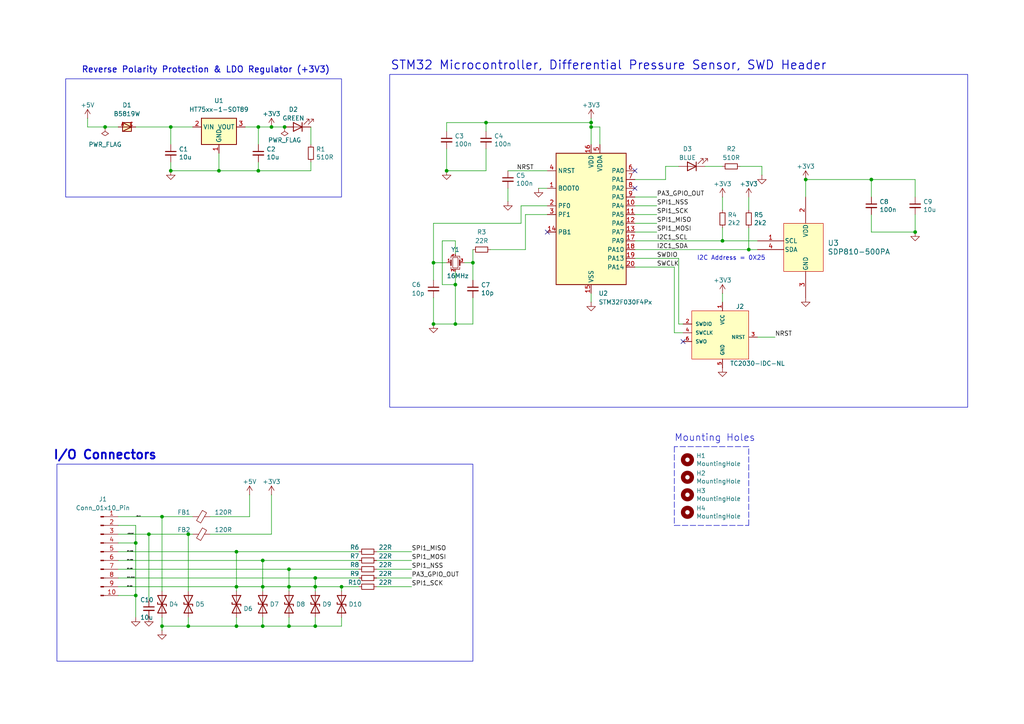
<source format=kicad_sch>
(kicad_sch
	(version 20250114)
	(generator "eeschema")
	(generator_version "9.0")
	(uuid "2df0088e-4969-4c1c-9408-e6b53e60c313")
	(paper "A4")
	(title_block
		(title "Air Speed")
		(date "20.06.2025")
		(company "SHADAAB")
	)
	(lib_symbols
		(symbol "B5819W_2:B5819W"
			(pin_names
				(offset 1.016)
			)
			(exclude_from_sim no)
			(in_bom yes)
			(on_board yes)
			(property "Reference" "D"
				(at -2.54 2.54 0)
				(effects
					(font
						(size 1.27 1.27)
					)
					(justify left bottom)
				)
			)
			(property "Value" "B5819W"
				(at -2.54 -3.81 0)
				(effects
					(font
						(size 1.27 1.27)
					)
					(justify left bottom)
				)
			)
			(property "Footprint" "B5819W:SOD123FL"
				(at 0 0 0)
				(effects
					(font
						(size 1.27 1.27)
					)
					(justify bottom)
					(hide yes)
				)
			)
			(property "Datasheet" ""
				(at 0 0 0)
				(effects
					(font
						(size 1.27 1.27)
					)
					(hide yes)
				)
			)
			(property "Description" ""
				(at 0 0 0)
				(effects
					(font
						(size 1.27 1.27)
					)
					(hide yes)
				)
			)
			(property "MF" "Microdiode Electronics"
				(at 0 0 0)
				(effects
					(font
						(size 1.27 1.27)
					)
					(justify bottom)
					(hide yes)
				)
			)
			(property "Description_1" "Rectifier Diode Schottky 40V 1A 2-Pin SOD-123"
				(at 0 0 0)
				(effects
					(font
						(size 1.27 1.27)
					)
					(justify bottom)
					(hide yes)
				)
			)
			(property "Package" "None"
				(at 0 0 0)
				(effects
					(font
						(size 1.27 1.27)
					)
					(justify bottom)
					(hide yes)
				)
			)
			(property "Price" "None"
				(at 0 0 0)
				(effects
					(font
						(size 1.27 1.27)
					)
					(justify bottom)
					(hide yes)
				)
			)
			(property "SnapEDA_Link" "https://www.snapeda.com/parts/B5819W/Applied+Avionics/view-part/?ref=snap"
				(at 0 0 0)
				(effects
					(font
						(size 1.27 1.27)
					)
					(justify bottom)
					(hide yes)
				)
			)
			(property "MP" "B5819W"
				(at 0 0 0)
				(effects
					(font
						(size 1.27 1.27)
					)
					(justify bottom)
					(hide yes)
				)
			)
			(property "Availability" "In Stock"
				(at 0 0 0)
				(effects
					(font
						(size 1.27 1.27)
					)
					(justify bottom)
					(hide yes)
				)
			)
			(property "Check_prices" "https://www.snapeda.com/parts/B5819W/Applied+Avionics/view-part/?ref=eda"
				(at 0 0 0)
				(effects
					(font
						(size 1.27 1.27)
					)
					(justify bottom)
					(hide yes)
				)
			)
			(symbol "B5819W_0_0"
				(rectangle
					(start -1.27 -1.27)
					(end 1.27 1.27)
					(stroke
						(width 0.254)
						(type default)
					)
					(fill
						(type background)
					)
				)
				(polyline
					(pts
						(xy -1.27 -1.27) (xy 1.27 0)
					)
					(stroke
						(width 0.254)
						(type default)
					)
					(fill
						(type none)
					)
				)
				(polyline
					(pts
						(xy 1.27 0) (xy -1.27 1.27)
					)
					(stroke
						(width 0.254)
						(type default)
					)
					(fill
						(type none)
					)
				)
				(pin passive line
					(at -2.54 0 0)
					(length 2.54)
					(name "~"
						(effects
							(font
								(size 1.016 1.016)
							)
						)
					)
					(number "A"
						(effects
							(font
								(size 1.016 1.016)
							)
						)
					)
				)
				(pin passive line
					(at 2.54 0 180)
					(length 2.54)
					(name "~"
						(effects
							(font
								(size 1.016 1.016)
							)
						)
					)
					(number "C"
						(effects
							(font
								(size 1.016 1.016)
							)
						)
					)
				)
			)
			(embedded_fonts no)
		)
		(symbol "Connector:Conn_01x10_Pin"
			(pin_names
				(offset 1.016)
				(hide yes)
			)
			(exclude_from_sim no)
			(in_bom yes)
			(on_board yes)
			(property "Reference" "J"
				(at 0 12.7 0)
				(effects
					(font
						(size 1.27 1.27)
					)
				)
			)
			(property "Value" "Conn_01x10_Pin"
				(at 0 -15.24 0)
				(effects
					(font
						(size 1.27 1.27)
					)
				)
			)
			(property "Footprint" ""
				(at 0 0 0)
				(effects
					(font
						(size 1.27 1.27)
					)
					(hide yes)
				)
			)
			(property "Datasheet" "~"
				(at 0 0 0)
				(effects
					(font
						(size 1.27 1.27)
					)
					(hide yes)
				)
			)
			(property "Description" "Generic connector, single row, 01x10, script generated"
				(at 0 0 0)
				(effects
					(font
						(size 1.27 1.27)
					)
					(hide yes)
				)
			)
			(property "ki_locked" ""
				(at 0 0 0)
				(effects
					(font
						(size 1.27 1.27)
					)
				)
			)
			(property "ki_keywords" "connector"
				(at 0 0 0)
				(effects
					(font
						(size 1.27 1.27)
					)
					(hide yes)
				)
			)
			(property "ki_fp_filters" "Connector*:*_1x??_*"
				(at 0 0 0)
				(effects
					(font
						(size 1.27 1.27)
					)
					(hide yes)
				)
			)
			(symbol "Conn_01x10_Pin_1_1"
				(rectangle
					(start 0.8636 10.287)
					(end 0 10.033)
					(stroke
						(width 0.1524)
						(type default)
					)
					(fill
						(type outline)
					)
				)
				(rectangle
					(start 0.8636 7.747)
					(end 0 7.493)
					(stroke
						(width 0.1524)
						(type default)
					)
					(fill
						(type outline)
					)
				)
				(rectangle
					(start 0.8636 5.207)
					(end 0 4.953)
					(stroke
						(width 0.1524)
						(type default)
					)
					(fill
						(type outline)
					)
				)
				(rectangle
					(start 0.8636 2.667)
					(end 0 2.413)
					(stroke
						(width 0.1524)
						(type default)
					)
					(fill
						(type outline)
					)
				)
				(rectangle
					(start 0.8636 0.127)
					(end 0 -0.127)
					(stroke
						(width 0.1524)
						(type default)
					)
					(fill
						(type outline)
					)
				)
				(rectangle
					(start 0.8636 -2.413)
					(end 0 -2.667)
					(stroke
						(width 0.1524)
						(type default)
					)
					(fill
						(type outline)
					)
				)
				(rectangle
					(start 0.8636 -4.953)
					(end 0 -5.207)
					(stroke
						(width 0.1524)
						(type default)
					)
					(fill
						(type outline)
					)
				)
				(rectangle
					(start 0.8636 -7.493)
					(end 0 -7.747)
					(stroke
						(width 0.1524)
						(type default)
					)
					(fill
						(type outline)
					)
				)
				(rectangle
					(start 0.8636 -10.033)
					(end 0 -10.287)
					(stroke
						(width 0.1524)
						(type default)
					)
					(fill
						(type outline)
					)
				)
				(rectangle
					(start 0.8636 -12.573)
					(end 0 -12.827)
					(stroke
						(width 0.1524)
						(type default)
					)
					(fill
						(type outline)
					)
				)
				(polyline
					(pts
						(xy 1.27 10.16) (xy 0.8636 10.16)
					)
					(stroke
						(width 0.1524)
						(type default)
					)
					(fill
						(type none)
					)
				)
				(polyline
					(pts
						(xy 1.27 7.62) (xy 0.8636 7.62)
					)
					(stroke
						(width 0.1524)
						(type default)
					)
					(fill
						(type none)
					)
				)
				(polyline
					(pts
						(xy 1.27 5.08) (xy 0.8636 5.08)
					)
					(stroke
						(width 0.1524)
						(type default)
					)
					(fill
						(type none)
					)
				)
				(polyline
					(pts
						(xy 1.27 2.54) (xy 0.8636 2.54)
					)
					(stroke
						(width 0.1524)
						(type default)
					)
					(fill
						(type none)
					)
				)
				(polyline
					(pts
						(xy 1.27 0) (xy 0.8636 0)
					)
					(stroke
						(width 0.1524)
						(type default)
					)
					(fill
						(type none)
					)
				)
				(polyline
					(pts
						(xy 1.27 -2.54) (xy 0.8636 -2.54)
					)
					(stroke
						(width 0.1524)
						(type default)
					)
					(fill
						(type none)
					)
				)
				(polyline
					(pts
						(xy 1.27 -5.08) (xy 0.8636 -5.08)
					)
					(stroke
						(width 0.1524)
						(type default)
					)
					(fill
						(type none)
					)
				)
				(polyline
					(pts
						(xy 1.27 -7.62) (xy 0.8636 -7.62)
					)
					(stroke
						(width 0.1524)
						(type default)
					)
					(fill
						(type none)
					)
				)
				(polyline
					(pts
						(xy 1.27 -10.16) (xy 0.8636 -10.16)
					)
					(stroke
						(width 0.1524)
						(type default)
					)
					(fill
						(type none)
					)
				)
				(polyline
					(pts
						(xy 1.27 -12.7) (xy 0.8636 -12.7)
					)
					(stroke
						(width 0.1524)
						(type default)
					)
					(fill
						(type none)
					)
				)
				(pin passive line
					(at 5.08 10.16 180)
					(length 3.81)
					(name "Pin_1"
						(effects
							(font
								(size 1.27 1.27)
							)
						)
					)
					(number "1"
						(effects
							(font
								(size 1.27 1.27)
							)
						)
					)
				)
				(pin passive line
					(at 5.08 7.62 180)
					(length 3.81)
					(name "Pin_2"
						(effects
							(font
								(size 1.27 1.27)
							)
						)
					)
					(number "2"
						(effects
							(font
								(size 1.27 1.27)
							)
						)
					)
				)
				(pin passive line
					(at 5.08 5.08 180)
					(length 3.81)
					(name "Pin_3"
						(effects
							(font
								(size 1.27 1.27)
							)
						)
					)
					(number "3"
						(effects
							(font
								(size 1.27 1.27)
							)
						)
					)
				)
				(pin passive line
					(at 5.08 2.54 180)
					(length 3.81)
					(name "Pin_4"
						(effects
							(font
								(size 1.27 1.27)
							)
						)
					)
					(number "4"
						(effects
							(font
								(size 1.27 1.27)
							)
						)
					)
				)
				(pin passive line
					(at 5.08 0 180)
					(length 3.81)
					(name "Pin_5"
						(effects
							(font
								(size 1.27 1.27)
							)
						)
					)
					(number "5"
						(effects
							(font
								(size 1.27 1.27)
							)
						)
					)
				)
				(pin passive line
					(at 5.08 -2.54 180)
					(length 3.81)
					(name "Pin_6"
						(effects
							(font
								(size 1.27 1.27)
							)
						)
					)
					(number "6"
						(effects
							(font
								(size 1.27 1.27)
							)
						)
					)
				)
				(pin passive line
					(at 5.08 -5.08 180)
					(length 3.81)
					(name "Pin_7"
						(effects
							(font
								(size 1.27 1.27)
							)
						)
					)
					(number "7"
						(effects
							(font
								(size 1.27 1.27)
							)
						)
					)
				)
				(pin passive line
					(at 5.08 -7.62 180)
					(length 3.81)
					(name "Pin_8"
						(effects
							(font
								(size 1.27 1.27)
							)
						)
					)
					(number "8"
						(effects
							(font
								(size 1.27 1.27)
							)
						)
					)
				)
				(pin passive line
					(at 5.08 -10.16 180)
					(length 3.81)
					(name "Pin_9"
						(effects
							(font
								(size 1.27 1.27)
							)
						)
					)
					(number "9"
						(effects
							(font
								(size 1.27 1.27)
							)
						)
					)
				)
				(pin passive line
					(at 5.08 -12.7 180)
					(length 3.81)
					(name "Pin_10"
						(effects
							(font
								(size 1.27 1.27)
							)
						)
					)
					(number "10"
						(effects
							(font
								(size 1.27 1.27)
							)
						)
					)
				)
			)
			(embedded_fonts no)
		)
		(symbol "Device:C_Small"
			(pin_numbers
				(hide yes)
			)
			(pin_names
				(offset 0.254)
				(hide yes)
			)
			(exclude_from_sim no)
			(in_bom yes)
			(on_board yes)
			(property "Reference" "C"
				(at 0.254 1.778 0)
				(effects
					(font
						(size 1.27 1.27)
					)
					(justify left)
				)
			)
			(property "Value" "C_Small"
				(at 0.254 -2.032 0)
				(effects
					(font
						(size 1.27 1.27)
					)
					(justify left)
				)
			)
			(property "Footprint" ""
				(at 0 0 0)
				(effects
					(font
						(size 1.27 1.27)
					)
					(hide yes)
				)
			)
			(property "Datasheet" "~"
				(at 0 0 0)
				(effects
					(font
						(size 1.27 1.27)
					)
					(hide yes)
				)
			)
			(property "Description" "Unpolarized capacitor, small symbol"
				(at 0 0 0)
				(effects
					(font
						(size 1.27 1.27)
					)
					(hide yes)
				)
			)
			(property "ki_keywords" "capacitor cap"
				(at 0 0 0)
				(effects
					(font
						(size 1.27 1.27)
					)
					(hide yes)
				)
			)
			(property "ki_fp_filters" "C_*"
				(at 0 0 0)
				(effects
					(font
						(size 1.27 1.27)
					)
					(hide yes)
				)
			)
			(symbol "C_Small_0_1"
				(polyline
					(pts
						(xy -1.524 0.508) (xy 1.524 0.508)
					)
					(stroke
						(width 0.3048)
						(type default)
					)
					(fill
						(type none)
					)
				)
				(polyline
					(pts
						(xy -1.524 -0.508) (xy 1.524 -0.508)
					)
					(stroke
						(width 0.3302)
						(type default)
					)
					(fill
						(type none)
					)
				)
			)
			(symbol "C_Small_1_1"
				(pin passive line
					(at 0 2.54 270)
					(length 2.032)
					(name "~"
						(effects
							(font
								(size 1.27 1.27)
							)
						)
					)
					(number "1"
						(effects
							(font
								(size 1.27 1.27)
							)
						)
					)
				)
				(pin passive line
					(at 0 -2.54 90)
					(length 2.032)
					(name "~"
						(effects
							(font
								(size 1.27 1.27)
							)
						)
					)
					(number "2"
						(effects
							(font
								(size 1.27 1.27)
							)
						)
					)
				)
			)
			(embedded_fonts no)
		)
		(symbol "Device:Crystal_GND24_Small"
			(pin_names
				(offset 1.016)
				(hide yes)
			)
			(exclude_from_sim no)
			(in_bom yes)
			(on_board yes)
			(property "Reference" "Y"
				(at 1.27 4.445 0)
				(effects
					(font
						(size 1.27 1.27)
					)
					(justify left)
				)
			)
			(property "Value" "Crystal_GND24_Small"
				(at 1.27 2.54 0)
				(effects
					(font
						(size 1.27 1.27)
					)
					(justify left)
				)
			)
			(property "Footprint" ""
				(at 0 0 0)
				(effects
					(font
						(size 1.27 1.27)
					)
					(hide yes)
				)
			)
			(property "Datasheet" "~"
				(at 0 0 0)
				(effects
					(font
						(size 1.27 1.27)
					)
					(hide yes)
				)
			)
			(property "Description" "Four pin crystal, GND on pins 2 and 4, small symbol"
				(at 0 0 0)
				(effects
					(font
						(size 1.27 1.27)
					)
					(hide yes)
				)
			)
			(property "ki_keywords" "quartz ceramic resonator oscillator"
				(at 0 0 0)
				(effects
					(font
						(size 1.27 1.27)
					)
					(hide yes)
				)
			)
			(property "ki_fp_filters" "Crystal*"
				(at 0 0 0)
				(effects
					(font
						(size 1.27 1.27)
					)
					(hide yes)
				)
			)
			(symbol "Crystal_GND24_Small_0_1"
				(polyline
					(pts
						(xy -1.27 1.27) (xy -1.27 1.905) (xy 1.27 1.905) (xy 1.27 1.27)
					)
					(stroke
						(width 0)
						(type default)
					)
					(fill
						(type none)
					)
				)
				(polyline
					(pts
						(xy -1.27 -0.762) (xy -1.27 0.762)
					)
					(stroke
						(width 0.381)
						(type default)
					)
					(fill
						(type none)
					)
				)
				(polyline
					(pts
						(xy -1.27 -1.27) (xy -1.27 -1.905) (xy 1.27 -1.905) (xy 1.27 -1.27)
					)
					(stroke
						(width 0)
						(type default)
					)
					(fill
						(type none)
					)
				)
				(rectangle
					(start -0.762 -1.524)
					(end 0.762 1.524)
					(stroke
						(width 0)
						(type default)
					)
					(fill
						(type none)
					)
				)
				(polyline
					(pts
						(xy 1.27 -0.762) (xy 1.27 0.762)
					)
					(stroke
						(width 0.381)
						(type default)
					)
					(fill
						(type none)
					)
				)
			)
			(symbol "Crystal_GND24_Small_1_1"
				(pin passive line
					(at -2.54 0 0)
					(length 1.27)
					(name "1"
						(effects
							(font
								(size 1.27 1.27)
							)
						)
					)
					(number "1"
						(effects
							(font
								(size 0.762 0.762)
							)
						)
					)
				)
				(pin passive line
					(at 0 2.54 270)
					(length 0.635)
					(name "4"
						(effects
							(font
								(size 1.27 1.27)
							)
						)
					)
					(number "4"
						(effects
							(font
								(size 0.762 0.762)
							)
						)
					)
				)
				(pin passive line
					(at 0 -2.54 90)
					(length 0.635)
					(name "2"
						(effects
							(font
								(size 1.27 1.27)
							)
						)
					)
					(number "2"
						(effects
							(font
								(size 0.762 0.762)
							)
						)
					)
				)
				(pin passive line
					(at 2.54 0 180)
					(length 1.27)
					(name "3"
						(effects
							(font
								(size 1.27 1.27)
							)
						)
					)
					(number "3"
						(effects
							(font
								(size 0.762 0.762)
							)
						)
					)
				)
			)
			(embedded_fonts no)
		)
		(symbol "Device:D_TVS"
			(pin_numbers
				(hide yes)
			)
			(pin_names
				(offset 1.016)
				(hide yes)
			)
			(exclude_from_sim no)
			(in_bom yes)
			(on_board yes)
			(property "Reference" "D"
				(at 0 2.54 0)
				(effects
					(font
						(size 1.27 1.27)
					)
				)
			)
			(property "Value" "D_TVS"
				(at 0 -2.54 0)
				(effects
					(font
						(size 1.27 1.27)
					)
				)
			)
			(property "Footprint" ""
				(at 0 0 0)
				(effects
					(font
						(size 1.27 1.27)
					)
					(hide yes)
				)
			)
			(property "Datasheet" "~"
				(at 0 0 0)
				(effects
					(font
						(size 1.27 1.27)
					)
					(hide yes)
				)
			)
			(property "Description" "Bidirectional transient-voltage-suppression diode"
				(at 0 0 0)
				(effects
					(font
						(size 1.27 1.27)
					)
					(hide yes)
				)
			)
			(property "ki_keywords" "diode TVS thyrector"
				(at 0 0 0)
				(effects
					(font
						(size 1.27 1.27)
					)
					(hide yes)
				)
			)
			(property "ki_fp_filters" "TO-???* *_Diode_* *SingleDiode* D_*"
				(at 0 0 0)
				(effects
					(font
						(size 1.27 1.27)
					)
					(hide yes)
				)
			)
			(symbol "D_TVS_0_1"
				(polyline
					(pts
						(xy -2.54 1.27) (xy -2.54 -1.27) (xy 2.54 1.27) (xy 2.54 -1.27) (xy -2.54 1.27)
					)
					(stroke
						(width 0.254)
						(type default)
					)
					(fill
						(type none)
					)
				)
				(polyline
					(pts
						(xy 0.508 1.27) (xy 0 1.27) (xy 0 -1.27) (xy -0.508 -1.27)
					)
					(stroke
						(width 0.254)
						(type default)
					)
					(fill
						(type none)
					)
				)
				(polyline
					(pts
						(xy 1.27 0) (xy -1.27 0)
					)
					(stroke
						(width 0)
						(type default)
					)
					(fill
						(type none)
					)
				)
			)
			(symbol "D_TVS_1_1"
				(pin passive line
					(at -3.81 0 0)
					(length 2.54)
					(name "A1"
						(effects
							(font
								(size 1.27 1.27)
							)
						)
					)
					(number "1"
						(effects
							(font
								(size 1.27 1.27)
							)
						)
					)
				)
				(pin passive line
					(at 3.81 0 180)
					(length 2.54)
					(name "A2"
						(effects
							(font
								(size 1.27 1.27)
							)
						)
					)
					(number "2"
						(effects
							(font
								(size 1.27 1.27)
							)
						)
					)
				)
			)
			(embedded_fonts no)
		)
		(symbol "Device:Ferrite_Bead_Small"
			(pin_numbers
				(hide yes)
			)
			(pin_names
				(offset 0)
			)
			(exclude_from_sim no)
			(in_bom yes)
			(on_board yes)
			(property "Reference" "FB"
				(at 1.905 1.27 0)
				(effects
					(font
						(size 1.27 1.27)
					)
					(justify left)
				)
			)
			(property "Value" "Device_Ferrite_Bead_Small"
				(at 1.905 -1.27 0)
				(effects
					(font
						(size 1.27 1.27)
					)
					(justify left)
				)
			)
			(property "Footprint" ""
				(at -1.778 0 90)
				(effects
					(font
						(size 1.27 1.27)
					)
					(hide yes)
				)
			)
			(property "Datasheet" ""
				(at 0 0 0)
				(effects
					(font
						(size 1.27 1.27)
					)
					(hide yes)
				)
			)
			(property "Description" ""
				(at 0 0 0)
				(effects
					(font
						(size 1.27 1.27)
					)
					(hide yes)
				)
			)
			(property "ki_fp_filters" "Inductor_* L_* *Ferrite*"
				(at 0 0 0)
				(effects
					(font
						(size 1.27 1.27)
					)
					(hide yes)
				)
			)
			(symbol "Ferrite_Bead_Small_0_1"
				(polyline
					(pts
						(xy -1.8288 0.2794) (xy -1.1176 1.4986) (xy 1.8288 -0.2032) (xy 1.1176 -1.4224) (xy -1.8288 0.2794)
					)
					(stroke
						(width 0)
						(type solid)
					)
					(fill
						(type none)
					)
				)
				(polyline
					(pts
						(xy 0 0.889) (xy 0 1.2954)
					)
					(stroke
						(width 0)
						(type solid)
					)
					(fill
						(type none)
					)
				)
				(polyline
					(pts
						(xy 0 -1.27) (xy 0 -0.7874)
					)
					(stroke
						(width 0)
						(type solid)
					)
					(fill
						(type none)
					)
				)
			)
			(symbol "Ferrite_Bead_Small_1_1"
				(pin passive line
					(at 0 2.54 270)
					(length 1.27)
					(name "~"
						(effects
							(font
								(size 1.27 1.27)
							)
						)
					)
					(number "1"
						(effects
							(font
								(size 1.27 1.27)
							)
						)
					)
				)
				(pin passive line
					(at 0 -2.54 90)
					(length 1.27)
					(name "~"
						(effects
							(font
								(size 1.27 1.27)
							)
						)
					)
					(number "2"
						(effects
							(font
								(size 1.27 1.27)
							)
						)
					)
				)
			)
			(embedded_fonts no)
		)
		(symbol "Device:LED"
			(pin_numbers
				(hide yes)
			)
			(pin_names
				(offset 1.016)
				(hide yes)
			)
			(exclude_from_sim no)
			(in_bom yes)
			(on_board yes)
			(property "Reference" "D"
				(at 0 2.54 0)
				(effects
					(font
						(size 1.27 1.27)
					)
				)
			)
			(property "Value" "LED"
				(at 0 -2.54 0)
				(effects
					(font
						(size 1.27 1.27)
					)
				)
			)
			(property "Footprint" ""
				(at 0 0 0)
				(effects
					(font
						(size 1.27 1.27)
					)
					(hide yes)
				)
			)
			(property "Datasheet" "~"
				(at 0 0 0)
				(effects
					(font
						(size 1.27 1.27)
					)
					(hide yes)
				)
			)
			(property "Description" "Light emitting diode"
				(at 0 0 0)
				(effects
					(font
						(size 1.27 1.27)
					)
					(hide yes)
				)
			)
			(property "Sim.Pins" "1=K 2=A"
				(at 0 0 0)
				(effects
					(font
						(size 1.27 1.27)
					)
					(hide yes)
				)
			)
			(property "ki_keywords" "LED diode"
				(at 0 0 0)
				(effects
					(font
						(size 1.27 1.27)
					)
					(hide yes)
				)
			)
			(property "ki_fp_filters" "LED* LED_SMD:* LED_THT:*"
				(at 0 0 0)
				(effects
					(font
						(size 1.27 1.27)
					)
					(hide yes)
				)
			)
			(symbol "LED_0_1"
				(polyline
					(pts
						(xy -3.048 -0.762) (xy -4.572 -2.286) (xy -3.81 -2.286) (xy -4.572 -2.286) (xy -4.572 -1.524)
					)
					(stroke
						(width 0)
						(type default)
					)
					(fill
						(type none)
					)
				)
				(polyline
					(pts
						(xy -1.778 -0.762) (xy -3.302 -2.286) (xy -2.54 -2.286) (xy -3.302 -2.286) (xy -3.302 -1.524)
					)
					(stroke
						(width 0)
						(type default)
					)
					(fill
						(type none)
					)
				)
				(polyline
					(pts
						(xy -1.27 0) (xy 1.27 0)
					)
					(stroke
						(width 0)
						(type default)
					)
					(fill
						(type none)
					)
				)
				(polyline
					(pts
						(xy -1.27 -1.27) (xy -1.27 1.27)
					)
					(stroke
						(width 0.254)
						(type default)
					)
					(fill
						(type none)
					)
				)
				(polyline
					(pts
						(xy 1.27 -1.27) (xy 1.27 1.27) (xy -1.27 0) (xy 1.27 -1.27)
					)
					(stroke
						(width 0.254)
						(type default)
					)
					(fill
						(type none)
					)
				)
			)
			(symbol "LED_1_1"
				(pin passive line
					(at -3.81 0 0)
					(length 2.54)
					(name "K"
						(effects
							(font
								(size 1.27 1.27)
							)
						)
					)
					(number "1"
						(effects
							(font
								(size 1.27 1.27)
							)
						)
					)
				)
				(pin passive line
					(at 3.81 0 180)
					(length 2.54)
					(name "A"
						(effects
							(font
								(size 1.27 1.27)
							)
						)
					)
					(number "2"
						(effects
							(font
								(size 1.27 1.27)
							)
						)
					)
				)
			)
			(embedded_fonts no)
		)
		(symbol "Device:R_Small"
			(pin_numbers
				(hide yes)
			)
			(pin_names
				(offset 0.254)
				(hide yes)
			)
			(exclude_from_sim no)
			(in_bom yes)
			(on_board yes)
			(property "Reference" "R"
				(at 0 0 90)
				(effects
					(font
						(size 1.016 1.016)
					)
				)
			)
			(property "Value" "R_Small"
				(at 1.778 0 90)
				(effects
					(font
						(size 1.27 1.27)
					)
				)
			)
			(property "Footprint" ""
				(at 0 0 0)
				(effects
					(font
						(size 1.27 1.27)
					)
					(hide yes)
				)
			)
			(property "Datasheet" "~"
				(at 0 0 0)
				(effects
					(font
						(size 1.27 1.27)
					)
					(hide yes)
				)
			)
			(property "Description" "Resistor, small symbol"
				(at 0 0 0)
				(effects
					(font
						(size 1.27 1.27)
					)
					(hide yes)
				)
			)
			(property "ki_keywords" "R resistor"
				(at 0 0 0)
				(effects
					(font
						(size 1.27 1.27)
					)
					(hide yes)
				)
			)
			(property "ki_fp_filters" "R_*"
				(at 0 0 0)
				(effects
					(font
						(size 1.27 1.27)
					)
					(hide yes)
				)
			)
			(symbol "R_Small_0_1"
				(rectangle
					(start -0.762 1.778)
					(end 0.762 -1.778)
					(stroke
						(width 0.2032)
						(type default)
					)
					(fill
						(type none)
					)
				)
			)
			(symbol "R_Small_1_1"
				(pin passive line
					(at 0 2.54 270)
					(length 0.762)
					(name "~"
						(effects
							(font
								(size 1.27 1.27)
							)
						)
					)
					(number "1"
						(effects
							(font
								(size 1.27 1.27)
							)
						)
					)
				)
				(pin passive line
					(at 0 -2.54 90)
					(length 0.762)
					(name "~"
						(effects
							(font
								(size 1.27 1.27)
							)
						)
					)
					(number "2"
						(effects
							(font
								(size 1.27 1.27)
							)
						)
					)
				)
			)
			(embedded_fonts no)
		)
		(symbol "MCU_ST_STM32F0:STM32F030F4Px"
			(exclude_from_sim no)
			(in_bom yes)
			(on_board yes)
			(property "Reference" "U"
				(at -10.16 21.59 0)
				(effects
					(font
						(size 1.27 1.27)
					)
					(justify left)
				)
			)
			(property "Value" "STM32F030F4Px"
				(at 5.08 21.59 0)
				(effects
					(font
						(size 1.27 1.27)
					)
					(justify left)
				)
			)
			(property "Footprint" "Package_SO:TSSOP-20_4.4x6.5mm_P0.65mm"
				(at -10.16 -17.78 0)
				(effects
					(font
						(size 1.27 1.27)
					)
					(justify right)
					(hide yes)
				)
			)
			(property "Datasheet" "https://www.st.com/resource/en/datasheet/stm32f030f4.pdf"
				(at 0 0 0)
				(effects
					(font
						(size 1.27 1.27)
					)
					(hide yes)
				)
			)
			(property "Description" "STMicroelectronics Arm Cortex-M0 MCU, 16KB flash, 4KB RAM, 48 MHz, 2.4-3.6V, 15 GPIO, TSSOP20"
				(at 0 0 0)
				(effects
					(font
						(size 1.27 1.27)
					)
					(hide yes)
				)
			)
			(property "ki_keywords" "Arm Cortex-M0 STM32F0 STM32F0x0 Value Line"
				(at 0 0 0)
				(effects
					(font
						(size 1.27 1.27)
					)
					(hide yes)
				)
			)
			(property "ki_fp_filters" "TSSOP*4.4x6.5mm*P0.65mm*"
				(at 0 0 0)
				(effects
					(font
						(size 1.27 1.27)
					)
					(hide yes)
				)
			)
			(symbol "STM32F030F4Px_0_1"
				(rectangle
					(start -10.16 -17.78)
					(end 10.16 20.32)
					(stroke
						(width 0.254)
						(type default)
					)
					(fill
						(type background)
					)
				)
			)
			(symbol "STM32F030F4Px_1_1"
				(pin input line
					(at -12.7 15.24 0)
					(length 2.54)
					(name "NRST"
						(effects
							(font
								(size 1.27 1.27)
							)
						)
					)
					(number "4"
						(effects
							(font
								(size 1.27 1.27)
							)
						)
					)
				)
				(pin input line
					(at -12.7 10.16 0)
					(length 2.54)
					(name "BOOT0"
						(effects
							(font
								(size 1.27 1.27)
							)
						)
					)
					(number "1"
						(effects
							(font
								(size 1.27 1.27)
							)
						)
					)
				)
				(pin bidirectional line
					(at -12.7 5.08 0)
					(length 2.54)
					(name "PF0"
						(effects
							(font
								(size 1.27 1.27)
							)
						)
					)
					(number "2"
						(effects
							(font
								(size 1.27 1.27)
							)
						)
					)
					(alternate "RCC_OSC_IN" bidirectional line)
				)
				(pin bidirectional line
					(at -12.7 2.54 0)
					(length 2.54)
					(name "PF1"
						(effects
							(font
								(size 1.27 1.27)
							)
						)
					)
					(number "3"
						(effects
							(font
								(size 1.27 1.27)
							)
						)
					)
					(alternate "RCC_OSC_OUT" bidirectional line)
				)
				(pin bidirectional line
					(at -12.7 -2.54 0)
					(length 2.54)
					(name "PB1"
						(effects
							(font
								(size 1.27 1.27)
							)
						)
					)
					(number "14"
						(effects
							(font
								(size 1.27 1.27)
							)
						)
					)
					(alternate "ADC_IN9" bidirectional line)
					(alternate "TIM14_CH1" bidirectional line)
					(alternate "TIM1_CH3N" bidirectional line)
					(alternate "TIM3_CH4" bidirectional line)
				)
				(pin power_in line
					(at 0 22.86 270)
					(length 2.54)
					(name "VDD"
						(effects
							(font
								(size 1.27 1.27)
							)
						)
					)
					(number "16"
						(effects
							(font
								(size 1.27 1.27)
							)
						)
					)
				)
				(pin power_in line
					(at 0 -20.32 90)
					(length 2.54)
					(name "VSS"
						(effects
							(font
								(size 1.27 1.27)
							)
						)
					)
					(number "15"
						(effects
							(font
								(size 1.27 1.27)
							)
						)
					)
				)
				(pin power_in line
					(at 2.54 22.86 270)
					(length 2.54)
					(name "VDDA"
						(effects
							(font
								(size 1.27 1.27)
							)
						)
					)
					(number "5"
						(effects
							(font
								(size 1.27 1.27)
							)
						)
					)
				)
				(pin bidirectional line
					(at 12.7 15.24 180)
					(length 2.54)
					(name "PA0"
						(effects
							(font
								(size 1.27 1.27)
							)
						)
					)
					(number "6"
						(effects
							(font
								(size 1.27 1.27)
							)
						)
					)
					(alternate "ADC_IN0" bidirectional line)
					(alternate "RTC_TAMP2" bidirectional line)
					(alternate "SYS_WKUP1" bidirectional line)
					(alternate "USART1_CTS" bidirectional line)
				)
				(pin bidirectional line
					(at 12.7 12.7 180)
					(length 2.54)
					(name "PA1"
						(effects
							(font
								(size 1.27 1.27)
							)
						)
					)
					(number "7"
						(effects
							(font
								(size 1.27 1.27)
							)
						)
					)
					(alternate "ADC_IN1" bidirectional line)
					(alternate "USART1_DE" bidirectional line)
					(alternate "USART1_RTS" bidirectional line)
				)
				(pin bidirectional line
					(at 12.7 10.16 180)
					(length 2.54)
					(name "PA2"
						(effects
							(font
								(size 1.27 1.27)
							)
						)
					)
					(number "8"
						(effects
							(font
								(size 1.27 1.27)
							)
						)
					)
					(alternate "ADC_IN2" bidirectional line)
					(alternate "USART1_TX" bidirectional line)
				)
				(pin bidirectional line
					(at 12.7 7.62 180)
					(length 2.54)
					(name "PA3"
						(effects
							(font
								(size 1.27 1.27)
							)
						)
					)
					(number "9"
						(effects
							(font
								(size 1.27 1.27)
							)
						)
					)
					(alternate "ADC_IN3" bidirectional line)
					(alternate "USART1_RX" bidirectional line)
				)
				(pin bidirectional line
					(at 12.7 5.08 180)
					(length 2.54)
					(name "PA4"
						(effects
							(font
								(size 1.27 1.27)
							)
						)
					)
					(number "10"
						(effects
							(font
								(size 1.27 1.27)
							)
						)
					)
					(alternate "ADC_IN4" bidirectional line)
					(alternate "SPI1_NSS" bidirectional line)
					(alternate "TIM14_CH1" bidirectional line)
					(alternate "USART1_CK" bidirectional line)
				)
				(pin bidirectional line
					(at 12.7 2.54 180)
					(length 2.54)
					(name "PA5"
						(effects
							(font
								(size 1.27 1.27)
							)
						)
					)
					(number "11"
						(effects
							(font
								(size 1.27 1.27)
							)
						)
					)
					(alternate "ADC_IN5" bidirectional line)
					(alternate "SPI1_SCK" bidirectional line)
				)
				(pin bidirectional line
					(at 12.7 0 180)
					(length 2.54)
					(name "PA6"
						(effects
							(font
								(size 1.27 1.27)
							)
						)
					)
					(number "12"
						(effects
							(font
								(size 1.27 1.27)
							)
						)
					)
					(alternate "ADC_IN6" bidirectional line)
					(alternate "SPI1_MISO" bidirectional line)
					(alternate "TIM16_CH1" bidirectional line)
					(alternate "TIM1_BKIN" bidirectional line)
					(alternate "TIM3_CH1" bidirectional line)
				)
				(pin bidirectional line
					(at 12.7 -2.54 180)
					(length 2.54)
					(name "PA7"
						(effects
							(font
								(size 1.27 1.27)
							)
						)
					)
					(number "13"
						(effects
							(font
								(size 1.27 1.27)
							)
						)
					)
					(alternate "ADC_IN7" bidirectional line)
					(alternate "SPI1_MOSI" bidirectional line)
					(alternate "TIM14_CH1" bidirectional line)
					(alternate "TIM17_CH1" bidirectional line)
					(alternate "TIM1_CH1N" bidirectional line)
					(alternate "TIM3_CH2" bidirectional line)
				)
				(pin bidirectional line
					(at 12.7 -5.08 180)
					(length 2.54)
					(name "PA9"
						(effects
							(font
								(size 1.27 1.27)
							)
						)
					)
					(number "17"
						(effects
							(font
								(size 1.27 1.27)
							)
						)
					)
					(alternate "I2C1_SCL" bidirectional line)
					(alternate "TIM1_CH2" bidirectional line)
					(alternate "USART1_TX" bidirectional line)
				)
				(pin bidirectional line
					(at 12.7 -7.62 180)
					(length 2.54)
					(name "PA10"
						(effects
							(font
								(size 1.27 1.27)
							)
						)
					)
					(number "18"
						(effects
							(font
								(size 1.27 1.27)
							)
						)
					)
					(alternate "I2C1_SDA" bidirectional line)
					(alternate "TIM17_BKIN" bidirectional line)
					(alternate "TIM1_CH3" bidirectional line)
					(alternate "USART1_RX" bidirectional line)
				)
				(pin bidirectional line
					(at 12.7 -10.16 180)
					(length 2.54)
					(name "PA13"
						(effects
							(font
								(size 1.27 1.27)
							)
						)
					)
					(number "19"
						(effects
							(font
								(size 1.27 1.27)
							)
						)
					)
					(alternate "IR_OUT" bidirectional line)
					(alternate "SYS_SWDIO" bidirectional line)
				)
				(pin bidirectional line
					(at 12.7 -12.7 180)
					(length 2.54)
					(name "PA14"
						(effects
							(font
								(size 1.27 1.27)
							)
						)
					)
					(number "20"
						(effects
							(font
								(size 1.27 1.27)
							)
						)
					)
					(alternate "SYS_SWCLK" bidirectional line)
					(alternate "USART1_TX" bidirectional line)
				)
			)
			(embedded_fonts no)
		)
		(symbol "Mechanical:MountingHole"
			(pin_names
				(offset 1.016)
			)
			(exclude_from_sim no)
			(in_bom no)
			(on_board yes)
			(property "Reference" "H"
				(at 0 5.08 0)
				(effects
					(font
						(size 1.27 1.27)
					)
				)
			)
			(property "Value" "MountingHole"
				(at 0 3.175 0)
				(effects
					(font
						(size 1.27 1.27)
					)
				)
			)
			(property "Footprint" ""
				(at 0 0 0)
				(effects
					(font
						(size 1.27 1.27)
					)
					(hide yes)
				)
			)
			(property "Datasheet" "~"
				(at 0 0 0)
				(effects
					(font
						(size 1.27 1.27)
					)
					(hide yes)
				)
			)
			(property "Description" "Mounting Hole without connection"
				(at 0 0 0)
				(effects
					(font
						(size 1.27 1.27)
					)
					(hide yes)
				)
			)
			(property "ki_keywords" "mounting hole"
				(at 0 0 0)
				(effects
					(font
						(size 1.27 1.27)
					)
					(hide yes)
				)
			)
			(property "ki_fp_filters" "MountingHole*"
				(at 0 0 0)
				(effects
					(font
						(size 1.27 1.27)
					)
					(hide yes)
				)
			)
			(symbol "MountingHole_0_1"
				(circle
					(center 0 0)
					(radius 1.27)
					(stroke
						(width 1.27)
						(type default)
					)
					(fill
						(type none)
					)
				)
			)
			(embedded_fonts no)
		)
		(symbol "Regulator_Linear:HT75xx-1-SOT89"
			(exclude_from_sim no)
			(in_bom yes)
			(on_board yes)
			(property "Reference" "U"
				(at -5.08 -3.81 0)
				(effects
					(font
						(size 1.27 1.27)
					)
					(justify left)
				)
			)
			(property "Value" "HT75xx-1-SOT89"
				(at 0 6.35 0)
				(effects
					(font
						(size 1.27 1.27)
					)
				)
			)
			(property "Footprint" "Package_TO_SOT_SMD:SOT-89-3"
				(at 0 8.255 0)
				(effects
					(font
						(size 1.27 1.27)
						(italic yes)
					)
					(hide yes)
				)
			)
			(property "Datasheet" "https://www.holtek.com/documents/10179/116711/HT75xx-1v250.pdf"
				(at 0 2.54 0)
				(effects
					(font
						(size 1.27 1.27)
					)
					(hide yes)
				)
			)
			(property "Description" "100mA Low Dropout Voltage Regulator, Fixed Output, SOT89"
				(at 0 0 0)
				(effects
					(font
						(size 1.27 1.27)
					)
					(hide yes)
				)
			)
			(property "ki_keywords" "100mA LDO Regulator Fixed Positive"
				(at 0 0 0)
				(effects
					(font
						(size 1.27 1.27)
					)
					(hide yes)
				)
			)
			(property "ki_fp_filters" "SOT?89*"
				(at 0 0 0)
				(effects
					(font
						(size 1.27 1.27)
					)
					(hide yes)
				)
			)
			(symbol "HT75xx-1-SOT89_0_1"
				(rectangle
					(start -5.08 5.08)
					(end 5.08 -2.54)
					(stroke
						(width 0.254)
						(type default)
					)
					(fill
						(type background)
					)
				)
			)
			(symbol "HT75xx-1-SOT89_1_1"
				(pin power_in line
					(at -7.62 2.54 0)
					(length 2.54)
					(name "VIN"
						(effects
							(font
								(size 1.27 1.27)
							)
						)
					)
					(number "2"
						(effects
							(font
								(size 1.27 1.27)
							)
						)
					)
				)
				(pin power_in line
					(at 0 -5.08 90)
					(length 2.54)
					(name "GND"
						(effects
							(font
								(size 1.27 1.27)
							)
						)
					)
					(number "1"
						(effects
							(font
								(size 1.27 1.27)
							)
						)
					)
				)
				(pin power_out line
					(at 7.62 2.54 180)
					(length 2.54)
					(name "VOUT"
						(effects
							(font
								(size 1.27 1.27)
							)
						)
					)
					(number "3"
						(effects
							(font
								(size 1.27 1.27)
							)
						)
					)
				)
			)
			(embedded_fonts no)
		)
		(symbol "SDP810_500PA:SDP810-500PA"
			(pin_names
				(offset 0.254)
			)
			(exclude_from_sim no)
			(in_bom yes)
			(on_board yes)
			(property "Reference" "U"
				(at 28.194 11.938 0)
				(effects
					(font
						(size 1.524 1.524)
					)
				)
			)
			(property "Value" "SDP810-500PA"
				(at 32.004 8.89 0)
				(effects
					(font
						(size 1.524 1.524)
					)
				)
			)
			(property "Footprint" "SDP81x_SEN"
				(at 0 0 0)
				(effects
					(font
						(size 1.27 1.27)
						(italic yes)
					)
					(hide yes)
				)
			)
			(property "Datasheet" "SDP810-500PA"
				(at 0 0 0)
				(effects
					(font
						(size 1.27 1.27)
						(italic yes)
					)
					(hide yes)
				)
			)
			(property "Description" ""
				(at 0 0 0)
				(effects
					(font
						(size 1.27 1.27)
					)
					(hide yes)
				)
			)
			(property "ki_locked" ""
				(at 0 0 0)
				(effects
					(font
						(size 1.27 1.27)
					)
				)
			)
			(property "ki_keywords" "SDP810-500PA"
				(at 0 0 0)
				(effects
					(font
						(size 1.27 1.27)
					)
					(hide yes)
				)
			)
			(property "ki_fp_filters" "SDP81x_SEN"
				(at 0 0 0)
				(effects
					(font
						(size 1.27 1.27)
					)
					(hide yes)
				)
			)
			(symbol "SDP810-500PA_0_1"
				(rectangle
					(start 15.24 25.4)
					(end 26.67 11.43)
					(stroke
						(width 0)
						(type default)
						(color 194 0 0 1)
					)
					(fill
						(type color)
						(color 255 255 194 1)
					)
				)
				(pin input line
					(at 7.62 20.32 0)
					(length 7.62)
					(name "SCL"
						(effects
							(font
								(size 1.27 1.27)
							)
						)
					)
					(number "1"
						(effects
							(font
								(size 1.27 1.27)
							)
						)
					)
				)
				(pin bidirectional line
					(at 7.62 17.78 0)
					(length 7.62)
					(name "SDA"
						(effects
							(font
								(size 1.27 1.27)
							)
						)
					)
					(number "4"
						(effects
							(font
								(size 1.27 1.27)
							)
						)
					)
				)
				(pin power_in line
					(at 21.59 33.02 270)
					(length 7.62)
					(name "VDD"
						(effects
							(font
								(size 1.27 1.27)
							)
						)
					)
					(number "2"
						(effects
							(font
								(size 1.27 1.27)
							)
						)
					)
				)
				(pin power_out line
					(at 21.59 3.81 90)
					(length 7.62)
					(name "GND"
						(effects
							(font
								(size 1.27 1.27)
							)
						)
					)
					(number "3"
						(effects
							(font
								(size 1.27 1.27)
							)
						)
					)
				)
			)
			(embedded_fonts no)
		)
		(symbol "TC2030-IDC-NL:TC2030-IDC-NL"
			(pin_names
				(offset 1.016)
			)
			(exclude_from_sim no)
			(in_bom yes)
			(on_board yes)
			(property "Reference" "J"
				(at 49.784 43.942 0)
				(effects
					(font
						(size 1.27 1.27)
					)
					(justify left bottom)
				)
			)
			(property "Value" "TC2030-IDC-NL"
				(at 46.736 26.416 0)
				(effects
					(font
						(size 1.27 1.27)
					)
					(justify left bottom)
				)
			)
			(property "Footprint" "TC2030-IDC-NL:TAG_TC2030-IDC-NL"
				(at 0 0 0)
				(effects
					(font
						(size 1.27 1.27)
					)
					(justify bottom)
					(hide yes)
				)
			)
			(property "Datasheet" ""
				(at 0 0 0)
				(effects
					(font
						(size 1.27 1.27)
					)
					(hide yes)
				)
			)
			(property "Description" ""
				(at 0 0 0)
				(effects
					(font
						(size 1.27 1.27)
					)
					(hide yes)
				)
			)
			(property "MF" "Tag-Connect"
				(at 0 0 0)
				(effects
					(font
						(size 1.27 1.27)
					)
					(justify bottom)
					(hide yes)
				)
			)
			(property "Description_1" "PLUG-OF-NAILS 6-PIN W/O LEGS 8"
				(at 0 0 0)
				(effects
					(font
						(size 1.27 1.27)
					)
					(justify bottom)
					(hide yes)
				)
			)
			(property "Package" "None"
				(at 0 0 0)
				(effects
					(font
						(size 1.27 1.27)
					)
					(justify bottom)
					(hide yes)
				)
			)
			(property "Price" "None"
				(at 0 0 0)
				(effects
					(font
						(size 1.27 1.27)
					)
					(justify bottom)
					(hide yes)
				)
			)
			(property "Check_prices" "https://www.snapeda.com/parts/TC2030-IDC-NL/Tag-Connect/view-part/?ref=eda"
				(at 0 0 0)
				(effects
					(font
						(size 1.27 1.27)
					)
					(justify bottom)
					(hide yes)
				)
			)
			(property "STANDARD" "Manufacturer recommendation"
				(at 0 0 0)
				(effects
					(font
						(size 1.27 1.27)
					)
					(justify bottom)
					(hide yes)
				)
			)
			(property "PARTREV" "MS"
				(at 0 0 0)
				(effects
					(font
						(size 1.27 1.27)
					)
					(justify bottom)
					(hide yes)
				)
			)
			(property "SnapEDA_Link" "https://www.snapeda.com/parts/TC2030-IDC-NL/Tag-Connect/view-part/?ref=snap"
				(at 0 0 0)
				(effects
					(font
						(size 1.27 1.27)
					)
					(justify bottom)
					(hide yes)
				)
			)
			(property "MP" "TC2030-IDC-NL"
				(at 0 0 0)
				(effects
					(font
						(size 1.27 1.27)
					)
					(justify bottom)
					(hide yes)
				)
			)
			(property "Availability" "Not in stock"
				(at 0 0 0)
				(effects
					(font
						(size 1.27 1.27)
					)
					(justify bottom)
					(hide yes)
				)
			)
			(property "MANUFACTURER" "Tag-Connect"
				(at 0 0 0)
				(effects
					(font
						(size 1.27 1.27)
					)
					(justify bottom)
					(hide yes)
				)
			)
			(symbol "TC2030-IDC-NL_0_1"
				(rectangle
					(start 35.56 43.18)
					(end 52.07 29.21)
					(stroke
						(width 0)
						(type default)
						(color 194 0 0 1)
					)
					(fill
						(type color)
						(color 255 255 194 1)
					)
				)
			)
			(symbol "TC2030-IDC-NL_1_0"
				(pin passive line
					(at 33.02 39.37 0)
					(length 2.54)
					(name "SWDIO"
						(effects
							(font
								(size 1.016 1.016)
							)
						)
					)
					(number "2"
						(effects
							(font
								(size 1.016 1.016)
							)
						)
					)
				)
				(pin passive line
					(at 33.02 36.83 0)
					(length 2.54)
					(name "SWCLK"
						(effects
							(font
								(size 1.016 1.016)
							)
						)
					)
					(number "4"
						(effects
							(font
								(size 1.016 1.016)
							)
						)
					)
				)
				(pin passive line
					(at 33.02 34.29 0)
					(length 2.54)
					(name "SWO"
						(effects
							(font
								(size 1.016 1.016)
							)
						)
					)
					(number "6"
						(effects
							(font
								(size 1.016 1.016)
							)
						)
					)
				)
				(pin passive line
					(at 44.45 45.72 270)
					(length 2.54)
					(name "VCC"
						(effects
							(font
								(size 1.016 1.016)
							)
						)
					)
					(number "1"
						(effects
							(font
								(size 1.016 1.016)
							)
						)
					)
				)
				(pin passive line
					(at 44.45 26.67 90)
					(length 2.54)
					(name "GND"
						(effects
							(font
								(size 1.016 1.016)
							)
						)
					)
					(number "5"
						(effects
							(font
								(size 1.016 1.016)
							)
						)
					)
				)
				(pin passive line
					(at 54.61 35.56 180)
					(length 2.54)
					(name "NRST"
						(effects
							(font
								(size 1.016 1.016)
							)
						)
					)
					(number "3"
						(effects
							(font
								(size 1.016 1.016)
							)
						)
					)
				)
			)
			(embedded_fonts no)
		)
		(symbol "power:+3V3"
			(power)
			(pin_numbers
				(hide yes)
			)
			(pin_names
				(offset 0)
				(hide yes)
			)
			(exclude_from_sim no)
			(in_bom yes)
			(on_board yes)
			(property "Reference" "#PWR"
				(at 0 -3.81 0)
				(effects
					(font
						(size 1.27 1.27)
					)
					(hide yes)
				)
			)
			(property "Value" "+3V3"
				(at 0 3.556 0)
				(effects
					(font
						(size 1.27 1.27)
					)
				)
			)
			(property "Footprint" ""
				(at 0 0 0)
				(effects
					(font
						(size 1.27 1.27)
					)
					(hide yes)
				)
			)
			(property "Datasheet" ""
				(at 0 0 0)
				(effects
					(font
						(size 1.27 1.27)
					)
					(hide yes)
				)
			)
			(property "Description" "Power symbol creates a global label with name \"+3V3\""
				(at 0 0 0)
				(effects
					(font
						(size 1.27 1.27)
					)
					(hide yes)
				)
			)
			(property "ki_keywords" "global power"
				(at 0 0 0)
				(effects
					(font
						(size 1.27 1.27)
					)
					(hide yes)
				)
			)
			(symbol "+3V3_0_1"
				(polyline
					(pts
						(xy -0.762 1.27) (xy 0 2.54)
					)
					(stroke
						(width 0)
						(type default)
					)
					(fill
						(type none)
					)
				)
				(polyline
					(pts
						(xy 0 2.54) (xy 0.762 1.27)
					)
					(stroke
						(width 0)
						(type default)
					)
					(fill
						(type none)
					)
				)
				(polyline
					(pts
						(xy 0 0) (xy 0 2.54)
					)
					(stroke
						(width 0)
						(type default)
					)
					(fill
						(type none)
					)
				)
			)
			(symbol "+3V3_1_1"
				(pin power_in line
					(at 0 0 90)
					(length 0)
					(name "~"
						(effects
							(font
								(size 1.27 1.27)
							)
						)
					)
					(number "1"
						(effects
							(font
								(size 1.27 1.27)
							)
						)
					)
				)
			)
			(embedded_fonts no)
		)
		(symbol "power:+5V"
			(power)
			(pin_numbers
				(hide yes)
			)
			(pin_names
				(offset 0)
				(hide yes)
			)
			(exclude_from_sim no)
			(in_bom yes)
			(on_board yes)
			(property "Reference" "#PWR"
				(at 0 -3.81 0)
				(effects
					(font
						(size 1.27 1.27)
					)
					(hide yes)
				)
			)
			(property "Value" "+5V"
				(at 0 3.556 0)
				(effects
					(font
						(size 1.27 1.27)
					)
				)
			)
			(property "Footprint" ""
				(at 0 0 0)
				(effects
					(font
						(size 1.27 1.27)
					)
					(hide yes)
				)
			)
			(property "Datasheet" ""
				(at 0 0 0)
				(effects
					(font
						(size 1.27 1.27)
					)
					(hide yes)
				)
			)
			(property "Description" "Power symbol creates a global label with name \"+5V\""
				(at 0 0 0)
				(effects
					(font
						(size 1.27 1.27)
					)
					(hide yes)
				)
			)
			(property "ki_keywords" "global power"
				(at 0 0 0)
				(effects
					(font
						(size 1.27 1.27)
					)
					(hide yes)
				)
			)
			(symbol "+5V_0_1"
				(polyline
					(pts
						(xy -0.762 1.27) (xy 0 2.54)
					)
					(stroke
						(width 0)
						(type default)
					)
					(fill
						(type none)
					)
				)
				(polyline
					(pts
						(xy 0 2.54) (xy 0.762 1.27)
					)
					(stroke
						(width 0)
						(type default)
					)
					(fill
						(type none)
					)
				)
				(polyline
					(pts
						(xy 0 0) (xy 0 2.54)
					)
					(stroke
						(width 0)
						(type default)
					)
					(fill
						(type none)
					)
				)
			)
			(symbol "+5V_1_1"
				(pin power_in line
					(at 0 0 90)
					(length 0)
					(name "~"
						(effects
							(font
								(size 1.27 1.27)
							)
						)
					)
					(number "1"
						(effects
							(font
								(size 1.27 1.27)
							)
						)
					)
				)
			)
			(embedded_fonts no)
		)
		(symbol "power:GND"
			(power)
			(pin_numbers
				(hide yes)
			)
			(pin_names
				(offset 0)
				(hide yes)
			)
			(exclude_from_sim no)
			(in_bom yes)
			(on_board yes)
			(property "Reference" "#PWR"
				(at 0 -6.35 0)
				(effects
					(font
						(size 1.27 1.27)
					)
					(hide yes)
				)
			)
			(property "Value" "GND"
				(at 0 -3.81 0)
				(effects
					(font
						(size 1.27 1.27)
					)
				)
			)
			(property "Footprint" ""
				(at 0 0 0)
				(effects
					(font
						(size 1.27 1.27)
					)
					(hide yes)
				)
			)
			(property "Datasheet" ""
				(at 0 0 0)
				(effects
					(font
						(size 1.27 1.27)
					)
					(hide yes)
				)
			)
			(property "Description" "Power symbol creates a global label with name \"GND\" , ground"
				(at 0 0 0)
				(effects
					(font
						(size 1.27 1.27)
					)
					(hide yes)
				)
			)
			(property "ki_keywords" "global power"
				(at 0 0 0)
				(effects
					(font
						(size 1.27 1.27)
					)
					(hide yes)
				)
			)
			(symbol "GND_0_1"
				(polyline
					(pts
						(xy 0 0) (xy 0 -1.27) (xy 1.27 -1.27) (xy 0 -2.54) (xy -1.27 -1.27) (xy 0 -1.27)
					)
					(stroke
						(width 0)
						(type default)
					)
					(fill
						(type none)
					)
				)
			)
			(symbol "GND_1_1"
				(pin power_in line
					(at 0 0 270)
					(length 0)
					(name "~"
						(effects
							(font
								(size 1.27 1.27)
							)
						)
					)
					(number "1"
						(effects
							(font
								(size 1.27 1.27)
							)
						)
					)
				)
			)
			(embedded_fonts no)
		)
		(symbol "power:PWR_FLAG"
			(power)
			(pin_numbers
				(hide yes)
			)
			(pin_names
				(offset 0)
				(hide yes)
			)
			(exclude_from_sim no)
			(in_bom yes)
			(on_board yes)
			(property "Reference" "#FLG"
				(at 0 1.905 0)
				(effects
					(font
						(size 1.27 1.27)
					)
					(hide yes)
				)
			)
			(property "Value" "PWR_FLAG"
				(at 0 3.81 0)
				(effects
					(font
						(size 1.27 1.27)
					)
				)
			)
			(property "Footprint" ""
				(at 0 0 0)
				(effects
					(font
						(size 1.27 1.27)
					)
					(hide yes)
				)
			)
			(property "Datasheet" "~"
				(at 0 0 0)
				(effects
					(font
						(size 1.27 1.27)
					)
					(hide yes)
				)
			)
			(property "Description" "Special symbol for telling ERC where power comes from"
				(at 0 0 0)
				(effects
					(font
						(size 1.27 1.27)
					)
					(hide yes)
				)
			)
			(property "ki_keywords" "flag power"
				(at 0 0 0)
				(effects
					(font
						(size 1.27 1.27)
					)
					(hide yes)
				)
			)
			(symbol "PWR_FLAG_0_0"
				(pin power_out line
					(at 0 0 90)
					(length 0)
					(name "~"
						(effects
							(font
								(size 1.27 1.27)
							)
						)
					)
					(number "1"
						(effects
							(font
								(size 1.27 1.27)
							)
						)
					)
				)
			)
			(symbol "PWR_FLAG_0_1"
				(polyline
					(pts
						(xy 0 0) (xy 0 1.27) (xy -1.016 1.905) (xy 0 2.54) (xy 1.016 1.905) (xy 0 1.27)
					)
					(stroke
						(width 0)
						(type default)
					)
					(fill
						(type none)
					)
				)
			)
			(embedded_fonts no)
		)
	)
	(rectangle
		(start 16.51 134.62)
		(end 137.16 191.77)
		(stroke
			(width 0)
			(type default)
		)
		(fill
			(type none)
		)
		(uuid 02d483dd-d36c-47f6-8b74-9d29e134bf2c)
	)
	(rectangle
		(start 19.05 22.86)
		(end 99.06 57.15)
		(stroke
			(width 0)
			(type default)
		)
		(fill
			(type none)
		)
		(uuid 90cadae1-e78d-4325-8143-4e54b55ac41e)
	)
	(rectangle
		(start 113.03 21.59)
		(end 280.67 118.11)
		(stroke
			(width 0)
			(type default)
		)
		(fill
			(type none)
		)
		(uuid f6314daa-170e-4dec-b318-24566245c415)
	)
	(text "I2C Address = 0X25"
		(exclude_from_sim no)
		(at 212.09 74.93 0)
		(effects
			(font
				(size 1.27 1.27)
			)
		)
		(uuid "1816c67f-b797-434e-ae5d-f8b2118e8eff")
	)
	(text "Mounting Holes"
		(exclude_from_sim no)
		(at 195.58 128.27 0)
		(effects
			(font
				(size 2.0066 2.0066)
			)
			(justify left bottom)
		)
		(uuid "1d1d9bd0-47bf-4d54-82ef-56797429baa0")
	)
	(text "I/O Connectors"
		(exclude_from_sim no)
		(at 30.48 132.08 0)
		(effects
			(font
				(size 2.54 2.54)
				(thickness 0.508)
				(bold yes)
			)
		)
		(uuid "778404b3-343b-4e68-976a-b51a785cd8d6")
	)
	(text "Reverse Polarity Protection & LDO Regulator (+3V3)"
		(exclude_from_sim no)
		(at 59.69 20.32 0)
		(effects
			(font
				(size 1.778 1.778)
				(thickness 0.254)
				(bold yes)
			)
		)
		(uuid "8b70eccc-2322-4fb4-898d-2bc010691439")
	)
	(text "STM32 Microcontroller, Differential Pressure Sensor, SWD Header"
		(exclude_from_sim no)
		(at 176.53 19.05 0)
		(effects
			(font
				(size 2.54 2.54)
				(thickness 0.254)
				(bold yes)
			)
		)
		(uuid "9ba3aa71-2a1d-4601-80f3-15884316250a")
	)
	(junction
		(at 39.37 172.72)
		(diameter 0)
		(color 0 0 0 0)
		(uuid "12f8f52b-acb1-4f3e-a451-b62990dbda23")
	)
	(junction
		(at 78.74 36.83)
		(diameter 0)
		(color 0 0 0 0)
		(uuid "14dbad5d-7afe-4bba-aca5-82b2f495f33a")
	)
	(junction
		(at 83.82 165.1)
		(diameter 0)
		(color 0 0 0 0)
		(uuid "20be860f-5b31-4933-9825-1e5ff4469a63")
	)
	(junction
		(at 125.73 76.2)
		(diameter 0)
		(color 0 0 0 0)
		(uuid "21db426d-2e64-4cfc-814b-24dcc46ad8b6")
	)
	(junction
		(at 82.55 36.83)
		(diameter 0)
		(color 0 0 0 0)
		(uuid "22a244d4-d9e6-472f-8815-2236981847ab")
	)
	(junction
		(at 171.45 36.83)
		(diameter 0)
		(color 0 0 0 0)
		(uuid "28d85314-2eba-4415-a578-9b621d18534e")
	)
	(junction
		(at 68.58 181.61)
		(diameter 0)
		(color 0 0 0 0)
		(uuid "37070ddc-cfbe-45ee-acba-29b7f5c46b29")
	)
	(junction
		(at 252.73 52.07)
		(diameter 0)
		(color 0 0 0 0)
		(uuid "425e2a71-add3-43fc-a183-97ff2598dd44")
	)
	(junction
		(at 129.54 49.53)
		(diameter 0)
		(color 0 0 0 0)
		(uuid "46e86088-d20d-4f0d-a148-33257dc14bfe")
	)
	(junction
		(at 140.97 35.56)
		(diameter 0)
		(color 0 0 0 0)
		(uuid "47fed7ab-e100-41a2-8112-4a6453eed9b5")
	)
	(junction
		(at 132.08 82.55)
		(diameter 0)
		(color 0 0 0 0)
		(uuid "5629bdb7-b546-4782-a39d-d70ce0c73fd8")
	)
	(junction
		(at 99.06 170.18)
		(diameter 0)
		(color 0 0 0 0)
		(uuid "6348b76a-43bb-47f6-b9a3-315a469f4525")
	)
	(junction
		(at 68.58 170.18)
		(diameter 0)
		(color 0 0 0 0)
		(uuid "685935b3-7be8-48fe-afe8-f0037a7449a3")
	)
	(junction
		(at 132.08 93.98)
		(diameter 0)
		(color 0 0 0 0)
		(uuid "6ebc441d-82e2-41aa-abfd-411fcb51461e")
	)
	(junction
		(at 125.73 93.98)
		(diameter 0)
		(color 0 0 0 0)
		(uuid "71be0754-baf8-4365-b282-c28c2860228b")
	)
	(junction
		(at 209.55 69.85)
		(diameter 0)
		(color 0 0 0 0)
		(uuid "763b4c23-8820-4db5-8a6c-1c1584f07cbc")
	)
	(junction
		(at 265.43 67.31)
		(diameter 0)
		(color 0 0 0 0)
		(uuid "7903351f-654f-4cff-b3e3-ca91777f879e")
	)
	(junction
		(at 76.2 170.18)
		(diameter 0)
		(color 0 0 0 0)
		(uuid "80ade6aa-ba92-4d11-9595-350b90adaf6e")
	)
	(junction
		(at 49.53 49.53)
		(diameter 0)
		(color 0 0 0 0)
		(uuid "83779f1a-5732-49fc-b925-4cdf84892381")
	)
	(junction
		(at 63.5 49.53)
		(diameter 0)
		(color 0 0 0 0)
		(uuid "8910feb8-6910-4e60-b64e-bd6b4ca43b5c")
	)
	(junction
		(at 30.48 36.83)
		(diameter 0)
		(color 0 0 0 0)
		(uuid "897fd749-c81f-4d3d-852e-a03e1bc2a37c")
	)
	(junction
		(at 76.2 162.56)
		(diameter 0)
		(color 0 0 0 0)
		(uuid "8e55738a-e35d-4193-ad0d-7aa13701e36b")
	)
	(junction
		(at 137.16 76.2)
		(diameter 0)
		(color 0 0 0 0)
		(uuid "8fea1953-7548-47d2-92dc-90be0ab809a9")
	)
	(junction
		(at 68.58 160.02)
		(diameter 0)
		(color 0 0 0 0)
		(uuid "924f1b92-4578-4fab-84c5-ada3c3ce49d9")
	)
	(junction
		(at 83.82 181.61)
		(diameter 0)
		(color 0 0 0 0)
		(uuid "94287b48-f698-49fc-a0ef-3cdf1ad4f517")
	)
	(junction
		(at 74.93 36.83)
		(diameter 0)
		(color 0 0 0 0)
		(uuid "aed21d43-5322-4200-b2c9-68bf5e88a8cb")
	)
	(junction
		(at 233.68 52.07)
		(diameter 0)
		(color 0 0 0 0)
		(uuid "b8b4a9de-13d6-4d1c-8222-f02e2bf2c4e6")
	)
	(junction
		(at 54.61 181.61)
		(diameter 0)
		(color 0 0 0 0)
		(uuid "bfa8afed-cc19-4f98-abd6-ad55f4e75551")
	)
	(junction
		(at 46.99 181.61)
		(diameter 0)
		(color 0 0 0 0)
		(uuid "c75dbca8-f335-491a-9bf6-e22a954f8988")
	)
	(junction
		(at 74.93 49.53)
		(diameter 0)
		(color 0 0 0 0)
		(uuid "cd6dc91c-cac3-42f6-8608-f8c1fcddf7a7")
	)
	(junction
		(at 76.2 181.61)
		(diameter 0)
		(color 0 0 0 0)
		(uuid "d2e7df6e-40f2-43a2-91d1-40a274b95239")
	)
	(junction
		(at 91.44 181.61)
		(diameter 0)
		(color 0 0 0 0)
		(uuid "dac01afc-2f02-4b0a-972e-f85561efde5d")
	)
	(junction
		(at 49.53 36.83)
		(diameter 0)
		(color 0 0 0 0)
		(uuid "dc14bef6-1818-4c66-9f78-b736fd4d99c3")
	)
	(junction
		(at 39.37 157.48)
		(diameter 0)
		(color 0 0 0 0)
		(uuid "e02b5c99-5f55-4498-a032-2e76619ccd5e")
	)
	(junction
		(at 83.82 170.18)
		(diameter 0)
		(color 0 0 0 0)
		(uuid "e0f1daaf-8cf4-4561-b73e-318462b805a8")
	)
	(junction
		(at 91.44 170.18)
		(diameter 0)
		(color 0 0 0 0)
		(uuid "e30ef812-abbb-47cd-9e8c-b5320613b593")
	)
	(junction
		(at 43.18 154.94)
		(diameter 0)
		(color 0 0 0 0)
		(uuid "e7311406-81b2-46c7-8c6c-4cd1f97e3a7a")
	)
	(junction
		(at 171.45 35.56)
		(diameter 0)
		(color 0 0 0 0)
		(uuid "ef0d553f-c013-4fe5-b817-491fe3d93e6d")
	)
	(junction
		(at 91.44 167.64)
		(diameter 0)
		(color 0 0 0 0)
		(uuid "f561c1a6-76ed-4f9a-96d8-560a3cac4b31")
	)
	(junction
		(at 54.61 154.94)
		(diameter 0)
		(color 0 0 0 0)
		(uuid "fc13dd9b-f483-4193-9396-6213d4ef6791")
	)
	(junction
		(at 217.17 72.39)
		(diameter 0)
		(color 0 0 0 0)
		(uuid "fc906a26-dd75-46ba-96ec-ba473dc3e0d9")
	)
	(junction
		(at 46.99 149.86)
		(diameter 0)
		(color 0 0 0 0)
		(uuid "fdffcfe3-313b-424b-b248-18fe5028533e")
	)
	(no_connect
		(at 198.12 99.06)
		(uuid "42f365b6-dea4-42d7-b6e2-1254890221ac")
	)
	(no_connect
		(at 158.75 67.31)
		(uuid "7482f493-dd98-4913-bad2-19e3ba3722a8")
	)
	(no_connect
		(at 184.15 49.53)
		(uuid "b1ad57be-a8b2-4a3a-be31-614e6e875813")
	)
	(no_connect
		(at 184.15 54.61)
		(uuid "b4d54de0-b99d-4c23-acf1-69bf12ed1f85")
	)
	(wire
		(pts
			(xy 109.22 162.56) (xy 119.38 162.56)
		)
		(stroke
			(width 0)
			(type default)
		)
		(uuid "01d67efb-6403-45e7-beff-c791bec8da9d")
	)
	(wire
		(pts
			(xy 46.99 149.86) (xy 46.99 171.45)
		)
		(stroke
			(width 0)
			(type default)
		)
		(uuid "021c325e-333d-4a90-9419-d84c41f90e7b")
	)
	(wire
		(pts
			(xy 125.73 76.2) (xy 125.73 81.28)
		)
		(stroke
			(width 0)
			(type default)
		)
		(uuid "03713f24-b34c-43c7-bbee-50d6f080e81e")
	)
	(wire
		(pts
			(xy 140.97 35.56) (xy 171.45 35.56)
		)
		(stroke
			(width 0)
			(type default)
		)
		(uuid "0456149e-a42b-4f32-9069-897648b2d50c")
	)
	(wire
		(pts
			(xy 91.44 179.07) (xy 91.44 181.61)
		)
		(stroke
			(width 0)
			(type default)
		)
		(uuid "05201bb5-f3c8-4684-9503-29a3c5ab4dd0")
	)
	(wire
		(pts
			(xy 128.27 82.55) (xy 132.08 82.55)
		)
		(stroke
			(width 0)
			(type default)
		)
		(uuid "053030d9-a1f7-42c6-ae3a-02054ac0c779")
	)
	(wire
		(pts
			(xy 209.55 69.85) (xy 219.71 69.85)
		)
		(stroke
			(width 0)
			(type default)
		)
		(uuid "069eaf8a-013b-4a1e-90f0-5ae6b20a9d45")
	)
	(wire
		(pts
			(xy 34.29 165.1) (xy 83.82 165.1)
		)
		(stroke
			(width 0)
			(type default)
		)
		(uuid "08621541-29f5-45a8-b328-40a5590cd087")
	)
	(wire
		(pts
			(xy 173.99 41.91) (xy 173.99 36.83)
		)
		(stroke
			(width 0)
			(type default)
		)
		(uuid "08a478ba-509d-4022-a0bf-dcdaa9ca0999")
	)
	(wire
		(pts
			(xy 252.73 52.07) (xy 252.73 57.15)
		)
		(stroke
			(width 0)
			(type default)
		)
		(uuid "0a73c582-21a1-412b-b788-dafe80a2d919")
	)
	(wire
		(pts
			(xy 83.82 165.1) (xy 104.14 165.1)
		)
		(stroke
			(width 0)
			(type default)
		)
		(uuid "0a9c7dc7-02a8-4873-817b-3a6910ccdf3a")
	)
	(wire
		(pts
			(xy 196.85 93.98) (xy 196.85 74.93)
		)
		(stroke
			(width 0)
			(type default)
		)
		(uuid "0ba7793d-25d1-4764-9b5a-f4f035c6beb4")
	)
	(wire
		(pts
			(xy 49.53 49.53) (xy 63.5 49.53)
		)
		(stroke
			(width 0)
			(type default)
		)
		(uuid "14c01f44-166a-481b-932d-55b1d80c960c")
	)
	(wire
		(pts
			(xy 198.12 96.52) (xy 195.58 96.52)
		)
		(stroke
			(width 0)
			(type default)
		)
		(uuid "15d50b63-9773-4e00-a9ba-e7d19d9241e8")
	)
	(wire
		(pts
			(xy 99.06 171.45) (xy 99.06 170.18)
		)
		(stroke
			(width 0)
			(type default)
		)
		(uuid "19ed01b7-127f-4c81-9b48-c63e14a9d00e")
	)
	(wire
		(pts
			(xy 91.44 170.18) (xy 91.44 167.64)
		)
		(stroke
			(width 0)
			(type default)
		)
		(uuid "1b0d2994-5e84-4d73-a8e3-e7c6f9bf46ef")
	)
	(wire
		(pts
			(xy 252.73 52.07) (xy 265.43 52.07)
		)
		(stroke
			(width 0)
			(type default)
		)
		(uuid "1bb05361-7031-4100-a0c8-017e34c56f2f")
	)
	(wire
		(pts
			(xy 109.22 167.64) (xy 119.38 167.64)
		)
		(stroke
			(width 0)
			(type default)
		)
		(uuid "1bcd5ca4-ef52-4cc5-8549-6f9442598dbe")
	)
	(wire
		(pts
			(xy 132.08 82.55) (xy 132.08 93.98)
		)
		(stroke
			(width 0)
			(type default)
		)
		(uuid "1e874a43-bbdb-461c-aa94-b0b935a56c1a")
	)
	(wire
		(pts
			(xy 109.22 170.18) (xy 119.38 170.18)
		)
		(stroke
			(width 0)
			(type default)
		)
		(uuid "1f40ad67-621c-4fd1-a104-ccb854e12cb6")
	)
	(wire
		(pts
			(xy 152.4 72.39) (xy 152.4 62.23)
		)
		(stroke
			(width 0)
			(type default)
		)
		(uuid "208fa059-9596-4f1d-9d26-e1bad5260a8d")
	)
	(wire
		(pts
			(xy 34.29 157.48) (xy 39.37 157.48)
		)
		(stroke
			(width 0)
			(type default)
		)
		(uuid "2130fa46-4913-4b4e-9f60-b62e54491223")
	)
	(wire
		(pts
			(xy 76.2 171.45) (xy 76.2 170.18)
		)
		(stroke
			(width 0)
			(type default)
		)
		(uuid "220c3256-e913-4dbf-8b47-b18c1cfca218")
	)
	(wire
		(pts
			(xy 76.2 181.61) (xy 83.82 181.61)
		)
		(stroke
			(width 0)
			(type default)
		)
		(uuid "221b349f-2975-4db7-ad34-baa9faa434bd")
	)
	(wire
		(pts
			(xy 158.75 54.61) (xy 156.21 54.61)
		)
		(stroke
			(width 0)
			(type default)
		)
		(uuid "223a015c-741e-4ac7-b732-c4610cb3abf2")
	)
	(wire
		(pts
			(xy 25.4 34.29) (xy 25.4 36.83)
		)
		(stroke
			(width 0)
			(type default)
		)
		(uuid "22ec4960-c6dc-4619-a9dc-895171c0d257")
	)
	(wire
		(pts
			(xy 83.82 179.07) (xy 83.82 181.61)
		)
		(stroke
			(width 0)
			(type default)
		)
		(uuid "237666aa-5706-4236-929d-f417bb8fb66a")
	)
	(wire
		(pts
			(xy 132.08 78.74) (xy 132.08 82.55)
		)
		(stroke
			(width 0)
			(type default)
		)
		(uuid "25000e04-17ae-47ab-aa37-b63364989f4a")
	)
	(wire
		(pts
			(xy 129.54 35.56) (xy 140.97 35.56)
		)
		(stroke
			(width 0)
			(type default)
		)
		(uuid "2630c018-a0b3-4775-85ee-a6063d3929fe")
	)
	(wire
		(pts
			(xy 91.44 170.18) (xy 99.06 170.18)
		)
		(stroke
			(width 0)
			(type default)
		)
		(uuid "26a303ca-6089-4a6c-9b9f-3bfb98780e8f")
	)
	(wire
		(pts
			(xy 83.82 181.61) (xy 91.44 181.61)
		)
		(stroke
			(width 0)
			(type default)
		)
		(uuid "26d0e618-3c9f-468d-8580-8a537afbe664")
	)
	(wire
		(pts
			(xy 83.82 171.45) (xy 83.82 170.18)
		)
		(stroke
			(width 0)
			(type default)
		)
		(uuid "29bfbbb2-0b41-4a86-ab5b-4917a3332467")
	)
	(wire
		(pts
			(xy 184.15 59.69) (xy 190.5 59.69)
		)
		(stroke
			(width 0)
			(type default)
		)
		(uuid "2efb28ae-7cc2-4a2f-a860-bfded6869ba4")
	)
	(wire
		(pts
			(xy 152.4 62.23) (xy 158.75 62.23)
		)
		(stroke
			(width 0)
			(type default)
		)
		(uuid "2f270632-3df6-4c2f-8f86-1c0118766e44")
	)
	(wire
		(pts
			(xy 184.15 74.93) (xy 196.85 74.93)
		)
		(stroke
			(width 0)
			(type default)
		)
		(uuid "3173f960-9d5c-4ee7-be2c-ee9cd91ae9de")
	)
	(wire
		(pts
			(xy 233.68 52.07) (xy 252.73 52.07)
		)
		(stroke
			(width 0)
			(type default)
		)
		(uuid "381cdc15-931e-4007-8327-cd4115fded2d")
	)
	(wire
		(pts
			(xy 147.32 49.53) (xy 158.75 49.53)
		)
		(stroke
			(width 0)
			(type default)
		)
		(uuid "38f22e94-e287-4eda-92f3-5290e55711d0")
	)
	(wire
		(pts
			(xy 217.17 72.39) (xy 219.71 72.39)
		)
		(stroke
			(width 0)
			(type default)
		)
		(uuid "3af85caa-b89a-4ddc-a4ce-9fab03ec4897")
	)
	(wire
		(pts
			(xy 129.54 43.18) (xy 129.54 49.53)
		)
		(stroke
			(width 0)
			(type default)
		)
		(uuid "3cbf6211-d2d7-4d59-b727-4c02c1c19648")
	)
	(wire
		(pts
			(xy 171.45 85.09) (xy 171.45 87.63)
		)
		(stroke
			(width 0)
			(type default)
		)
		(uuid "3f9e1799-bf63-4d69-91cb-1d5f0eade137")
	)
	(wire
		(pts
			(xy 184.15 62.23) (xy 190.5 62.23)
		)
		(stroke
			(width 0)
			(type default)
		)
		(uuid "3fe67ceb-6760-4219-b9e6-e9b4addfe6ba")
	)
	(wire
		(pts
			(xy 171.45 36.83) (xy 173.99 36.83)
		)
		(stroke
			(width 0)
			(type default)
		)
		(uuid "40f6e1c1-80d2-4072-8bba-c9cd819308b4")
	)
	(wire
		(pts
			(xy 49.53 36.83) (xy 49.53 41.91)
		)
		(stroke
			(width 0)
			(type default)
		)
		(uuid "455c6bda-6889-458d-90a0-50232e7191c2")
	)
	(wire
		(pts
			(xy 34.29 162.56) (xy 76.2 162.56)
		)
		(stroke
			(width 0)
			(type default)
		)
		(uuid "45c849dc-1a72-4471-990e-b2862d891004")
	)
	(wire
		(pts
			(xy 134.62 76.2) (xy 137.16 76.2)
		)
		(stroke
			(width 0)
			(type default)
		)
		(uuid "46ab8935-5e56-430d-bfd4-807084037307")
	)
	(wire
		(pts
			(xy 125.73 93.98) (xy 132.08 93.98)
		)
		(stroke
			(width 0)
			(type default)
		)
		(uuid "477d116c-d5af-430c-81a8-a218883f96d8")
	)
	(wire
		(pts
			(xy 132.08 73.66) (xy 132.08 69.85)
		)
		(stroke
			(width 0)
			(type default)
		)
		(uuid "49619c4a-c8e9-40f7-9108-eba456d8b0a4")
	)
	(wire
		(pts
			(xy 68.58 170.18) (xy 76.2 170.18)
		)
		(stroke
			(width 0)
			(type default)
		)
		(uuid "4ac10954-81fd-4148-b713-088f0102981e")
	)
	(wire
		(pts
			(xy 137.16 72.39) (xy 137.16 76.2)
		)
		(stroke
			(width 0)
			(type default)
		)
		(uuid "4af39e04-47b5-455c-8f9b-b90aa96b6ecb")
	)
	(wire
		(pts
			(xy 217.17 66.04) (xy 217.17 72.39)
		)
		(stroke
			(width 0)
			(type default)
		)
		(uuid "4d175e7c-0f12-40c1-bc92-0f3cb86be7b7")
	)
	(wire
		(pts
			(xy 184.15 72.39) (xy 217.17 72.39)
		)
		(stroke
			(width 0)
			(type default)
		)
		(uuid "4d34fc36-6b6f-4164-9769-ea9f48b93612")
	)
	(wire
		(pts
			(xy 46.99 181.61) (xy 46.99 179.07)
		)
		(stroke
			(width 0)
			(type default)
		)
		(uuid "4ef40b87-5a73-43c5-ba0e-7bc7d9dbd52d")
	)
	(wire
		(pts
			(xy 109.22 160.02) (xy 119.38 160.02)
		)
		(stroke
			(width 0)
			(type default)
		)
		(uuid "4fd42b68-4383-45ed-899b-7aa72b4b4c1b")
	)
	(wire
		(pts
			(xy 68.58 179.07) (xy 68.58 181.61)
		)
		(stroke
			(width 0)
			(type default)
		)
		(uuid "513d1cdb-da6b-4273-93c9-3e79a89a71df")
	)
	(wire
		(pts
			(xy 68.58 160.02) (xy 104.14 160.02)
		)
		(stroke
			(width 0)
			(type default)
		)
		(uuid "522f2507-c534-4ccd-af32-5f2f82e8fea2")
	)
	(wire
		(pts
			(xy 220.98 48.26) (xy 220.98 50.8)
		)
		(stroke
			(width 0)
			(type default)
		)
		(uuid "5349853e-57bb-4874-89fe-2516d343c6f6")
	)
	(wire
		(pts
			(xy 71.12 36.83) (xy 74.93 36.83)
		)
		(stroke
			(width 0)
			(type default)
		)
		(uuid "53eb43a9-e062-4157-a4eb-10bffa68bffb")
	)
	(wire
		(pts
			(xy 72.39 143.51) (xy 72.39 149.86)
		)
		(stroke
			(width 0)
			(type default)
		)
		(uuid "54de58e8-0224-4069-a6a3-3c44169076ef")
	)
	(wire
		(pts
			(xy 142.24 72.39) (xy 152.4 72.39)
		)
		(stroke
			(width 0)
			(type default)
		)
		(uuid "5596e41d-aff5-47b4-8133-e35beb968345")
	)
	(wire
		(pts
			(xy 34.29 160.02) (xy 68.58 160.02)
		)
		(stroke
			(width 0)
			(type default)
		)
		(uuid "5693fe23-bbad-4b03-a34f-cb16adc6b9aa")
	)
	(wire
		(pts
			(xy 63.5 49.53) (xy 74.93 49.53)
		)
		(stroke
			(width 0)
			(type default)
		)
		(uuid "56bed9f7-7ec5-4bb3-b6ea-f0e0a50680fd")
	)
	(wire
		(pts
			(xy 90.17 46.99) (xy 90.17 49.53)
		)
		(stroke
			(width 0)
			(type default)
		)
		(uuid "5731eab3-6118-4c1c-afee-6f7c30cc596b")
	)
	(wire
		(pts
			(xy 184.15 64.77) (xy 190.5 64.77)
		)
		(stroke
			(width 0)
			(type default)
		)
		(uuid "578f4d05-13d1-4cf2-bc74-99737fd03dbb")
	)
	(wire
		(pts
			(xy 63.5 44.45) (xy 63.5 49.53)
		)
		(stroke
			(width 0)
			(type default)
		)
		(uuid "586bbda8-bfab-4840-a680-dfe7e17953cb")
	)
	(wire
		(pts
			(xy 209.55 57.15) (xy 209.55 60.96)
		)
		(stroke
			(width 0)
			(type default)
		)
		(uuid "6188ba88-44b2-4c84-864c-11def8445193")
	)
	(wire
		(pts
			(xy 34.29 172.72) (xy 39.37 172.72)
		)
		(stroke
			(width 0)
			(type default)
		)
		(uuid "6202be76-4176-4bc1-89e6-11f12871a446")
	)
	(wire
		(pts
			(xy 78.74 36.83) (xy 82.55 36.83)
		)
		(stroke
			(width 0)
			(type default)
		)
		(uuid "6982d752-2217-4ae7-abc1-25c2806fd18a")
	)
	(wire
		(pts
			(xy 49.53 49.53) (xy 49.53 46.99)
		)
		(stroke
			(width 0)
			(type default)
		)
		(uuid "6b1776d2-ca4d-4838-848e-99d94f8cb059")
	)
	(wire
		(pts
			(xy 60.96 154.94) (xy 78.74 154.94)
		)
		(stroke
			(width 0)
			(type default)
		)
		(uuid "6b41795e-79cb-4fdd-a057-aecf7bc88933")
	)
	(wire
		(pts
			(xy 184.15 69.85) (xy 209.55 69.85)
		)
		(stroke
			(width 0)
			(type default)
		)
		(uuid "6c8dacf8-51e2-49c5-b360-8b8aa788af4b")
	)
	(wire
		(pts
			(xy 129.54 38.1) (xy 129.54 35.56)
		)
		(stroke
			(width 0)
			(type default)
		)
		(uuid "71cdbc08-9d85-4b0b-81ef-8bf95b9a697d")
	)
	(wire
		(pts
			(xy 204.47 48.26) (xy 209.55 48.26)
		)
		(stroke
			(width 0)
			(type default)
		)
		(uuid "71f6c67b-3eee-4f8f-966c-eead89fecd6e")
	)
	(wire
		(pts
			(xy 233.68 57.15) (xy 233.68 52.07)
		)
		(stroke
			(width 0)
			(type default)
		)
		(uuid "741976cc-bc1a-4aaa-b03f-b07d15c78240")
	)
	(polyline
		(pts
			(xy 195.58 129.54) (xy 195.58 152.4)
		)
		(stroke
			(width 0)
			(type dash)
		)
		(uuid "743c737d-c349-4ff2-8271-ec53e7dd0b47")
	)
	(wire
		(pts
			(xy 74.93 46.99) (xy 74.93 49.53)
		)
		(stroke
			(width 0)
			(type default)
		)
		(uuid "759163b9-1d2e-4fe1-972f-1522a2f5cba0")
	)
	(wire
		(pts
			(xy 34.29 152.4) (xy 39.37 152.4)
		)
		(stroke
			(width 0)
			(type default)
		)
		(uuid "7833af83-1fc8-4267-9fd6-e34b09c887fc")
	)
	(wire
		(pts
			(xy 219.71 97.79) (xy 224.79 97.79)
		)
		(stroke
			(width 0)
			(type default)
		)
		(uuid "78f5bad6-837f-4059-ae00-49153a21ba50")
	)
	(wire
		(pts
			(xy 99.06 170.18) (xy 104.14 170.18)
		)
		(stroke
			(width 0)
			(type default)
		)
		(uuid "7c65fb75-5910-44d7-b149-f29cbbd98434")
	)
	(polyline
		(pts
			(xy 217.17 129.54) (xy 195.58 129.54)
		)
		(stroke
			(width 0)
			(type dash)
		)
		(uuid "7c922544-0b1c-4da8-8ea8-d5eadfac7e0f")
	)
	(wire
		(pts
			(xy 132.08 69.85) (xy 128.27 69.85)
		)
		(stroke
			(width 0)
			(type default)
		)
		(uuid "7d6a28ec-6579-432c-82c6-bd41f2073f19")
	)
	(wire
		(pts
			(xy 34.29 154.94) (xy 43.18 154.94)
		)
		(stroke
			(width 0)
			(type default)
		)
		(uuid "7e3e5430-1b7b-4e1f-bb86-f481e6271c3c")
	)
	(wire
		(pts
			(xy 46.99 182.88) (xy 46.99 181.61)
		)
		(stroke
			(width 0)
			(type default)
		)
		(uuid "824df06c-9a7b-42b2-879c-fca82bc1d21e")
	)
	(wire
		(pts
			(xy 125.73 64.77) (xy 125.73 76.2)
		)
		(stroke
			(width 0)
			(type default)
		)
		(uuid "8272710e-7851-4365-b6f4-e41fac342d4c")
	)
	(wire
		(pts
			(xy 25.4 36.83) (xy 30.48 36.83)
		)
		(stroke
			(width 0)
			(type default)
		)
		(uuid "82947874-f8d8-49d5-b99f-4d314a259bd1")
	)
	(wire
		(pts
			(xy 34.29 149.86) (xy 46.99 149.86)
		)
		(stroke
			(width 0)
			(type default)
		)
		(uuid "856f7a5c-4f2c-4161-a73e-f7b66d7e5694")
	)
	(wire
		(pts
			(xy 49.53 36.83) (xy 55.88 36.83)
		)
		(stroke
			(width 0)
			(type default)
		)
		(uuid "8b3aafc0-0634-48df-8257-289d3f50eb3e")
	)
	(wire
		(pts
			(xy 91.44 181.61) (xy 99.06 181.61)
		)
		(stroke
			(width 0)
			(type default)
		)
		(uuid "8b97c30c-6256-4108-bb67-e2ce476dee7e")
	)
	(wire
		(pts
			(xy 68.58 171.45) (xy 68.58 170.18)
		)
		(stroke
			(width 0)
			(type default)
		)
		(uuid "8db291fd-b652-43eb-b6ae-8c7f4b1d4454")
	)
	(wire
		(pts
			(xy 68.58 170.18) (xy 68.58 160.02)
		)
		(stroke
			(width 0)
			(type default)
		)
		(uuid "9028a013-54e9-43e6-a9fe-4d3081b889a5")
	)
	(wire
		(pts
			(xy 34.29 167.64) (xy 91.44 167.64)
		)
		(stroke
			(width 0)
			(type default)
		)
		(uuid "927a4072-1f48-486a-b123-e355485f361d")
	)
	(wire
		(pts
			(xy 171.45 36.83) (xy 171.45 41.91)
		)
		(stroke
			(width 0)
			(type default)
		)
		(uuid "94e92869-a125-4e39-b20e-87a5f0a77b6c")
	)
	(wire
		(pts
			(xy 39.37 172.72) (xy 39.37 179.07)
		)
		(stroke
			(width 0)
			(type default)
		)
		(uuid "96880952-6efc-408f-957e-e8c0efd263b5")
	)
	(wire
		(pts
			(xy 125.73 76.2) (xy 129.54 76.2)
		)
		(stroke
			(width 0)
			(type default)
		)
		(uuid "98bfcc04-1b08-4f02-9b62-1c3f23dc3ae3")
	)
	(wire
		(pts
			(xy 39.37 157.48) (xy 39.37 172.72)
		)
		(stroke
			(width 0)
			(type default)
		)
		(uuid "990f6366-f616-4f8d-a209-4ced095c742d")
	)
	(wire
		(pts
			(xy 140.97 43.18) (xy 140.97 49.53)
		)
		(stroke
			(width 0)
			(type default)
		)
		(uuid "9929cc6b-6da9-452c-93d2-89e3d7e0fb60")
	)
	(wire
		(pts
			(xy 54.61 181.61) (xy 68.58 181.61)
		)
		(stroke
			(width 0)
			(type default)
		)
		(uuid "99eb5a1a-aeaa-49a3-9939-f7544a4d4b1e")
	)
	(wire
		(pts
			(xy 74.93 49.53) (xy 90.17 49.53)
		)
		(stroke
			(width 0)
			(type default)
		)
		(uuid "9bbd0eff-a911-42a5-94a0-052015b7f517")
	)
	(wire
		(pts
			(xy 60.96 149.86) (xy 72.39 149.86)
		)
		(stroke
			(width 0)
			(type default)
		)
		(uuid "9c676420-c356-46d9-a6ac-6702d1c5631a")
	)
	(wire
		(pts
			(xy 151.13 59.69) (xy 151.13 64.77)
		)
		(stroke
			(width 0)
			(type default)
		)
		(uuid "9db5b5f1-d3ee-4b94-83a1-ecb8aed7bf44")
	)
	(wire
		(pts
			(xy 252.73 62.23) (xy 252.73 67.31)
		)
		(stroke
			(width 0)
			(type default)
		)
		(uuid "9e0869c8-13c4-42f2-990f-260ad57b675d")
	)
	(wire
		(pts
			(xy 74.93 36.83) (xy 78.74 36.83)
		)
		(stroke
			(width 0)
			(type default)
		)
		(uuid "9e0a68bf-961c-4f96-8355-2e29ffa9c664")
	)
	(wire
		(pts
			(xy 74.93 36.83) (xy 74.93 41.91)
		)
		(stroke
			(width 0)
			(type default)
		)
		(uuid "9e27fcef-12c1-44ca-bfb0-1a6ddd6d2534")
	)
	(wire
		(pts
			(xy 171.45 34.29) (xy 171.45 35.56)
		)
		(stroke
			(width 0)
			(type default)
		)
		(uuid "9ea4a2ba-7c7a-43fe-b100-caa6954840d8")
	)
	(wire
		(pts
			(xy 68.58 181.61) (xy 76.2 181.61)
		)
		(stroke
			(width 0)
			(type default)
		)
		(uuid "9f0415a0-408d-47b4-8443-1dfcc5494d56")
	)
	(wire
		(pts
			(xy 90.17 36.83) (xy 90.17 41.91)
		)
		(stroke
			(width 0)
			(type default)
		)
		(uuid "9feb5022-f62c-4a49-a6a8-52b01f741500")
	)
	(wire
		(pts
			(xy 252.73 67.31) (xy 265.43 67.31)
		)
		(stroke
			(width 0)
			(type default)
		)
		(uuid "a0d7afe6-1621-4ae9-ad00-b62c055cdf32")
	)
	(wire
		(pts
			(xy 193.04 52.07) (xy 193.04 48.26)
		)
		(stroke
			(width 0)
			(type default)
		)
		(uuid "a5774930-8c3f-4446-998d-7d21ed627b2e")
	)
	(wire
		(pts
			(xy 76.2 162.56) (xy 104.14 162.56)
		)
		(stroke
			(width 0)
			(type default)
		)
		(uuid "a706553e-0183-4511-a651-c5a3dca2d4fc")
	)
	(wire
		(pts
			(xy 125.73 86.36) (xy 125.73 93.98)
		)
		(stroke
			(width 0)
			(type default)
		)
		(uuid "a7f8093c-fb0e-4f4f-9360-37ebfb75ca82")
	)
	(wire
		(pts
			(xy 54.61 154.94) (xy 54.61 171.45)
		)
		(stroke
			(width 0)
			(type default)
		)
		(uuid "af860f4f-640c-47ff-b578-e800d9566176")
	)
	(wire
		(pts
			(xy 265.43 62.23) (xy 265.43 67.31)
		)
		(stroke
			(width 0)
			(type default)
		)
		(uuid "b00389e8-f63e-464b-ab7c-14ed579b32bd")
	)
	(wire
		(pts
			(xy 137.16 76.2) (xy 137.16 81.28)
		)
		(stroke
			(width 0)
			(type default)
		)
		(uuid "b1bfd758-044e-4b89-bc56-2169b4c46b80")
	)
	(wire
		(pts
			(xy 184.15 67.31) (xy 190.5 67.31)
		)
		(stroke
			(width 0)
			(type default)
		)
		(uuid "b770d662-b482-412a-af76-a7eb14b8c1ba")
	)
	(polyline
		(pts
			(xy 217.17 152.4) (xy 217.17 129.54)
		)
		(stroke
			(width 0)
			(type dash)
		)
		(uuid "ba6b3754-3def-420d-8886-9e19acb0cf1d")
	)
	(wire
		(pts
			(xy 129.54 49.53) (xy 140.97 49.53)
		)
		(stroke
			(width 0)
			(type default)
		)
		(uuid "bb4387b4-5659-4e53-aa17-acb488bed2e6")
	)
	(wire
		(pts
			(xy 76.2 170.18) (xy 83.82 170.18)
		)
		(stroke
			(width 0)
			(type default)
		)
		(uuid "bc688e85-28b5-41c2-9eb2-6b89591d2bb1")
	)
	(wire
		(pts
			(xy 39.37 36.83) (xy 49.53 36.83)
		)
		(stroke
			(width 0)
			(type default)
		)
		(uuid "bd80d90c-4741-452a-8aa4-c1d7ab4a8444")
	)
	(wire
		(pts
			(xy 46.99 149.86) (xy 55.88 149.86)
		)
		(stroke
			(width 0)
			(type default)
		)
		(uuid "c062ab8c-3ff4-48b9-a84d-be49f59f6fb1")
	)
	(wire
		(pts
			(xy 83.82 170.18) (xy 91.44 170.18)
		)
		(stroke
			(width 0)
			(type default)
		)
		(uuid "c0ff2777-02a8-436a-a231-db8a366828e5")
	)
	(wire
		(pts
			(xy 91.44 167.64) (xy 104.14 167.64)
		)
		(stroke
			(width 0)
			(type default)
		)
		(uuid "c15353a1-9a72-4963-ac5a-e7ceafed9255")
	)
	(wire
		(pts
			(xy 184.15 77.47) (xy 195.58 77.47)
		)
		(stroke
			(width 0)
			(type default)
		)
		(uuid "c39e509b-f2c2-4b55-a290-68a40b4de66f")
	)
	(wire
		(pts
			(xy 46.99 181.61) (xy 54.61 181.61)
		)
		(stroke
			(width 0)
			(type default)
		)
		(uuid "c51f7195-5721-434e-a15d-001bc1b55e00")
	)
	(wire
		(pts
			(xy 99.06 179.07) (xy 99.06 181.61)
		)
		(stroke
			(width 0)
			(type default)
		)
		(uuid "c53bdf80-68b6-4ea5-b316-2c2696e02893")
	)
	(wire
		(pts
			(xy 109.22 165.1) (xy 119.38 165.1)
		)
		(stroke
			(width 0)
			(type default)
		)
		(uuid "c55a44c6-3fdd-47d0-89ce-9cfce2dc7b0b")
	)
	(wire
		(pts
			(xy 30.48 36.83) (xy 34.29 36.83)
		)
		(stroke
			(width 0)
			(type default)
		)
		(uuid "c84177a2-896d-436e-ab35-db8ab501369f")
	)
	(polyline
		(pts
			(xy 195.58 152.4) (xy 217.17 152.4)
		)
		(stroke
			(width 0)
			(type dash)
		)
		(uuid "cb8727a4-ad98-4efe-a12e-d93ed58b1909")
	)
	(wire
		(pts
			(xy 78.74 143.51) (xy 78.74 154.94)
		)
		(stroke
			(width 0)
			(type default)
		)
		(uuid "cd0be750-518a-4412-8696-97089ced21d6")
	)
	(wire
		(pts
			(xy 91.44 171.45) (xy 91.44 170.18)
		)
		(stroke
			(width 0)
			(type default)
		)
		(uuid "cd94ab84-e1d6-492f-b022-9185a04791ab")
	)
	(wire
		(pts
			(xy 76.2 170.18) (xy 76.2 162.56)
		)
		(stroke
			(width 0)
			(type default)
		)
		(uuid "cf319c2e-f259-4be4-bd60-2a0cc709210e")
	)
	(wire
		(pts
			(xy 140.97 38.1) (xy 140.97 35.56)
		)
		(stroke
			(width 0)
			(type default)
		)
		(uuid "da9a7613-5542-49a1-8a49-583c9ac78186")
	)
	(wire
		(pts
			(xy 171.45 35.56) (xy 171.45 36.83)
		)
		(stroke
			(width 0)
			(type default)
		)
		(uuid "de96815a-f545-43ad-bd27-f09857911e09")
	)
	(wire
		(pts
			(xy 43.18 154.94) (xy 54.61 154.94)
		)
		(stroke
			(width 0)
			(type default)
		)
		(uuid "dffde639-0e17-4b51-b14a-3adcf7e019cc")
	)
	(wire
		(pts
			(xy 128.27 69.85) (xy 128.27 82.55)
		)
		(stroke
			(width 0)
			(type default)
		)
		(uuid "e2df9877-be02-4a2a-ba82-247272d854ba")
	)
	(wire
		(pts
			(xy 147.32 54.61) (xy 147.32 58.42)
		)
		(stroke
			(width 0)
			(type default)
		)
		(uuid "e51484e9-9886-40d4-a50e-446b228a6475")
	)
	(wire
		(pts
			(xy 54.61 154.94) (xy 55.88 154.94)
		)
		(stroke
			(width 0)
			(type default)
		)
		(uuid "e68cb9d3-cd12-4558-8912-b88cfcaca7b2")
	)
	(wire
		(pts
			(xy 158.75 59.69) (xy 151.13 59.69)
		)
		(stroke
			(width 0)
			(type default)
		)
		(uuid "e7d37bc7-a3bf-4515-ba9a-c5effeaf79e2")
	)
	(wire
		(pts
			(xy 137.16 86.36) (xy 137.16 93.98)
		)
		(stroke
			(width 0)
			(type default)
		)
		(uuid "e8d3d970-af76-44c9-bebc-f95c0250f9f5")
	)
	(wire
		(pts
			(xy 214.63 48.26) (xy 220.98 48.26)
		)
		(stroke
			(width 0)
			(type default)
		)
		(uuid "ed3845e5-e37e-4b5e-ac8d-66383af920e6")
	)
	(wire
		(pts
			(xy 151.13 64.77) (xy 125.73 64.77)
		)
		(stroke
			(width 0)
			(type default)
		)
		(uuid "eeb6f42c-0e1a-4b3f-94e9-17f325da03d1")
	)
	(wire
		(pts
			(xy 217.17 57.15) (xy 217.17 60.96)
		)
		(stroke
			(width 0)
			(type default)
		)
		(uuid "eefea537-48c2-40b2-b035-31d287157f0c")
	)
	(wire
		(pts
			(xy 132.08 93.98) (xy 137.16 93.98)
		)
		(stroke
			(width 0)
			(type default)
		)
		(uuid "effe0e06-6c99-4883-b636-d72e29bc7c18")
	)
	(wire
		(pts
			(xy 198.12 93.98) (xy 196.85 93.98)
		)
		(stroke
			(width 0)
			(type default)
		)
		(uuid "f1259085-67f5-4edd-97e4-e5b54d07d31d")
	)
	(wire
		(pts
			(xy 184.15 57.15) (xy 190.5 57.15)
		)
		(stroke
			(width 0)
			(type default)
		)
		(uuid "f3b067ac-578e-4ce0-8235-56c6c3e23ff5")
	)
	(wire
		(pts
			(xy 265.43 57.15) (xy 265.43 52.07)
		)
		(stroke
			(width 0)
			(type default)
		)
		(uuid "f3f77e12-a03b-4097-92bb-40aa5f99ccdb")
	)
	(wire
		(pts
			(xy 83.82 170.18) (xy 83.82 165.1)
		)
		(stroke
			(width 0)
			(type default)
		)
		(uuid "f438b410-3fb0-4436-bcad-24a9d7828041")
	)
	(wire
		(pts
			(xy 209.55 85.09) (xy 209.55 87.63)
		)
		(stroke
			(width 0)
			(type default)
		)
		(uuid "f4ae07aa-00e9-4d24-ba41-601ee97fa3c0")
	)
	(wire
		(pts
			(xy 209.55 66.04) (xy 209.55 69.85)
		)
		(stroke
			(width 0)
			(type default)
		)
		(uuid "f75df2b0-4176-4db7-9a4b-b60027284dc7")
	)
	(wire
		(pts
			(xy 39.37 152.4) (xy 39.37 157.48)
		)
		(stroke
			(width 0)
			(type default)
		)
		(uuid "f8733755-6011-4641-bd1d-08d6aa97943e")
	)
	(wire
		(pts
			(xy 193.04 48.26) (xy 196.85 48.26)
		)
		(stroke
			(width 0)
			(type default)
		)
		(uuid "f8b3f705-097b-4873-b58f-044c42410a47")
	)
	(wire
		(pts
			(xy 43.18 173.99) (xy 43.18 154.94)
		)
		(stroke
			(width 0)
			(type default)
		)
		(uuid "fa2d5baf-0552-4f0c-ac51-7636efbf0b68")
	)
	(wire
		(pts
			(xy 195.58 96.52) (xy 195.58 77.47)
		)
		(stroke
			(width 0)
			(type default)
		)
		(uuid "fa8cacd8-d191-414e-ac83-d97ba81ef0f8")
	)
	(wire
		(pts
			(xy 34.29 170.18) (xy 68.58 170.18)
		)
		(stroke
			(width 0)
			(type default)
		)
		(uuid "fb634093-c499-47c0-a23c-3f516b673c5e")
	)
	(wire
		(pts
			(xy 54.61 179.07) (xy 54.61 181.61)
		)
		(stroke
			(width 0)
			(type default)
		)
		(uuid "fd4ce9cd-7fc4-408e-8e12-9217b0ea955c")
	)
	(wire
		(pts
			(xy 76.2 179.07) (xy 76.2 181.61)
		)
		(stroke
			(width 0)
			(type default)
		)
		(uuid "fd52abb8-5cf2-4bba-b5f0-ab044e2fa654")
	)
	(wire
		(pts
			(xy 184.15 52.07) (xy 193.04 52.07)
		)
		(stroke
			(width 0)
			(type default)
		)
		(uuid "fd807916-9e24-4a86-91bd-380ae5ca3ed8")
	)
	(label "SPI1_NSS"
		(at 190.5 59.69 0)
		(effects
			(font
				(size 1.27 1.27)
			)
			(justify left bottom)
		)
		(uuid "08202644-4af2-4ecc-b323-ec7d0b7d835b")
	)
	(label "SPI_SCK"
		(at 36.83 170.18 0)
		(effects
			(font
				(size 0.254 0.254)
			)
			(justify left bottom)
		)
		(uuid "0bdb0d4c-06fd-4b14-a40e-94b174feecaa")
	)
	(label "SWCLK"
		(at 190.5 77.47 0)
		(effects
			(font
				(size 1.27 1.27)
			)
			(justify left bottom)
		)
		(uuid "1c28f7d6-cb0a-47dc-b03c-aae83afb7d74")
	)
	(label "PA3_GPIO_OUT"
		(at 119.38 167.64 0)
		(effects
			(font
				(size 1.27 1.27)
			)
			(justify left bottom)
		)
		(uuid "32b2f5a7-6c47-467a-8759-e237c32deab3")
	)
	(label "+3V3_OUT"
		(at 36.83 154.94 0)
		(effects
			(font
				(size 0.254 0.254)
			)
			(justify left bottom)
		)
		(uuid "511aed1b-08d9-4d80-bd37-2bcdd907686e")
	)
	(label "NRST"
		(at 224.79 97.79 0)
		(effects
			(font
				(size 1.27 1.27)
			)
			(justify left bottom)
		)
		(uuid "5466384f-99ad-4535-94d9-e698cb00665f")
	)
	(label "SPI_MISO"
		(at 36.83 160.02 0)
		(effects
			(font
				(size 0.254 0.254)
			)
			(justify left bottom)
		)
		(uuid "5665649d-96f7-4b47-83f9-b1b249747019")
	)
	(label "SPI_NSS"
		(at 36.83 165.1 0)
		(effects
			(font
				(size 0.254 0.254)
			)
			(justify left bottom)
		)
		(uuid "5bb9e225-6b62-4b11-b7c1-acecbcc73016")
	)
	(label "PA3_GPIO_OUT"
		(at 190.5 57.15 0)
		(effects
			(font
				(size 1.27 1.27)
			)
			(justify left bottom)
		)
		(uuid "62631689-f21d-4be8-9aca-f1463a935783")
	)
	(label "SWDIO"
		(at 190.5 74.93 0)
		(effects
			(font
				(size 1.27 1.27)
			)
			(justify left bottom)
		)
		(uuid "639b1e57-af6c-46c5-a65a-181481fde0d8")
	)
	(label "I2C1_SCL"
		(at 190.5 69.85 0)
		(effects
			(font
				(size 1.27 1.27)
			)
			(justify left bottom)
		)
		(uuid "67db8296-1444-4cdb-b171-493d80f6039c")
	)
	(label "DATA_READY"
		(at 36.83 167.64 0)
		(effects
			(font
				(size 0.254 0.254)
			)
			(justify left bottom)
		)
		(uuid "6d20dc7c-eb43-439f-9ca8-eedca6a14e73")
	)
	(label "SPI1_NSS"
		(at 119.38 165.1 0)
		(effects
			(font
				(size 1.27 1.27)
			)
			(justify left bottom)
		)
		(uuid "8903af8f-9d1a-49cd-8ea1-ddb97474fd73")
	)
	(label "SPI_MOSI"
		(at 36.83 162.56 0)
		(effects
			(font
				(size 0.254 0.254)
			)
			(justify left bottom)
		)
		(uuid "9d6c381b-93d8-4996-8aeb-d1ecb49fa088")
	)
	(label "SPI1_MOSI"
		(at 190.5 67.31 0)
		(effects
			(font
				(size 1.27 1.27)
			)
			(justify left bottom)
		)
		(uuid "a02b7b60-2e73-446f-9e9d-163ea5807eaf")
	)
	(label "SPI1_MISO"
		(at 190.5 64.77 0)
		(effects
			(font
				(size 1.27 1.27)
			)
			(justify left bottom)
		)
		(uuid "a4a2a28d-304e-448b-9caa-a3cb1b40b8d7")
	)
	(label "I2C1_SDA"
		(at 190.5 72.39 0)
		(effects
			(font
				(size 1.27 1.27)
			)
			(justify left bottom)
		)
		(uuid "b0aa934b-5576-4af0-950d-df3581c3f180")
	)
	(label "SPI1_MOSI"
		(at 119.38 162.56 0)
		(effects
			(font
				(size 1.27 1.27)
			)
			(justify left bottom)
		)
		(uuid "c2b43bf7-fa5d-427a-861f-f46808b083e2")
	)
	(label "SPI1_MISO"
		(at 119.38 160.02 0)
		(effects
			(font
				(size 1.27 1.27)
			)
			(justify left bottom)
		)
		(uuid "c2e8bd8c-f303-4151-bc0a-b91cda3dd1d6")
	)
	(label "SPI1_SCK"
		(at 190.5 62.23 0)
		(effects
			(font
				(size 1.27 1.27)
			)
			(justify left bottom)
		)
		(uuid "cd0e4b44-8b14-4b60-8d45-57d621a15f0d")
	)
	(label "NRST"
		(at 149.86 49.53 0)
		(effects
			(font
				(size 1.27 1.27)
			)
			(justify left bottom)
		)
		(uuid "e8003827-aab5-407c-bfa9-56a1d3948d97")
	)
	(label "+5V_IN"
		(at 39.37 149.86 0)
		(effects
			(font
				(size 0.254 0.254)
			)
			(justify left bottom)
		)
		(uuid "ee2d1dbf-5c88-4ccc-a479-31454833e82f")
	)
	(label "SPI1_SCK"
		(at 119.38 170.18 0)
		(effects
			(font
				(size 1.27 1.27)
			)
			(justify left bottom)
		)
		(uuid "f9fab0f8-775e-4ddf-9f21-24808246a3fb")
	)
	(symbol
		(lib_id "Device:Crystal_GND24_Small")
		(at 132.08 76.2 0)
		(unit 1)
		(exclude_from_sim no)
		(in_bom yes)
		(on_board yes)
		(dnp no)
		(uuid "00000000-0000-0000-0000-00006143d42e")
		(property "Reference" "Y1"
			(at 130.81 72.39 0)
			(effects
				(font
					(size 1.27 1.27)
				)
				(justify left)
			)
		)
		(property "Value" "16MHz"
			(at 129.54 80.01 0)
			(effects
				(font
					(size 1.27 1.27)
				)
				(justify left)
			)
		)
		(property "Footprint" "Crystal:Crystal_SMD_3225-4Pin_3.2x2.5mm"
			(at 132.08 76.2 0)
			(effects
				(font
					(size 1.27 1.27)
				)
				(hide yes)
			)
		)
		(property "Datasheet" "~"
			(at 132.08 76.2 0)
			(effects
				(font
					(size 1.27 1.27)
				)
				(hide yes)
			)
		)
		(property "Description" ""
			(at 132.08 76.2 0)
			(effects
				(font
					(size 1.27 1.27)
				)
			)
		)
		(property "LCSC Part #" "C13738"
			(at 132.08 76.2 0)
			(effects
				(font
					(size 1.27 1.27)
				)
				(hide yes)
			)
		)
		(pin "4"
			(uuid "ea69cb50-a412-46b9-85a1-d814508aa1d0")
		)
		(pin "1"
			(uuid "ca0335a8-325c-4d65-a42f-8c8573ef4bbe")
		)
		(pin "2"
			(uuid "9f89e0e8-d152-4071-9b45-60557bc28f01")
		)
		(pin "3"
			(uuid "ecda7c6e-18a0-4bbc-8f36-b7fe6565d01b")
		)
		(instances
			(project "Pressure sensor"
				(path "/2df0088e-4969-4c1c-9408-e6b53e60c313"
					(reference "Y1")
					(unit 1)
				)
			)
		)
	)
	(symbol
		(lib_id "Device:R_Small")
		(at 139.7 72.39 270)
		(unit 1)
		(exclude_from_sim no)
		(in_bom yes)
		(on_board yes)
		(dnp no)
		(uuid "00000000-0000-0000-0000-00006143e291")
		(property "Reference" "R3"
			(at 139.7 67.31 90)
			(effects
				(font
					(size 1.27 1.27)
				)
			)
		)
		(property "Value" "22R"
			(at 139.7 69.85 90)
			(effects
				(font
					(size 1.27 1.27)
				)
			)
		)
		(property "Footprint" "Resistor_SMD:R_0402_1005Metric"
			(at 139.7 72.39 0)
			(effects
				(font
					(size 1.27 1.27)
				)
				(hide yes)
			)
		)
		(property "Datasheet" "~"
			(at 139.7 72.39 0)
			(effects
				(font
					(size 1.27 1.27)
				)
				(hide yes)
			)
		)
		(property "Description" ""
			(at 139.7 72.39 0)
			(effects
				(font
					(size 1.27 1.27)
				)
			)
		)
		(property "LCSC Part #" "C25092"
			(at 139.7 72.39 0)
			(effects
				(font
					(size 1.27 1.27)
				)
				(hide yes)
			)
		)
		(pin "1"
			(uuid "c8420559-1da7-4a54-a6cd-bca6047e48a8")
		)
		(pin "2"
			(uuid "1776c6aa-aad8-4d90-841f-35eb1416e873")
		)
		(instances
			(project "Pressure sensor"
				(path "/2df0088e-4969-4c1c-9408-e6b53e60c313"
					(reference "R3")
					(unit 1)
				)
			)
		)
	)
	(symbol
		(lib_id "Device:C_Small")
		(at 137.16 83.82 0)
		(unit 1)
		(exclude_from_sim no)
		(in_bom yes)
		(on_board yes)
		(dnp no)
		(uuid "00000000-0000-0000-0000-00006143ffa4")
		(property "Reference" "C7"
			(at 139.4968 82.6516 0)
			(effects
				(font
					(size 1.27 1.27)
				)
				(justify left)
			)
		)
		(property "Value" "10p"
			(at 139.4968 84.963 0)
			(effects
				(font
					(size 1.27 1.27)
				)
				(justify left)
			)
		)
		(property "Footprint" "Capacitor_SMD:C_0402_1005Metric"
			(at 137.16 83.82 0)
			(effects
				(font
					(size 1.27 1.27)
				)
				(hide yes)
			)
		)
		(property "Datasheet" "~"
			(at 137.16 83.82 0)
			(effects
				(font
					(size 1.27 1.27)
				)
				(hide yes)
			)
		)
		(property "Description" ""
			(at 137.16 83.82 0)
			(effects
				(font
					(size 1.27 1.27)
				)
			)
		)
		(property "LCSC Part #" "C32949"
			(at 137.16 83.82 0)
			(effects
				(font
					(size 1.27 1.27)
				)
				(hide yes)
			)
		)
		(pin "1"
			(uuid "4adbf7b6-94c6-4ed5-84e0-e6fcfc5334c0")
		)
		(pin "2"
			(uuid "19f215e9-af9a-4b34-aba4-aaf1ac130ee9")
		)
		(instances
			(project "Pressure sensor"
				(path "/2df0088e-4969-4c1c-9408-e6b53e60c313"
					(reference "C7")
					(unit 1)
				)
			)
		)
	)
	(symbol
		(lib_id "Device:C_Small")
		(at 125.73 83.82 0)
		(unit 1)
		(exclude_from_sim no)
		(in_bom yes)
		(on_board yes)
		(dnp no)
		(uuid "00000000-0000-0000-0000-000061440974")
		(property "Reference" "C6"
			(at 119.38 82.55 0)
			(effects
				(font
					(size 1.27 1.27)
				)
				(justify left)
			)
		)
		(property "Value" "10p"
			(at 119.38 85.09 0)
			(effects
				(font
					(size 1.27 1.27)
				)
				(justify left)
			)
		)
		(property "Footprint" "Capacitor_SMD:C_0402_1005Metric"
			(at 125.73 83.82 0)
			(effects
				(font
					(size 1.27 1.27)
				)
				(hide yes)
			)
		)
		(property "Datasheet" "~"
			(at 125.73 83.82 0)
			(effects
				(font
					(size 1.27 1.27)
				)
				(hide yes)
			)
		)
		(property "Description" ""
			(at 125.73 83.82 0)
			(effects
				(font
					(size 1.27 1.27)
				)
			)
		)
		(property "LCSC Part #" "C32949"
			(at 125.73 83.82 0)
			(effects
				(font
					(size 1.27 1.27)
				)
				(hide yes)
			)
		)
		(pin "1"
			(uuid "72da66e9-ee78-47ea-9fca-43cbdd14894a")
		)
		(pin "2"
			(uuid "28291854-b158-426b-a34c-ef19b5f97b37")
		)
		(instances
			(project "Pressure sensor"
				(path "/2df0088e-4969-4c1c-9408-e6b53e60c313"
					(reference "C6")
					(unit 1)
				)
			)
		)
	)
	(symbol
		(lib_id "Device:R_Small")
		(at 209.55 63.5 0)
		(unit 1)
		(exclude_from_sim no)
		(in_bom yes)
		(on_board yes)
		(dnp no)
		(uuid "00000000-0000-0000-0000-0000614449f9")
		(property "Reference" "R4"
			(at 211.0486 62.3316 0)
			(effects
				(font
					(size 1.27 1.27)
				)
				(justify left)
			)
		)
		(property "Value" "2k2"
			(at 211.0486 64.643 0)
			(effects
				(font
					(size 1.27 1.27)
				)
				(justify left)
			)
		)
		(property "Footprint" "Resistor_SMD:R_0402_1005Metric"
			(at 209.55 63.5 0)
			(effects
				(font
					(size 1.27 1.27)
				)
				(hide yes)
			)
		)
		(property "Datasheet" "~"
			(at 209.55 63.5 0)
			(effects
				(font
					(size 1.27 1.27)
				)
				(hide yes)
			)
		)
		(property "Description" ""
			(at 209.55 63.5 0)
			(effects
				(font
					(size 1.27 1.27)
				)
			)
		)
		(property "LCSC Part #" "C25879"
			(at 209.55 63.5 0)
			(effects
				(font
					(size 1.27 1.27)
				)
				(hide yes)
			)
		)
		(pin "2"
			(uuid "3cd2356f-a2ff-45d7-8456-cc7a0d36176b")
		)
		(pin "1"
			(uuid "0b7ebe52-5be1-4a71-935d-63b813d7d659")
		)
		(instances
			(project "Pressure sensor"
				(path "/2df0088e-4969-4c1c-9408-e6b53e60c313"
					(reference "R4")
					(unit 1)
				)
			)
		)
	)
	(symbol
		(lib_id "Device:R_Small")
		(at 217.17 63.5 0)
		(unit 1)
		(exclude_from_sim no)
		(in_bom yes)
		(on_board yes)
		(dnp no)
		(uuid "00000000-0000-0000-0000-000061445aa2")
		(property "Reference" "R5"
			(at 218.6686 62.3316 0)
			(effects
				(font
					(size 1.27 1.27)
				)
				(justify left)
			)
		)
		(property "Value" "2k2"
			(at 218.6686 64.643 0)
			(effects
				(font
					(size 1.27 1.27)
				)
				(justify left)
			)
		)
		(property "Footprint" "Resistor_SMD:R_0402_1005Metric"
			(at 217.17 63.5 0)
			(effects
				(font
					(size 1.27 1.27)
				)
				(hide yes)
			)
		)
		(property "Datasheet" "~"
			(at 217.17 63.5 0)
			(effects
				(font
					(size 1.27 1.27)
				)
				(hide yes)
			)
		)
		(property "Description" ""
			(at 217.17 63.5 0)
			(effects
				(font
					(size 1.27 1.27)
				)
			)
		)
		(property "LCSC Part #" "C25879"
			(at 217.17 63.5 0)
			(effects
				(font
					(size 1.27 1.27)
				)
				(hide yes)
			)
		)
		(pin "1"
			(uuid "4aa0e82c-64c0-4b35-9a80-be4c4015d170")
		)
		(pin "2"
			(uuid "3198d003-7f39-4c6b-994a-8b191f06cf78")
		)
		(instances
			(project "Pressure sensor"
				(path "/2df0088e-4969-4c1c-9408-e6b53e60c313"
					(reference "R5")
					(unit 1)
				)
			)
		)
	)
	(symbol
		(lib_id "Device:R_Small")
		(at 212.09 48.26 270)
		(unit 1)
		(exclude_from_sim no)
		(in_bom yes)
		(on_board yes)
		(dnp no)
		(uuid "00000000-0000-0000-0000-000061452813")
		(property "Reference" "R2"
			(at 212.09 43.18 90)
			(effects
				(font
					(size 1.27 1.27)
				)
			)
		)
		(property "Value" "510R"
			(at 212.09 45.72 90)
			(effects
				(font
					(size 1.27 1.27)
				)
			)
		)
		(property "Footprint" "Resistor_SMD:R_0402_1005Metric"
			(at 212.09 48.26 0)
			(effects
				(font
					(size 1.27 1.27)
				)
				(hide yes)
			)
		)
		(property "Datasheet" "~"
			(at 212.09 48.26 0)
			(effects
				(font
					(size 1.27 1.27)
				)
				(hide yes)
			)
		)
		(property "Description" ""
			(at 212.09 48.26 0)
			(effects
				(font
					(size 1.27 1.27)
				)
			)
		)
		(property "LCSC Part #" "C25123"
			(at 212.09 48.26 0)
			(effects
				(font
					(size 1.27 1.27)
				)
				(hide yes)
			)
		)
		(pin "1"
			(uuid "455c346c-e930-4700-9d1f-165007758cdd")
		)
		(pin "2"
			(uuid "fa55329f-838c-4325-a029-4885eeea4c23")
		)
		(instances
			(project "Pressure sensor"
				(path "/2df0088e-4969-4c1c-9408-e6b53e60c313"
					(reference "R2")
					(unit 1)
				)
			)
		)
	)
	(symbol
		(lib_id "Device:C_Small")
		(at 147.32 52.07 0)
		(unit 1)
		(exclude_from_sim no)
		(in_bom yes)
		(on_board yes)
		(dnp no)
		(uuid "00000000-0000-0000-0000-00006145726c")
		(property "Reference" "C5"
			(at 149.6568 50.9016 0)
			(effects
				(font
					(size 1.27 1.27)
				)
				(justify left)
			)
		)
		(property "Value" "100n"
			(at 149.6568 53.213 0)
			(effects
				(font
					(size 1.27 1.27)
				)
				(justify left)
			)
		)
		(property "Footprint" "Capacitor_SMD:C_0402_1005Metric"
			(at 147.32 52.07 0)
			(effects
				(font
					(size 1.27 1.27)
				)
				(hide yes)
			)
		)
		(property "Datasheet" "~"
			(at 147.32 52.07 0)
			(effects
				(font
					(size 1.27 1.27)
				)
				(hide yes)
			)
		)
		(property "Description" ""
			(at 147.32 52.07 0)
			(effects
				(font
					(size 1.27 1.27)
				)
			)
		)
		(property "LCSC Part #" "C1525"
			(at 147.32 52.07 0)
			(effects
				(font
					(size 1.27 1.27)
				)
				(hide yes)
			)
		)
		(pin "2"
			(uuid "8c1e6656-903a-476b-8499-8d54450b878c")
		)
		(pin "1"
			(uuid "3b0cf029-184c-465e-908e-516ffe98f51d")
		)
		(instances
			(project "Pressure sensor"
				(path "/2df0088e-4969-4c1c-9408-e6b53e60c313"
					(reference "C5")
					(unit 1)
				)
			)
		)
	)
	(symbol
		(lib_id "Device:R_Small")
		(at 106.68 160.02 270)
		(unit 1)
		(exclude_from_sim no)
		(in_bom yes)
		(on_board yes)
		(dnp no)
		(uuid "00000000-0000-0000-0000-00006145d5b4")
		(property "Reference" "R6"
			(at 102.87 158.75 90)
			(effects
				(font
					(size 1.27 1.27)
				)
			)
		)
		(property "Value" "22R"
			(at 111.76 158.75 90)
			(effects
				(font
					(size 1.27 1.27)
				)
			)
		)
		(property "Footprint" "Resistor_SMD:R_0402_1005Metric"
			(at 106.68 160.02 0)
			(effects
				(font
					(size 1.27 1.27)
				)
				(hide yes)
			)
		)
		(property "Datasheet" "~"
			(at 106.68 160.02 0)
			(effects
				(font
					(size 1.27 1.27)
				)
				(hide yes)
			)
		)
		(property "Description" ""
			(at 106.68 160.02 0)
			(effects
				(font
					(size 1.27 1.27)
				)
			)
		)
		(property "LCSC Part #" "C25092"
			(at 106.68 160.02 0)
			(effects
				(font
					(size 1.27 1.27)
				)
				(hide yes)
			)
		)
		(pin "1"
			(uuid "9b558e44-1e0e-451b-ab03-fe0d6d985e58")
		)
		(pin "2"
			(uuid "ed03bdc9-8653-43e8-b25f-2f2f534eb08b")
		)
		(instances
			(project "Pressure sensor"
				(path "/2df0088e-4969-4c1c-9408-e6b53e60c313"
					(reference "R6")
					(unit 1)
				)
			)
		)
	)
	(symbol
		(lib_id "Device:D_TVS")
		(at 46.99 175.26 270)
		(unit 1)
		(exclude_from_sim no)
		(in_bom yes)
		(on_board yes)
		(dnp no)
		(uuid "00000000-0000-0000-0000-00006145dd3c")
		(property "Reference" "D4"
			(at 49.022 175.26 90)
			(effects
				(font
					(size 1.27 1.27)
				)
				(justify left)
			)
		)
		(property "Value" "PESD5V0L1BA,115"
			(at 49.022 176.403 90)
			(effects
				(font
					(size 1.27 1.27)
				)
				(justify left)
				(hide yes)
			)
		)
		(property "Footprint" "Diode_SMD:D_SOD-323"
			(at 46.99 175.26 0)
			(effects
				(font
					(size 1.27 1.27)
				)
				(hide yes)
			)
		)
		(property "Datasheet" "~"
			(at 46.99 175.26 0)
			(effects
				(font
					(size 1.27 1.27)
				)
				(hide yes)
			)
		)
		(property "Description" ""
			(at 46.99 175.26 0)
			(effects
				(font
					(size 1.27 1.27)
				)
			)
		)
		(property "LCSC Part #" "C85380"
			(at 46.99 175.26 0)
			(effects
				(font
					(size 1.27 1.27)
				)
				(hide yes)
			)
		)
		(pin "2"
			(uuid "325a3f9f-ec0a-4f36-afb2-c5236e0c4c9d")
		)
		(pin "1"
			(uuid "47b7370d-c9d7-48ee-bcb5-198c995904ef")
		)
		(instances
			(project "Pressure sensor"
				(path "/2df0088e-4969-4c1c-9408-e6b53e60c313"
					(reference "D4")
					(unit 1)
				)
			)
		)
	)
	(symbol
		(lib_id "Device:C_Small")
		(at 140.97 40.64 0)
		(unit 1)
		(exclude_from_sim no)
		(in_bom yes)
		(on_board yes)
		(dnp no)
		(uuid "00000000-0000-0000-0000-000061477a50")
		(property "Reference" "C4"
			(at 143.3068 39.4716 0)
			(effects
				(font
					(size 1.27 1.27)
				)
				(justify left)
			)
		)
		(property "Value" "100n"
			(at 143.3068 41.783 0)
			(effects
				(font
					(size 1.27 1.27)
				)
				(justify left)
			)
		)
		(property "Footprint" "Capacitor_SMD:C_0402_1005Metric"
			(at 140.97 40.64 0)
			(effects
				(font
					(size 1.27 1.27)
				)
				(hide yes)
			)
		)
		(property "Datasheet" "~"
			(at 140.97 40.64 0)
			(effects
				(font
					(size 1.27 1.27)
				)
				(hide yes)
			)
		)
		(property "Description" ""
			(at 140.97 40.64 0)
			(effects
				(font
					(size 1.27 1.27)
				)
			)
		)
		(property "LCSC Part #" "C1525"
			(at 140.97 40.64 0)
			(effects
				(font
					(size 1.27 1.27)
				)
				(hide yes)
			)
		)
		(pin "2"
			(uuid "c2efa40d-0d04-4136-806e-6d170e117240")
		)
		(pin "1"
			(uuid "c4707661-e8de-46de-9c5f-1e55d464e75a")
		)
		(instances
			(project "Pressure sensor"
				(path "/2df0088e-4969-4c1c-9408-e6b53e60c313"
					(reference "C4")
					(unit 1)
				)
			)
		)
	)
	(symbol
		(lib_id "Device:C_Small")
		(at 129.54 40.64 0)
		(unit 1)
		(exclude_from_sim no)
		(in_bom yes)
		(on_board yes)
		(dnp no)
		(uuid "00000000-0000-0000-0000-00006147888c")
		(property "Reference" "C3"
			(at 131.8768 39.4716 0)
			(effects
				(font
					(size 1.27 1.27)
				)
				(justify left)
			)
		)
		(property "Value" "100n"
			(at 131.8768 41.783 0)
			(effects
				(font
					(size 1.27 1.27)
				)
				(justify left)
			)
		)
		(property "Footprint" "Capacitor_SMD:C_0402_1005Metric"
			(at 129.54 40.64 0)
			(effects
				(font
					(size 1.27 1.27)
				)
				(hide yes)
			)
		)
		(property "Datasheet" "~"
			(at 129.54 40.64 0)
			(effects
				(font
					(size 1.27 1.27)
				)
				(hide yes)
			)
		)
		(property "Description" ""
			(at 129.54 40.64 0)
			(effects
				(font
					(size 1.27 1.27)
				)
			)
		)
		(property "LCSC Part #" "C1525"
			(at 129.54 40.64 0)
			(effects
				(font
					(size 1.27 1.27)
				)
				(hide yes)
			)
		)
		(pin "1"
			(uuid "c83f83bc-0514-466c-8904-390568e30017")
		)
		(pin "2"
			(uuid "0369afe4-7d8e-403f-9d7e-55053436b3b4")
		)
		(instances
			(project "Pressure sensor"
				(path "/2df0088e-4969-4c1c-9408-e6b53e60c313"
					(reference "C3")
					(unit 1)
				)
			)
		)
	)
	(symbol
		(lib_id "Device:C_Small")
		(at 49.53 44.45 0)
		(unit 1)
		(exclude_from_sim no)
		(in_bom yes)
		(on_board yes)
		(dnp no)
		(uuid "00000000-0000-0000-0000-000061481033")
		(property "Reference" "C1"
			(at 51.8668 43.2816 0)
			(effects
				(font
					(size 1.27 1.27)
				)
				(justify left)
			)
		)
		(property "Value" "10u"
			(at 51.8668 45.593 0)
			(effects
				(font
					(size 1.27 1.27)
				)
				(justify left)
			)
		)
		(property "Footprint" "Capacitor_SMD:C_0805_2012Metric"
			(at 49.53 44.45 0)
			(effects
				(font
					(size 1.27 1.27)
				)
				(hide yes)
			)
		)
		(property "Datasheet" "~"
			(at 49.53 44.45 0)
			(effects
				(font
					(size 1.27 1.27)
				)
				(hide yes)
			)
		)
		(property "Description" ""
			(at 49.53 44.45 0)
			(effects
				(font
					(size 1.27 1.27)
				)
			)
		)
		(property "LCSC Part #" "C15850"
			(at 49.53 44.45 0)
			(effects
				(font
					(size 1.27 1.27)
				)
				(hide yes)
			)
		)
		(pin "2"
			(uuid "5e17646e-4295-4325-9136-3c60cdaf617d")
		)
		(pin "1"
			(uuid "6fe6a2ca-d426-4706-afbc-f89da66ff6c4")
		)
		(instances
			(project "Pressure sensor"
				(path "/2df0088e-4969-4c1c-9408-e6b53e60c313"
					(reference "C1")
					(unit 1)
				)
			)
		)
	)
	(symbol
		(lib_id "Device:C_Small")
		(at 74.93 44.45 0)
		(unit 1)
		(exclude_from_sim no)
		(in_bom yes)
		(on_board yes)
		(dnp no)
		(uuid "00000000-0000-0000-0000-0000614829d3")
		(property "Reference" "C2"
			(at 77.2668 43.2816 0)
			(effects
				(font
					(size 1.27 1.27)
				)
				(justify left)
			)
		)
		(property "Value" "10u"
			(at 77.2668 45.593 0)
			(effects
				(font
					(size 1.27 1.27)
				)
				(justify left)
			)
		)
		(property "Footprint" "Capacitor_SMD:C_0805_2012Metric"
			(at 74.93 44.45 0)
			(effects
				(font
					(size 1.27 1.27)
				)
				(hide yes)
			)
		)
		(property "Datasheet" "~"
			(at 74.93 44.45 0)
			(effects
				(font
					(size 1.27 1.27)
				)
				(hide yes)
			)
		)
		(property "Description" ""
			(at 74.93 44.45 0)
			(effects
				(font
					(size 1.27 1.27)
				)
			)
		)
		(property "LCSC Part #" "C15850"
			(at 74.93 44.45 0)
			(effects
				(font
					(size 1.27 1.27)
				)
				(hide yes)
			)
		)
		(pin "1"
			(uuid "b65309f2-8b89-4bc5-8e9d-d279e55ef9c0")
		)
		(pin "2"
			(uuid "cef9903f-6c82-48b3-8cbf-b267f8f265ae")
		)
		(instances
			(project "Pressure sensor"
				(path "/2df0088e-4969-4c1c-9408-e6b53e60c313"
					(reference "C2")
					(unit 1)
				)
			)
		)
	)
	(symbol
		(lib_id "power:GND")
		(at 49.53 49.53 0)
		(unit 1)
		(exclude_from_sim no)
		(in_bom yes)
		(on_board yes)
		(dnp no)
		(uuid "00000000-0000-0000-0000-00006148413f")
		(property "Reference" "#PWR04"
			(at 49.53 55.88 0)
			(effects
				(font
					(size 1.27 1.27)
				)
				(hide yes)
			)
		)
		(property "Value" "GND"
			(at 49.53 53.34 0)
			(effects
				(font
					(size 1.27 1.27)
				)
				(hide yes)
			)
		)
		(property "Footprint" ""
			(at 49.53 49.53 0)
			(effects
				(font
					(size 1.27 1.27)
				)
				(hide yes)
			)
		)
		(property "Datasheet" ""
			(at 49.53 49.53 0)
			(effects
				(font
					(size 1.27 1.27)
				)
				(hide yes)
			)
		)
		(property "Description" ""
			(at 49.53 49.53 0)
			(effects
				(font
					(size 1.27 1.27)
				)
			)
		)
		(pin "1"
			(uuid "37fcfa95-c603-4e5e-8fb2-4fa555c5f43d")
		)
		(instances
			(project "Pressure sensor"
				(path "/2df0088e-4969-4c1c-9408-e6b53e60c313"
					(reference "#PWR04")
					(unit 1)
				)
			)
		)
	)
	(symbol
		(lib_id "Device:R_Small")
		(at 90.17 44.45 0)
		(unit 1)
		(exclude_from_sim no)
		(in_bom yes)
		(on_board yes)
		(dnp no)
		(uuid "00000000-0000-0000-0000-00006148f7a1")
		(property "Reference" "R1"
			(at 91.6686 43.2816 0)
			(effects
				(font
					(size 1.27 1.27)
				)
				(justify left)
			)
		)
		(property "Value" "510R"
			(at 91.6686 45.593 0)
			(effects
				(font
					(size 1.27 1.27)
				)
				(justify left)
			)
		)
		(property "Footprint" "Resistor_SMD:R_0402_1005Metric"
			(at 90.17 44.45 0)
			(effects
				(font
					(size 1.27 1.27)
				)
				(hide yes)
			)
		)
		(property "Datasheet" "~"
			(at 90.17 44.45 0)
			(effects
				(font
					(size 1.27 1.27)
				)
				(hide yes)
			)
		)
		(property "Description" ""
			(at 90.17 44.45 0)
			(effects
				(font
					(size 1.27 1.27)
				)
			)
		)
		(property "LCSC Part #" "C25123"
			(at 90.17 44.45 0)
			(effects
				(font
					(size 1.27 1.27)
				)
				(hide yes)
			)
		)
		(pin "1"
			(uuid "a0a9c78f-1495-4c60-a11a-224c906cf262")
		)
		(pin "2"
			(uuid "096782d2-6485-408a-9dfc-4e0ff8b62d9d")
		)
		(instances
			(project "Pressure sensor"
				(path "/2df0088e-4969-4c1c-9408-e6b53e60c313"
					(reference "R1")
					(unit 1)
				)
			)
		)
	)
	(symbol
		(lib_id "power:+3V3")
		(at 78.74 36.83 0)
		(unit 1)
		(exclude_from_sim no)
		(in_bom yes)
		(on_board yes)
		(dnp no)
		(uuid "00000000-0000-0000-0000-000061496415")
		(property "Reference" "#PWR06"
			(at 78.74 40.64 0)
			(effects
				(font
					(size 1.27 1.27)
				)
				(hide yes)
			)
		)
		(property "Value" "+3V3"
			(at 78.74 33.02 0)
			(effects
				(font
					(size 1.27 1.27)
				)
			)
		)
		(property "Footprint" ""
			(at 78.74 36.83 0)
			(effects
				(font
					(size 1.27 1.27)
				)
				(hide yes)
			)
		)
		(property "Datasheet" ""
			(at 78.74 36.83 0)
			(effects
				(font
					(size 1.27 1.27)
				)
				(hide yes)
			)
		)
		(property "Description" ""
			(at 78.74 36.83 0)
			(effects
				(font
					(size 1.27 1.27)
				)
			)
		)
		(pin "1"
			(uuid "a548e050-a47d-4099-b729-27013c5d5466")
		)
		(instances
			(project "Pressure sensor"
				(path "/2df0088e-4969-4c1c-9408-e6b53e60c313"
					(reference "#PWR06")
					(unit 1)
				)
			)
		)
	)
	(symbol
		(lib_id "power:+5V")
		(at 25.4 34.29 0)
		(unit 1)
		(exclude_from_sim no)
		(in_bom yes)
		(on_board yes)
		(dnp no)
		(uuid "00000000-0000-0000-0000-00006149edb8")
		(property "Reference" "#PWR01"
			(at 25.4 38.1 0)
			(effects
				(font
					(size 1.27 1.27)
				)
				(hide yes)
			)
		)
		(property "Value" "+5V"
			(at 25.4 30.48 0)
			(effects
				(font
					(size 1.27 1.27)
				)
			)
		)
		(property "Footprint" ""
			(at 25.4 34.29 0)
			(effects
				(font
					(size 1.27 1.27)
				)
				(hide yes)
			)
		)
		(property "Datasheet" ""
			(at 25.4 34.29 0)
			(effects
				(font
					(size 1.27 1.27)
				)
				(hide yes)
			)
		)
		(property "Description" ""
			(at 25.4 34.29 0)
			(effects
				(font
					(size 1.27 1.27)
				)
			)
		)
		(pin "1"
			(uuid "e1831845-cb4f-4c1f-966c-c44c5fe2dc5c")
		)
		(instances
			(project "Pressure sensor"
				(path "/2df0088e-4969-4c1c-9408-e6b53e60c313"
					(reference "#PWR01")
					(unit 1)
				)
			)
		)
	)
	(symbol
		(lib_id "Device:Ferrite_Bead_Small")
		(at 58.42 149.86 270)
		(unit 1)
		(exclude_from_sim no)
		(in_bom yes)
		(on_board yes)
		(dnp no)
		(uuid "00000000-0000-0000-0000-00006149fac9")
		(property "Reference" "FB1"
			(at 53.34 148.59 90)
			(effects
				(font
					(size 1.27 1.27)
				)
			)
		)
		(property "Value" "120R"
			(at 64.77 148.59 90)
			(effects
				(font
					(size 1.27 1.27)
				)
			)
		)
		(property "Footprint" "Inductor_SMD:L_0603_1608Metric"
			(at 58.42 148.082 90)
			(effects
				(font
					(size 1.27 1.27)
				)
				(hide yes)
			)
		)
		(property "Datasheet" "~"
			(at 58.42 149.86 0)
			(effects
				(font
					(size 1.27 1.27)
				)
				(hide yes)
			)
		)
		(property "Description" ""
			(at 58.42 149.86 0)
			(effects
				(font
					(size 1.27 1.27)
				)
			)
		)
		(property "LCSC Part #" "C85831"
			(at 58.42 149.86 0)
			(effects
				(font
					(size 1.27 1.27)
				)
				(hide yes)
			)
		)
		(pin "1"
			(uuid "a8652c86-badd-4582-9db6-95e698deb217")
		)
		(pin "2"
			(uuid "6570f0a3-e0be-4c7c-a7c0-d1045c940ef2")
		)
		(instances
			(project "Pressure sensor"
				(path "/2df0088e-4969-4c1c-9408-e6b53e60c313"
					(reference "FB1")
					(unit 1)
				)
			)
		)
	)
	(symbol
		(lib_id "Device:C_Small")
		(at 43.18 176.53 0)
		(unit 1)
		(exclude_from_sim no)
		(in_bom yes)
		(on_board yes)
		(dnp no)
		(uuid "00000000-0000-0000-0000-0000615d48d8")
		(property "Reference" "C10"
			(at 40.64 173.99 0)
			(effects
				(font
					(size 1.27 1.27)
				)
				(justify left)
			)
		)
		(property "Value" "10u"
			(at 40.64 179.07 0)
			(effects
				(font
					(size 1.27 1.27)
				)
				(justify left)
			)
		)
		(property "Footprint" "Capacitor_SMD:C_0805_2012Metric"
			(at 43.18 176.53 0)
			(effects
				(font
					(size 1.27 1.27)
				)
				(hide yes)
			)
		)
		(property "Datasheet" "~"
			(at 43.18 176.53 0)
			(effects
				(font
					(size 1.27 1.27)
				)
				(hide yes)
			)
		)
		(property "Description" ""
			(at 43.18 176.53 0)
			(effects
				(font
					(size 1.27 1.27)
				)
			)
		)
		(property "LCSC Part #" "C15850"
			(at 43.18 176.53 0)
			(effects
				(font
					(size 1.27 1.27)
				)
				(hide yes)
			)
		)
		(pin "1"
			(uuid "1d229c5f-18ec-4bec-8092-02baf54bc620")
		)
		(pin "2"
			(uuid "e6c4f666-2e1b-4d0d-ad13-4ab0a1fd64b9")
		)
		(instances
			(project "Pressure sensor"
				(path "/2df0088e-4969-4c1c-9408-e6b53e60c313"
					(reference "C10")
					(unit 1)
				)
			)
		)
	)
	(symbol
		(lib_id "Device:C_Small")
		(at 252.73 59.69 0)
		(unit 1)
		(exclude_from_sim no)
		(in_bom yes)
		(on_board yes)
		(dnp no)
		(uuid "00000000-0000-0000-0000-00006161aa03")
		(property "Reference" "C8"
			(at 255.0668 58.5216 0)
			(effects
				(font
					(size 1.27 1.27)
				)
				(justify left)
			)
		)
		(property "Value" "100n"
			(at 255.0668 60.833 0)
			(effects
				(font
					(size 1.27 1.27)
				)
				(justify left)
			)
		)
		(property "Footprint" "Capacitor_SMD:C_0402_1005Metric"
			(at 252.73 59.69 0)
			(effects
				(font
					(size 1.27 1.27)
				)
				(hide yes)
			)
		)
		(property "Datasheet" "~"
			(at 252.73 59.69 0)
			(effects
				(font
					(size 1.27 1.27)
				)
				(hide yes)
			)
		)
		(property "Description" ""
			(at 252.73 59.69 0)
			(effects
				(font
					(size 1.27 1.27)
				)
			)
		)
		(property "LCSC Part #" "C1525"
			(at 252.73 59.69 0)
			(effects
				(font
					(size 1.27 1.27)
				)
				(hide yes)
			)
		)
		(pin "1"
			(uuid "ddf5b376-2271-45bf-9749-31edb184f3b1")
		)
		(pin "2"
			(uuid "53086157-0d79-4a92-8c07-ec6302917478")
		)
		(instances
			(project "Pressure sensor"
				(path "/2df0088e-4969-4c1c-9408-e6b53e60c313"
					(reference "C8")
					(unit 1)
				)
			)
		)
	)
	(symbol
		(lib_id "power:+3V3")
		(at 233.68 52.07 0)
		(unit 1)
		(exclude_from_sim no)
		(in_bom yes)
		(on_board yes)
		(dnp no)
		(uuid "00000000-0000-0000-0000-000061620ae6")
		(property "Reference" "#PWR019"
			(at 233.68 55.88 0)
			(effects
				(font
					(size 1.27 1.27)
				)
				(hide yes)
			)
		)
		(property "Value" "+3V3"
			(at 233.68 48.26 0)
			(effects
				(font
					(size 1.27 1.27)
				)
			)
		)
		(property "Footprint" ""
			(at 233.68 52.07 0)
			(effects
				(font
					(size 1.27 1.27)
				)
				(hide yes)
			)
		)
		(property "Datasheet" ""
			(at 233.68 52.07 0)
			(effects
				(font
					(size 1.27 1.27)
				)
				(hide yes)
			)
		)
		(property "Description" ""
			(at 233.68 52.07 0)
			(effects
				(font
					(size 1.27 1.27)
				)
			)
		)
		(pin "1"
			(uuid "2e3029e1-0f09-4fd0-90fa-0e1a7708045e")
		)
		(instances
			(project "Pressure sensor"
				(path "/2df0088e-4969-4c1c-9408-e6b53e60c313"
					(reference "#PWR019")
					(unit 1)
				)
			)
		)
	)
	(symbol
		(lib_id "Device:C_Small")
		(at 265.43 59.69 0)
		(unit 1)
		(exclude_from_sim no)
		(in_bom yes)
		(on_board yes)
		(dnp no)
		(uuid "00000000-0000-0000-0000-0000616643e7")
		(property "Reference" "C9"
			(at 267.7668 58.5216 0)
			(effects
				(font
					(size 1.27 1.27)
				)
				(justify left)
			)
		)
		(property "Value" "10u"
			(at 267.7668 60.833 0)
			(effects
				(font
					(size 1.27 1.27)
				)
				(justify left)
			)
		)
		(property "Footprint" "Capacitor_SMD:C_0805_2012Metric"
			(at 265.43 59.69 0)
			(effects
				(font
					(size 1.27 1.27)
				)
				(hide yes)
			)
		)
		(property "Datasheet" "~"
			(at 265.43 59.69 0)
			(effects
				(font
					(size 1.27 1.27)
				)
				(hide yes)
			)
		)
		(property "Description" ""
			(at 265.43 59.69 0)
			(effects
				(font
					(size 1.27 1.27)
				)
			)
		)
		(property "LCSC Part #" "C15850"
			(at 265.43 59.69 0)
			(effects
				(font
					(size 1.27 1.27)
				)
				(hide yes)
			)
		)
		(pin "1"
			(uuid "4edf608d-8aa3-48c8-8652-cb37b8a03fb7")
		)
		(pin "2"
			(uuid "5ebceb2e-67c6-4113-a519-53f2114499f0")
		)
		(instances
			(project "Pressure sensor"
				(path "/2df0088e-4969-4c1c-9408-e6b53e60c313"
					(reference "C9")
					(unit 1)
				)
			)
		)
	)
	(symbol
		(lib_id "Mechanical:MountingHole")
		(at 199.39 133.35 0)
		(unit 1)
		(exclude_from_sim no)
		(in_bom yes)
		(on_board yes)
		(dnp no)
		(uuid "00000000-0000-0000-0000-0000616ddc48")
		(property "Reference" "H1"
			(at 201.93 132.1816 0)
			(effects
				(font
					(size 1.27 1.27)
				)
				(justify left)
			)
		)
		(property "Value" "MountingHole"
			(at 201.93 134.493 0)
			(effects
				(font
					(size 1.27 1.27)
				)
				(justify left)
			)
		)
		(property "Footprint" "MountingHole:MountingHole_2.2mm_M2"
			(at 199.39 133.35 0)
			(effects
				(font
					(size 1.27 1.27)
				)
				(hide yes)
			)
		)
		(property "Datasheet" "~"
			(at 199.39 133.35 0)
			(effects
				(font
					(size 1.27 1.27)
				)
				(hide yes)
			)
		)
		(property "Description" ""
			(at 199.39 133.35 0)
			(effects
				(font
					(size 1.27 1.27)
				)
			)
		)
		(instances
			(project "Pressure sensor"
				(path "/2df0088e-4969-4c1c-9408-e6b53e60c313"
					(reference "H1")
					(unit 1)
				)
			)
		)
	)
	(symbol
		(lib_id "Mechanical:MountingHole")
		(at 199.39 138.43 0)
		(unit 1)
		(exclude_from_sim no)
		(in_bom yes)
		(on_board yes)
		(dnp no)
		(uuid "00000000-0000-0000-0000-0000616de188")
		(property "Reference" "H2"
			(at 201.93 137.2616 0)
			(effects
				(font
					(size 1.27 1.27)
				)
				(justify left)
			)
		)
		(property "Value" "MountingHole"
			(at 201.93 139.573 0)
			(effects
				(font
					(size 1.27 1.27)
				)
				(justify left)
			)
		)
		(property "Footprint" "MountingHole:MountingHole_2.2mm_M2"
			(at 199.39 138.43 0)
			(effects
				(font
					(size 1.27 1.27)
				)
				(hide yes)
			)
		)
		(property "Datasheet" "~"
			(at 199.39 138.43 0)
			(effects
				(font
					(size 1.27 1.27)
				)
				(hide yes)
			)
		)
		(property "Description" ""
			(at 199.39 138.43 0)
			(effects
				(font
					(size 1.27 1.27)
				)
			)
		)
		(instances
			(project "Pressure sensor"
				(path "/2df0088e-4969-4c1c-9408-e6b53e60c313"
					(reference "H2")
					(unit 1)
				)
			)
		)
	)
	(symbol
		(lib_id "Mechanical:MountingHole")
		(at 199.39 143.51 0)
		(unit 1)
		(exclude_from_sim no)
		(in_bom yes)
		(on_board yes)
		(dnp no)
		(uuid "00000000-0000-0000-0000-0000616de411")
		(property "Reference" "H3"
			(at 201.93 142.3416 0)
			(effects
				(font
					(size 1.27 1.27)
				)
				(justify left)
			)
		)
		(property "Value" "MountingHole"
			(at 201.93 144.653 0)
			(effects
				(font
					(size 1.27 1.27)
				)
				(justify left)
			)
		)
		(property "Footprint" "MountingHole:MountingHole_2.2mm_M2"
			(at 199.39 143.51 0)
			(effects
				(font
					(size 1.27 1.27)
				)
				(hide yes)
			)
		)
		(property "Datasheet" "~"
			(at 199.39 143.51 0)
			(effects
				(font
					(size 1.27 1.27)
				)
				(hide yes)
			)
		)
		(property "Description" ""
			(at 199.39 143.51 0)
			(effects
				(font
					(size 1.27 1.27)
				)
			)
		)
		(instances
			(project "Pressure sensor"
				(path "/2df0088e-4969-4c1c-9408-e6b53e60c313"
					(reference "H3")
					(unit 1)
				)
			)
		)
	)
	(symbol
		(lib_id "Mechanical:MountingHole")
		(at 199.39 148.59 0)
		(unit 1)
		(exclude_from_sim no)
		(in_bom yes)
		(on_board yes)
		(dnp no)
		(uuid "00000000-0000-0000-0000-0000616de5a4")
		(property "Reference" "H4"
			(at 201.93 147.4216 0)
			(effects
				(font
					(size 1.27 1.27)
				)
				(justify left)
			)
		)
		(property "Value" "MountingHole"
			(at 201.93 149.733 0)
			(effects
				(font
					(size 1.27 1.27)
				)
				(justify left)
			)
		)
		(property "Footprint" "MountingHole:MountingHole_2.2mm_M2"
			(at 199.39 148.59 0)
			(effects
				(font
					(size 1.27 1.27)
				)
				(hide yes)
			)
		)
		(property "Datasheet" "~"
			(at 199.39 148.59 0)
			(effects
				(font
					(size 1.27 1.27)
				)
				(hide yes)
			)
		)
		(property "Description" ""
			(at 199.39 148.59 0)
			(effects
				(font
					(size 1.27 1.27)
				)
			)
		)
		(instances
			(project "Pressure sensor"
				(path "/2df0088e-4969-4c1c-9408-e6b53e60c313"
					(reference "H4")
					(unit 1)
				)
			)
		)
	)
	(symbol
		(lib_id "power:GND")
		(at 171.45 87.63 0)
		(unit 1)
		(exclude_from_sim no)
		(in_bom yes)
		(on_board yes)
		(dnp no)
		(uuid "024fc261-515a-46d4-95be-5391f0d9d504")
		(property "Reference" "#PWR013"
			(at 171.45 93.98 0)
			(effects
				(font
					(size 1.27 1.27)
				)
				(hide yes)
			)
		)
		(property "Value" "GND"
			(at 171.45 91.44 0)
			(effects
				(font
					(size 1.27 1.27)
				)
				(hide yes)
			)
		)
		(property "Footprint" ""
			(at 171.45 87.63 0)
			(effects
				(font
					(size 1.27 1.27)
				)
				(hide yes)
			)
		)
		(property "Datasheet" ""
			(at 171.45 87.63 0)
			(effects
				(font
					(size 1.27 1.27)
				)
				(hide yes)
			)
		)
		(property "Description" ""
			(at 171.45 87.63 0)
			(effects
				(font
					(size 1.27 1.27)
				)
			)
		)
		(pin "1"
			(uuid "4dd4c35c-58d7-4591-9135-2538c9543647")
		)
		(instances
			(project "Pressure sensor"
				(path "/2df0088e-4969-4c1c-9408-e6b53e60c313"
					(reference "#PWR013")
					(unit 1)
				)
			)
		)
	)
	(symbol
		(lib_id "power:+3V3")
		(at 209.55 85.09 0)
		(unit 1)
		(exclude_from_sim no)
		(in_bom yes)
		(on_board yes)
		(dnp no)
		(uuid "02f1d51d-f2b9-448d-a26d-ab27cc40ee40")
		(property "Reference" "#PWR015"
			(at 209.55 88.9 0)
			(effects
				(font
					(size 1.27 1.27)
				)
				(hide yes)
			)
		)
		(property "Value" "+3V3"
			(at 209.55 81.28 0)
			(effects
				(font
					(size 1.27 1.27)
				)
			)
		)
		(property "Footprint" ""
			(at 209.55 85.09 0)
			(effects
				(font
					(size 1.27 1.27)
				)
				(hide yes)
			)
		)
		(property "Datasheet" ""
			(at 209.55 85.09 0)
			(effects
				(font
					(size 1.27 1.27)
				)
				(hide yes)
			)
		)
		(property "Description" ""
			(at 209.55 85.09 0)
			(effects
				(font
					(size 1.27 1.27)
				)
			)
		)
		(pin "1"
			(uuid "2e46eb26-f124-4d88-b189-ca9014b23daf")
		)
		(instances
			(project "Pressure sensor"
				(path "/2df0088e-4969-4c1c-9408-e6b53e60c313"
					(reference "#PWR015")
					(unit 1)
				)
			)
		)
	)
	(symbol
		(lib_id "Device:D_TVS")
		(at 76.2 175.26 270)
		(unit 1)
		(exclude_from_sim no)
		(in_bom yes)
		(on_board yes)
		(dnp no)
		(uuid "04a21da6-776e-4ee0-83c1-12818db32db5")
		(property "Reference" "D7"
			(at 78.232 175.26 90)
			(effects
				(font
					(size 1.27 1.27)
				)
				(justify left)
			)
		)
		(property "Value" "PESD5V0L1BA,115"
			(at 78.232 176.403 90)
			(effects
				(font
					(size 1.27 1.27)
				)
				(justify left)
				(hide yes)
			)
		)
		(property "Footprint" "Diode_SMD:D_SOD-323"
			(at 76.2 175.26 0)
			(effects
				(font
					(size 1.27 1.27)
				)
				(hide yes)
			)
		)
		(property "Datasheet" "~"
			(at 76.2 175.26 0)
			(effects
				(font
					(size 1.27 1.27)
				)
				(hide yes)
			)
		)
		(property "Description" ""
			(at 76.2 175.26 0)
			(effects
				(font
					(size 1.27 1.27)
				)
			)
		)
		(property "LCSC Part #" "C85380"
			(at 76.2 175.26 0)
			(effects
				(font
					(size 1.27 1.27)
				)
				(hide yes)
			)
		)
		(pin "2"
			(uuid "b6e9b83b-cc9d-4d48-ae57-31cc31f21ae1")
		)
		(pin "1"
			(uuid "ee4e9884-e57d-46df-b00f-bc2d3b91a4c0")
		)
		(instances
			(project "Pressure sensor"
				(path "/2df0088e-4969-4c1c-9408-e6b53e60c313"
					(reference "D7")
					(unit 1)
				)
			)
		)
	)
	(symbol
		(lib_id "power:PWR_FLAG")
		(at 30.48 36.83 180)
		(unit 1)
		(exclude_from_sim no)
		(in_bom yes)
		(on_board yes)
		(dnp no)
		(fields_autoplaced yes)
		(uuid "0ddfae02-ccb4-4e91-8ca6-83eec829607f")
		(property "Reference" "#FLG01"
			(at 30.48 38.735 0)
			(effects
				(font
					(size 1.27 1.27)
				)
				(hide yes)
			)
		)
		(property "Value" "PWR_FLAG"
			(at 30.48 41.91 0)
			(effects
				(font
					(size 1.27 1.27)
				)
			)
		)
		(property "Footprint" ""
			(at 30.48 36.83 0)
			(effects
				(font
					(size 1.27 1.27)
				)
				(hide yes)
			)
		)
		(property "Datasheet" "~"
			(at 30.48 36.83 0)
			(effects
				(font
					(size 1.27 1.27)
				)
				(hide yes)
			)
		)
		(property "Description" "Special symbol for telling ERC where power comes from"
			(at 30.48 36.83 0)
			(effects
				(font
					(size 1.27 1.27)
				)
				(hide yes)
			)
		)
		(pin "1"
			(uuid "90440157-dc71-4b8b-8249-e32a44609fe6")
		)
		(instances
			(project ""
				(path "/2df0088e-4969-4c1c-9408-e6b53e60c313"
					(reference "#FLG01")
					(unit 1)
				)
			)
		)
	)
	(symbol
		(lib_id "power:+3V3")
		(at 209.55 57.15 0)
		(unit 1)
		(exclude_from_sim no)
		(in_bom yes)
		(on_board yes)
		(dnp no)
		(uuid "11d211aa-677c-401b-850d-183b35fdcaec")
		(property "Reference" "#PWR014"
			(at 209.55 60.96 0)
			(effects
				(font
					(size 1.27 1.27)
				)
				(hide yes)
			)
		)
		(property "Value" "+3V3"
			(at 209.55 53.34 0)
			(effects
				(font
					(size 1.27 1.27)
				)
			)
		)
		(property "Footprint" ""
			(at 209.55 57.15 0)
			(effects
				(font
					(size 1.27 1.27)
				)
				(hide yes)
			)
		)
		(property "Datasheet" ""
			(at 209.55 57.15 0)
			(effects
				(font
					(size 1.27 1.27)
				)
				(hide yes)
			)
		)
		(property "Description" ""
			(at 209.55 57.15 0)
			(effects
				(font
					(size 1.27 1.27)
				)
			)
		)
		(pin "1"
			(uuid "eedb659a-7b7d-4376-b4e8-b3db4f5ef050")
		)
		(instances
			(project "Pressure sensor"
				(path "/2df0088e-4969-4c1c-9408-e6b53e60c313"
					(reference "#PWR014")
					(unit 1)
				)
			)
		)
	)
	(symbol
		(lib_id "power:GND")
		(at 46.99 182.88 0)
		(unit 1)
		(exclude_from_sim no)
		(in_bom yes)
		(on_board yes)
		(dnp no)
		(uuid "128ba16a-1673-4f93-a465-c736f771adc2")
		(property "Reference" "#PWR03"
			(at 46.99 189.23 0)
			(effects
				(font
					(size 1.27 1.27)
				)
				(hide yes)
			)
		)
		(property "Value" "GND"
			(at 46.99 186.69 0)
			(effects
				(font
					(size 1.27 1.27)
				)
				(hide yes)
			)
		)
		(property "Footprint" ""
			(at 46.99 182.88 0)
			(effects
				(font
					(size 1.27 1.27)
				)
				(hide yes)
			)
		)
		(property "Datasheet" ""
			(at 46.99 182.88 0)
			(effects
				(font
					(size 1.27 1.27)
				)
				(hide yes)
			)
		)
		(property "Description" ""
			(at 46.99 182.88 0)
			(effects
				(font
					(size 1.27 1.27)
				)
			)
		)
		(pin "1"
			(uuid "37a12ec0-d3ec-45c5-b600-f6aba56cea9a")
		)
		(instances
			(project "Pressure sensor"
				(path "/2df0088e-4969-4c1c-9408-e6b53e60c313"
					(reference "#PWR03")
					(unit 1)
				)
			)
		)
	)
	(symbol
		(lib_id "power:GND")
		(at 43.18 179.07 0)
		(unit 1)
		(exclude_from_sim no)
		(in_bom yes)
		(on_board yes)
		(dnp no)
		(uuid "18226914-5374-483e-a9f6-d67bbfa0d7bb")
		(property "Reference" "#PWR022"
			(at 43.18 185.42 0)
			(effects
				(font
					(size 1.27 1.27)
				)
				(hide yes)
			)
		)
		(property "Value" "GND"
			(at 43.18 182.88 0)
			(effects
				(font
					(size 1.27 1.27)
				)
				(hide yes)
			)
		)
		(property "Footprint" ""
			(at 43.18 179.07 0)
			(effects
				(font
					(size 1.27 1.27)
				)
				(hide yes)
			)
		)
		(property "Datasheet" ""
			(at 43.18 179.07 0)
			(effects
				(font
					(size 1.27 1.27)
				)
				(hide yes)
			)
		)
		(property "Description" ""
			(at 43.18 179.07 0)
			(effects
				(font
					(size 1.27 1.27)
				)
			)
		)
		(pin "1"
			(uuid "406d710b-7bb5-40fb-9365-138dde0df586")
		)
		(instances
			(project "Pressure sensor"
				(path "/2df0088e-4969-4c1c-9408-e6b53e60c313"
					(reference "#PWR022")
					(unit 1)
				)
			)
		)
	)
	(symbol
		(lib_id "Device:LED")
		(at 86.36 36.83 180)
		(unit 1)
		(exclude_from_sim no)
		(in_bom yes)
		(on_board yes)
		(dnp no)
		(uuid "45d6295b-7790-4331-8fea-d29b6e09781d")
		(property "Reference" "D2"
			(at 85.09 31.75 0)
			(effects
				(font
					(size 1.27 1.27)
				)
			)
		)
		(property "Value" "GREEN"
			(at 85.09 34.29 0)
			(effects
				(font
					(size 1.27 1.27)
				)
			)
		)
		(property "Footprint" "LED_SMD:LED_0603_1608Metric"
			(at 86.36 36.83 0)
			(effects
				(font
					(size 1.27 1.27)
				)
				(hide yes)
			)
		)
		(property "Datasheet" "~"
			(at 86.36 36.83 0)
			(effects
				(font
					(size 1.27 1.27)
				)
				(hide yes)
			)
		)
		(property "Description" "Light emitting diode"
			(at 86.36 36.83 0)
			(effects
				(font
					(size 1.27 1.27)
				)
				(hide yes)
			)
		)
		(property "Sim.Pins" "1=K 2=A"
			(at 86.36 36.83 0)
			(effects
				(font
					(size 1.27 1.27)
				)
				(hide yes)
			)
		)
		(pin "1"
			(uuid "d5cfcc2a-467c-4e0d-942c-7bdb156be9bc")
		)
		(pin "2"
			(uuid "01affe66-6667-4046-8e51-25c1193d8a87")
		)
		(instances
			(project ""
				(path "/2df0088e-4969-4c1c-9408-e6b53e60c313"
					(reference "D2")
					(unit 1)
				)
			)
		)
	)
	(symbol
		(lib_id "MCU_ST_STM32F0:STM32F030F4Px")
		(at 171.45 64.77 0)
		(unit 1)
		(exclude_from_sim no)
		(in_bom yes)
		(on_board yes)
		(dnp no)
		(fields_autoplaced yes)
		(uuid "4b7e6ee6-73f4-4ed9-8604-9e84322a82a7")
		(property "Reference" "U2"
			(at 173.5933 85.09 0)
			(effects
				(font
					(size 1.27 1.27)
				)
				(justify left)
			)
		)
		(property "Value" "STM32F030F4Px"
			(at 173.5933 87.63 0)
			(effects
				(font
					(size 1.27 1.27)
				)
				(justify left)
			)
		)
		(property "Footprint" "Package_SO:TSSOP-20_4.4x6.5mm_P0.65mm"
			(at 161.29 82.55 0)
			(effects
				(font
					(size 1.27 1.27)
				)
				(justify right)
				(hide yes)
			)
		)
		(property "Datasheet" "https://www.st.com/resource/en/datasheet/stm32f030f4.pdf"
			(at 171.45 64.77 0)
			(effects
				(font
					(size 1.27 1.27)
				)
				(hide yes)
			)
		)
		(property "Description" "STMicroelectronics Arm Cortex-M0 MCU, 16KB flash, 4KB RAM, 48 MHz, 2.4-3.6V, 15 GPIO, TSSOP20"
			(at 171.45 64.77 0)
			(effects
				(font
					(size 1.27 1.27)
				)
				(hide yes)
			)
		)
		(pin "4"
			(uuid "30288c9c-0c99-46aa-94d1-e2d6da077601")
		)
		(pin "5"
			(uuid "35671961-f46f-4f58-be42-dcc103a9db3a")
		)
		(pin "11"
			(uuid "51da9a91-db35-43b5-a794-14d1027d4a3c")
		)
		(pin "16"
			(uuid "0d14c896-c372-4f49-b8cc-cae2f197a30a")
		)
		(pin "15"
			(uuid "181b6e9b-d11d-4c01-a601-40ca2447c2da")
		)
		(pin "17"
			(uuid "3b0c511b-6aaf-4096-98a3-4f3c7d355c58")
		)
		(pin "3"
			(uuid "efe267b4-a74d-43f3-a753-0717825efef7")
		)
		(pin "6"
			(uuid "7d88a2fe-3058-4233-b33d-e15d7e5f5655")
		)
		(pin "7"
			(uuid "7020bd31-e812-4fd4-b39d-f1acbac79bde")
		)
		(pin "9"
			(uuid "af33e30e-72a8-4be8-a757-614c1c8692c8")
		)
		(pin "1"
			(uuid "c6dbc503-3d94-4d20-ad58-f947d1177978")
		)
		(pin "2"
			(uuid "1663e060-1c13-4484-95c3-aa661e19edc3")
		)
		(pin "14"
			(uuid "c424e08e-e09f-4316-a431-1efefaf0ec43")
		)
		(pin "12"
			(uuid "1eb20446-a02d-4d8e-a3c7-4160fc1b5558")
		)
		(pin "8"
			(uuid "30f6712e-3a36-4848-b53f-a5091c9fa9ac")
		)
		(pin "10"
			(uuid "f1d5dbba-c43d-443d-9a66-55109662872c")
		)
		(pin "18"
			(uuid "4b776dba-ed58-44cf-85c5-b561b225aa1e")
		)
		(pin "13"
			(uuid "8c5fec10-9f17-4fbc-a4d1-905c602a4ede")
		)
		(pin "19"
			(uuid "73e3507c-9ef0-447c-8d6e-0b4f762ff636")
		)
		(pin "20"
			(uuid "164d58b0-9388-4991-b9bc-b174ca91f500")
		)
		(instances
			(project ""
				(path "/2df0088e-4969-4c1c-9408-e6b53e60c313"
					(reference "U2")
					(unit 1)
				)
			)
		)
	)
	(symbol
		(lib_id "Device:R_Small")
		(at 106.68 165.1 270)
		(unit 1)
		(exclude_from_sim no)
		(in_bom yes)
		(on_board yes)
		(dnp no)
		(uuid "52542953-b52a-4bf0-ba06-646f8402453e")
		(property "Reference" "R8"
			(at 102.87 163.83 90)
			(effects
				(font
					(size 1.27 1.27)
				)
			)
		)
		(property "Value" "22R"
			(at 111.76 163.83 90)
			(effects
				(font
					(size 1.27 1.27)
				)
			)
		)
		(property "Footprint" "Resistor_SMD:R_0402_1005Metric"
			(at 106.68 165.1 0)
			(effects
				(font
					(size 1.27 1.27)
				)
				(hide yes)
			)
		)
		(property "Datasheet" "~"
			(at 106.68 165.1 0)
			(effects
				(font
					(size 1.27 1.27)
				)
				(hide yes)
			)
		)
		(property "Description" ""
			(at 106.68 165.1 0)
			(effects
				(font
					(size 1.27 1.27)
				)
			)
		)
		(property "LCSC Part #" "C25092"
			(at 106.68 165.1 0)
			(effects
				(font
					(size 1.27 1.27)
				)
				(hide yes)
			)
		)
		(pin "1"
			(uuid "2f9636cb-b956-4686-8d6f-384f93a7960c")
		)
		(pin "2"
			(uuid "fb41d8ab-89b7-4372-a690-17fc2eaa0693")
		)
		(instances
			(project "Pressure sensor"
				(path "/2df0088e-4969-4c1c-9408-e6b53e60c313"
					(reference "R8")
					(unit 1)
				)
			)
		)
	)
	(symbol
		(lib_id "Device:D_TVS")
		(at 54.61 175.26 270)
		(unit 1)
		(exclude_from_sim no)
		(in_bom yes)
		(on_board yes)
		(dnp no)
		(uuid "62a380dd-e4f7-4aa7-bdbd-7fcf9745aed4")
		(property "Reference" "D5"
			(at 56.642 175.26 90)
			(effects
				(font
					(size 1.27 1.27)
				)
				(justify left)
			)
		)
		(property "Value" "PESD5V0L1BA,115"
			(at 56.642 176.403 90)
			(effects
				(font
					(size 1.27 1.27)
				)
				(justify left)
				(hide yes)
			)
		)
		(property "Footprint" "Diode_SMD:D_SOD-323"
			(at 54.61 175.26 0)
			(effects
				(font
					(size 1.27 1.27)
				)
				(hide yes)
			)
		)
		(property "Datasheet" "~"
			(at 54.61 175.26 0)
			(effects
				(font
					(size 1.27 1.27)
				)
				(hide yes)
			)
		)
		(property "Description" ""
			(at 54.61 175.26 0)
			(effects
				(font
					(size 1.27 1.27)
				)
			)
		)
		(property "LCSC Part #" "C85380"
			(at 54.61 175.26 0)
			(effects
				(font
					(size 1.27 1.27)
				)
				(hide yes)
			)
		)
		(pin "2"
			(uuid "bf470154-9e25-4038-a7ff-90591689377e")
		)
		(pin "1"
			(uuid "8684aad9-91aa-4bb4-b903-b4989dab949a")
		)
		(instances
			(project "Pressure sensor"
				(path "/2df0088e-4969-4c1c-9408-e6b53e60c313"
					(reference "D5")
					(unit 1)
				)
			)
		)
	)
	(symbol
		(lib_id "power:GND")
		(at 220.98 50.8 0)
		(unit 1)
		(exclude_from_sim no)
		(in_bom yes)
		(on_board yes)
		(dnp no)
		(uuid "631237d5-2e8c-4db2-baba-bbc47649f50e")
		(property "Reference" "#PWR018"
			(at 220.98 57.15 0)
			(effects
				(font
					(size 1.27 1.27)
				)
				(hide yes)
			)
		)
		(property "Value" "GND"
			(at 220.98 54.61 0)
			(effects
				(font
					(size 1.27 1.27)
				)
				(hide yes)
			)
		)
		(property "Footprint" ""
			(at 220.98 50.8 0)
			(effects
				(font
					(size 1.27 1.27)
				)
				(hide yes)
			)
		)
		(property "Datasheet" ""
			(at 220.98 50.8 0)
			(effects
				(font
					(size 1.27 1.27)
				)
				(hide yes)
			)
		)
		(property "Description" ""
			(at 220.98 50.8 0)
			(effects
				(font
					(size 1.27 1.27)
				)
			)
		)
		(pin "1"
			(uuid "acf6ebf3-6ef5-4f19-8017-c883d6fd1e70")
		)
		(instances
			(project "Pressure sensor"
				(path "/2df0088e-4969-4c1c-9408-e6b53e60c313"
					(reference "#PWR018")
					(unit 1)
				)
			)
		)
	)
	(symbol
		(lib_id "Device:R_Small")
		(at 106.68 162.56 270)
		(unit 1)
		(exclude_from_sim no)
		(in_bom yes)
		(on_board yes)
		(dnp no)
		(uuid "66f89f89-5d71-4271-962d-c245b3a19cf3")
		(property "Reference" "R7"
			(at 102.87 161.29 90)
			(effects
				(font
					(size 1.27 1.27)
				)
			)
		)
		(property "Value" "22R"
			(at 111.76 161.29 90)
			(effects
				(font
					(size 1.27 1.27)
				)
			)
		)
		(property "Footprint" "Resistor_SMD:R_0402_1005Metric"
			(at 106.68 162.56 0)
			(effects
				(font
					(size 1.27 1.27)
				)
				(hide yes)
			)
		)
		(property "Datasheet" "~"
			(at 106.68 162.56 0)
			(effects
				(font
					(size 1.27 1.27)
				)
				(hide yes)
			)
		)
		(property "Description" ""
			(at 106.68 162.56 0)
			(effects
				(font
					(size 1.27 1.27)
				)
			)
		)
		(property "LCSC Part #" "C25092"
			(at 106.68 162.56 0)
			(effects
				(font
					(size 1.27 1.27)
				)
				(hide yes)
			)
		)
		(pin "1"
			(uuid "13f834f7-530a-4943-ab4d-579eb7f2f526")
		)
		(pin "2"
			(uuid "5d84b3c6-e060-4b8f-8fbe-8cafd1cd59f3")
		)
		(instances
			(project "Pressure sensor"
				(path "/2df0088e-4969-4c1c-9408-e6b53e60c313"
					(reference "R7")
					(unit 1)
				)
			)
		)
	)
	(symbol
		(lib_id "power:GND")
		(at 129.54 49.53 0)
		(unit 1)
		(exclude_from_sim no)
		(in_bom yes)
		(on_board yes)
		(dnp no)
		(uuid "69117b30-becb-43cd-8439-fa4e8e39154c")
		(property "Reference" "#PWR09"
			(at 129.54 55.88 0)
			(effects
				(font
					(size 1.27 1.27)
				)
				(hide yes)
			)
		)
		(property "Value" "GND"
			(at 129.54 53.34 0)
			(effects
				(font
					(size 1.27 1.27)
				)
				(hide yes)
			)
		)
		(property "Footprint" ""
			(at 129.54 49.53 0)
			(effects
				(font
					(size 1.27 1.27)
				)
				(hide yes)
			)
		)
		(property "Datasheet" ""
			(at 129.54 49.53 0)
			(effects
				(font
					(size 1.27 1.27)
				)
				(hide yes)
			)
		)
		(property "Description" ""
			(at 129.54 49.53 0)
			(effects
				(font
					(size 1.27 1.27)
				)
			)
		)
		(pin "1"
			(uuid "8bf3c427-c7fd-4120-aa0f-20d59aed7e91")
		)
		(instances
			(project "Pressure sensor"
				(path "/2df0088e-4969-4c1c-9408-e6b53e60c313"
					(reference "#PWR09")
					(unit 1)
				)
			)
		)
	)
	(symbol
		(lib_id "power:+3V3")
		(at 171.45 34.29 0)
		(unit 1)
		(exclude_from_sim no)
		(in_bom yes)
		(on_board yes)
		(dnp no)
		(uuid "6d415f72-3f16-4477-a456-65f6f4ece4a9")
		(property "Reference" "#PWR012"
			(at 171.45 38.1 0)
			(effects
				(font
					(size 1.27 1.27)
				)
				(hide yes)
			)
		)
		(property "Value" "+3V3"
			(at 171.45 30.48 0)
			(effects
				(font
					(size 1.27 1.27)
				)
			)
		)
		(property "Footprint" ""
			(at 171.45 34.29 0)
			(effects
				(font
					(size 1.27 1.27)
				)
				(hide yes)
			)
		)
		(property "Datasheet" ""
			(at 171.45 34.29 0)
			(effects
				(font
					(size 1.27 1.27)
				)
				(hide yes)
			)
		)
		(property "Description" ""
			(at 171.45 34.29 0)
			(effects
				(font
					(size 1.27 1.27)
				)
			)
		)
		(pin "1"
			(uuid "629839d8-d75f-4279-a072-943ed556e337")
		)
		(instances
			(project "Pressure sensor"
				(path "/2df0088e-4969-4c1c-9408-e6b53e60c313"
					(reference "#PWR012")
					(unit 1)
				)
			)
		)
	)
	(symbol
		(lib_id "Device:D_TVS")
		(at 83.82 175.26 270)
		(unit 1)
		(exclude_from_sim no)
		(in_bom yes)
		(on_board yes)
		(dnp no)
		(uuid "70415617-5518-4e7b-97e7-40047607c6d5")
		(property "Reference" "D8"
			(at 85.852 175.26 90)
			(effects
				(font
					(size 1.27 1.27)
				)
				(justify left)
			)
		)
		(property "Value" "PESD5V0L1BA,115"
			(at 85.852 176.403 90)
			(effects
				(font
					(size 1.27 1.27)
				)
				(justify left)
				(hide yes)
			)
		)
		(property "Footprint" "Diode_SMD:D_SOD-323"
			(at 83.82 175.26 0)
			(effects
				(font
					(size 1.27 1.27)
				)
				(hide yes)
			)
		)
		(property "Datasheet" "~"
			(at 83.82 175.26 0)
			(effects
				(font
					(size 1.27 1.27)
				)
				(hide yes)
			)
		)
		(property "Description" ""
			(at 83.82 175.26 0)
			(effects
				(font
					(size 1.27 1.27)
				)
			)
		)
		(property "LCSC Part #" "C85380"
			(at 83.82 175.26 0)
			(effects
				(font
					(size 1.27 1.27)
				)
				(hide yes)
			)
		)
		(pin "2"
			(uuid "48d27131-1a9c-475c-aefb-48f054ec7461")
		)
		(pin "1"
			(uuid "f9bf1840-676f-42a8-82db-2728b74013bb")
		)
		(instances
			(project "Pressure sensor"
				(path "/2df0088e-4969-4c1c-9408-e6b53e60c313"
					(reference "D8")
					(unit 1)
				)
			)
		)
	)
	(symbol
		(lib_id "TC2030-IDC-NL:TC2030-IDC-NL")
		(at 165.1 133.35 0)
		(unit 1)
		(exclude_from_sim no)
		(in_bom yes)
		(on_board yes)
		(dnp no)
		(uuid "774d9fac-a689-48f7-a255-279c3aea1170")
		(property "Reference" "J2"
			(at 214.63 88.9 0)
			(effects
				(font
					(size 1.27 1.27)
				)
			)
		)
		(property "Value" "TC2030-IDC-NL"
			(at 219.71 105.41 0)
			(effects
				(font
					(size 1.27 1.27)
				)
			)
		)
		(property "Footprint" "TC2030-IDC-NL:TAG_TC2030-IDC-NL"
			(at 165.1 133.35 0)
			(effects
				(font
					(size 1.27 1.27)
				)
				(justify bottom)
				(hide yes)
			)
		)
		(property "Datasheet" ""
			(at 165.1 133.35 0)
			(effects
				(font
					(size 1.27 1.27)
				)
				(hide yes)
			)
		)
		(property "Description" ""
			(at 165.1 133.35 0)
			(effects
				(font
					(size 1.27 1.27)
				)
				(hide yes)
			)
		)
		(property "MF" "Tag-Connect"
			(at 165.1 133.35 0)
			(effects
				(font
					(size 1.27 1.27)
				)
				(justify bottom)
				(hide yes)
			)
		)
		(property "Description_1" "PLUG-OF-NAILS 6-PIN W/O LEGS 8"
			(at 165.1 133.35 0)
			(effects
				(font
					(size 1.27 1.27)
				)
				(justify bottom)
				(hide yes)
			)
		)
		(property "Package" "None"
			(at 165.1 133.35 0)
			(effects
				(font
					(size 1.27 1.27)
				)
				(justify bottom)
				(hide yes)
			)
		)
		(property "Price" "None"
			(at 165.1 133.35 0)
			(effects
				(font
					(size 1.27 1.27)
				)
				(justify bottom)
				(hide yes)
			)
		)
		(property "Check_prices" "https://www.snapeda.com/parts/TC2030-IDC-NL/Tag-Connect/view-part/?ref=eda"
			(at 165.1 133.35 0)
			(effects
				(font
					(size 1.27 1.27)
				)
				(justify bottom)
				(hide yes)
			)
		)
		(property "STANDARD" "Manufacturer recommendation"
			(at 165.1 133.35 0)
			(effects
				(font
					(size 1.27 1.27)
				)
				(justify bottom)
				(hide yes)
			)
		)
		(property "PARTREV" "MS"
			(at 165.1 133.35 0)
			(effects
				(font
					(size 1.27 1.27)
				)
				(justify bottom)
				(hide yes)
			)
		)
		(property "SnapEDA_Link" "https://www.snapeda.com/parts/TC2030-IDC-NL/Tag-Connect/view-part/?ref=snap"
			(at 165.1 133.35 0)
			(effects
				(font
					(size 1.27 1.27)
				)
				(justify bottom)
				(hide yes)
			)
		)
		(property "MP" "TC2030-IDC-NL"
			(at 165.1 133.35 0)
			(effects
				(font
					(size 1.27 1.27)
				)
				(justify bottom)
				(hide yes)
			)
		)
		(property "Availability" "Not in stock"
			(at 165.1 133.35 0)
			(effects
				(font
					(size 1.27 1.27)
				)
				(justify bottom)
				(hide yes)
			)
		)
		(property "MANUFACTURER" "Tag-Connect"
			(at 165.1 133.35 0)
			(effects
				(font
					(size 1.27 1.27)
				)
				(justify bottom)
				(hide yes)
			)
		)
		(pin "2"
			(uuid "5d27c34b-38b2-4c4f-b44c-713380ce8c0b")
		)
		(pin "5"
			(uuid "22d9b7e0-b7f5-4d56-863c-1e89ce61c785")
		)
		(pin "3"
			(uuid "788e7ea0-6e60-4a46-a67b-45a2d8516f5b")
		)
		(pin "4"
			(uuid "ec99b9c8-5c56-4258-87d0-2f723d915548")
		)
		(pin "6"
			(uuid "cf885e92-d7d2-4678-a34c-7558cc1052b7")
		)
		(pin "1"
			(uuid "357be89e-9633-4ac1-b78f-2e424cffe7a4")
		)
		(instances
			(project ""
				(path "/2df0088e-4969-4c1c-9408-e6b53e60c313"
					(reference "J2")
					(unit 1)
				)
			)
		)
	)
	(symbol
		(lib_id "power:GND")
		(at 39.37 179.07 0)
		(unit 1)
		(exclude_from_sim no)
		(in_bom yes)
		(on_board yes)
		(dnp no)
		(uuid "8a741081-dbc0-4a9e-92f9-245e9d93515a")
		(property "Reference" "#PWR02"
			(at 39.37 185.42 0)
			(effects
				(font
					(size 1.27 1.27)
				)
				(hide yes)
			)
		)
		(property "Value" "GND"
			(at 39.37 182.88 0)
			(effects
				(font
					(size 1.27 1.27)
				)
				(hide yes)
			)
		)
		(property "Footprint" ""
			(at 39.37 179.07 0)
			(effects
				(font
					(size 1.27 1.27)
				)
				(hide yes)
			)
		)
		(property "Datasheet" ""
			(at 39.37 179.07 0)
			(effects
				(font
					(size 1.27 1.27)
				)
				(hide yes)
			)
		)
		(property "Description" ""
			(at 39.37 179.07 0)
			(effects
				(font
					(size 1.27 1.27)
				)
			)
		)
		(pin "1"
			(uuid "a1ccbe59-cfff-4b4f-b91c-98f340b89f40")
		)
		(instances
			(project "Pressure sensor"
				(path "/2df0088e-4969-4c1c-9408-e6b53e60c313"
					(reference "#PWR02")
					(unit 1)
				)
			)
		)
	)
	(symbol
		(lib_id "Device:R_Small")
		(at 106.68 167.64 270)
		(unit 1)
		(exclude_from_sim no)
		(in_bom yes)
		(on_board yes)
		(dnp no)
		(uuid "90ac52e2-0057-4249-bacd-c6de64b0511c")
		(property "Reference" "R9"
			(at 102.87 166.37 90)
			(effects
				(font
					(size 1.27 1.27)
				)
			)
		)
		(property "Value" "22R"
			(at 111.76 166.37 90)
			(effects
				(font
					(size 1.27 1.27)
				)
			)
		)
		(property "Footprint" "Resistor_SMD:R_0402_1005Metric"
			(at 106.68 167.64 0)
			(effects
				(font
					(size 1.27 1.27)
				)
				(hide yes)
			)
		)
		(property "Datasheet" "~"
			(at 106.68 167.64 0)
			(effects
				(font
					(size 1.27 1.27)
				)
				(hide yes)
			)
		)
		(property "Description" ""
			(at 106.68 167.64 0)
			(effects
				(font
					(size 1.27 1.27)
				)
			)
		)
		(property "LCSC Part #" "C25092"
			(at 106.68 167.64 0)
			(effects
				(font
					(size 1.27 1.27)
				)
				(hide yes)
			)
		)
		(pin "1"
			(uuid "e96d3850-15ee-4aba-9de9-333277aaf808")
		)
		(pin "2"
			(uuid "a7f60a3d-b07c-407a-b974-31ff27cdb3b1")
		)
		(instances
			(project "Pressure sensor"
				(path "/2df0088e-4969-4c1c-9408-e6b53e60c313"
					(reference "R9")
					(unit 1)
				)
			)
		)
	)
	(symbol
		(lib_id "power:GND")
		(at 209.55 106.68 0)
		(unit 1)
		(exclude_from_sim no)
		(in_bom yes)
		(on_board yes)
		(dnp no)
		(uuid "90ca2a2c-f006-45c5-957e-414b83db7fcb")
		(property "Reference" "#PWR016"
			(at 209.55 113.03 0)
			(effects
				(font
					(size 1.27 1.27)
				)
				(hide yes)
			)
		)
		(property "Value" "GND"
			(at 209.55 110.49 0)
			(effects
				(font
					(size 1.27 1.27)
				)
				(hide yes)
			)
		)
		(property "Footprint" ""
			(at 209.55 106.68 0)
			(effects
				(font
					(size 1.27 1.27)
				)
				(hide yes)
			)
		)
		(property "Datasheet" ""
			(at 209.55 106.68 0)
			(effects
				(font
					(size 1.27 1.27)
				)
				(hide yes)
			)
		)
		(property "Description" ""
			(at 209.55 106.68 0)
			(effects
				(font
					(size 1.27 1.27)
				)
			)
		)
		(pin "1"
			(uuid "fa7e542e-e2f0-4b18-98d6-fb115e642ac9")
		)
		(instances
			(project "Pressure sensor"
				(path "/2df0088e-4969-4c1c-9408-e6b53e60c313"
					(reference "#PWR016")
					(unit 1)
				)
			)
		)
	)
	(symbol
		(lib_id "Regulator_Linear:HT75xx-1-SOT89")
		(at 63.5 39.37 0)
		(unit 1)
		(exclude_from_sim no)
		(in_bom yes)
		(on_board yes)
		(dnp no)
		(fields_autoplaced yes)
		(uuid "a21b4015-910b-46e8-82d1-fac4af89a8cc")
		(property "Reference" "U1"
			(at 63.5 29.21 0)
			(effects
				(font
					(size 1.27 1.27)
				)
			)
		)
		(property "Value" "HT75xx-1-SOT89"
			(at 63.5 31.75 0)
			(effects
				(font
					(size 1.27 1.27)
				)
			)
		)
		(property "Footprint" "Package_TO_SOT_SMD:SOT-89-3"
			(at 63.5 31.115 0)
			(effects
				(font
					(size 1.27 1.27)
					(italic yes)
				)
				(hide yes)
			)
		)
		(property "Datasheet" "https://www.holtek.com/documents/10179/116711/HT75xx-1v250.pdf"
			(at 63.5 36.83 0)
			(effects
				(font
					(size 1.27 1.27)
				)
				(hide yes)
			)
		)
		(property "Description" "100mA Low Dropout Voltage Regulator, Fixed Output, SOT89"
			(at 63.5 39.37 0)
			(effects
				(font
					(size 1.27 1.27)
				)
				(hide yes)
			)
		)
		(pin "1"
			(uuid "c6dac545-dd66-4f58-9f72-fa69ba1344d3")
		)
		(pin "2"
			(uuid "99e31204-6db5-41cc-94a2-e420eb2bfc89")
		)
		(pin "3"
			(uuid "8a71ab7e-93ad-47a4-8260-75edb591a6ea")
		)
		(instances
			(project ""
				(path "/2df0088e-4969-4c1c-9408-e6b53e60c313"
					(reference "U1")
					(unit 1)
				)
			)
		)
	)
	(symbol
		(lib_id "Device:D_TVS")
		(at 91.44 175.26 270)
		(unit 1)
		(exclude_from_sim no)
		(in_bom yes)
		(on_board yes)
		(dnp no)
		(uuid "b55e6776-8ac7-4cad-8368-d5400c575d56")
		(property "Reference" "D9"
			(at 93.472 175.26 90)
			(effects
				(font
					(size 1.27 1.27)
				)
				(justify left)
			)
		)
		(property "Value" "PESD5V0L1BA,115"
			(at 93.472 176.403 90)
			(effects
				(font
					(size 1.27 1.27)
				)
				(justify left)
				(hide yes)
			)
		)
		(property "Footprint" "Diode_SMD:D_SOD-323"
			(at 91.44 175.26 0)
			(effects
				(font
					(size 1.27 1.27)
				)
				(hide yes)
			)
		)
		(property "Datasheet" "~"
			(at 91.44 175.26 0)
			(effects
				(font
					(size 1.27 1.27)
				)
				(hide yes)
			)
		)
		(property "Description" ""
			(at 91.44 175.26 0)
			(effects
				(font
					(size 1.27 1.27)
				)
			)
		)
		(property "LCSC Part #" "C85380"
			(at 91.44 175.26 0)
			(effects
				(font
					(size 1.27 1.27)
				)
				(hide yes)
			)
		)
		(pin "2"
			(uuid "13e2dbb2-bd8f-4ae3-9207-ecbd231d50de")
		)
		(pin "1"
			(uuid "3a033e61-47be-4b26-948c-c8752ac2e30d")
		)
		(instances
			(project "Pressure sensor"
				(path "/2df0088e-4969-4c1c-9408-e6b53e60c313"
					(reference "D9")
					(unit 1)
				)
			)
		)
	)
	(symbol
		(lib_id "power:GND")
		(at 147.32 58.42 0)
		(unit 1)
		(exclude_from_sim no)
		(in_bom yes)
		(on_board yes)
		(dnp no)
		(uuid "b594ca6b-76b0-49d6-9687-6ced92bea980")
		(property "Reference" "#PWR010"
			(at 147.32 64.77 0)
			(effects
				(font
					(size 1.27 1.27)
				)
				(hide yes)
			)
		)
		(property "Value" "GND"
			(at 147.32 62.23 0)
			(effects
				(font
					(size 1.27 1.27)
				)
				(hide yes)
			)
		)
		(property "Footprint" ""
			(at 147.32 58.42 0)
			(effects
				(font
					(size 1.27 1.27)
				)
				(hide yes)
			)
		)
		(property "Datasheet" ""
			(at 147.32 58.42 0)
			(effects
				(font
					(size 1.27 1.27)
				)
				(hide yes)
			)
		)
		(property "Description" ""
			(at 147.32 58.42 0)
			(effects
				(font
					(size 1.27 1.27)
				)
			)
		)
		(pin "1"
			(uuid "1cb986f8-cdd7-4364-91ef-b9871238b97f")
		)
		(instances
			(project "Pressure sensor"
				(path "/2df0088e-4969-4c1c-9408-e6b53e60c313"
					(reference "#PWR010")
					(unit 1)
				)
			)
		)
	)
	(symbol
		(lib_id "SDP810_500PA:SDP810-500PA")
		(at 212.09 90.17 0)
		(unit 1)
		(exclude_from_sim no)
		(in_bom yes)
		(on_board yes)
		(dnp no)
		(fields_autoplaced yes)
		(uuid "b5f9a5c3-f99b-4857-a7c3-ca927d6c40b6")
		(property "Reference" "U3"
			(at 240.03 70.4849 0)
			(effects
				(font
					(size 1.524 1.524)
				)
				(justify left)
			)
		)
		(property "Value" "SDP810-500PA"
			(at 240.03 73.0249 0)
			(effects
				(font
					(size 1.524 1.524)
				)
				(justify left)
			)
		)
		(property "Footprint" "CustomFootprints:SDP81x_SEN"
			(at 212.09 90.17 0)
			(effects
				(font
					(size 1.27 1.27)
					(italic yes)
				)
				(hide yes)
			)
		)
		(property "Datasheet" "SDP810-500PA"
			(at 212.09 90.17 0)
			(effects
				(font
					(size 1.27 1.27)
					(italic yes)
				)
				(hide yes)
			)
		)
		(property "Description" ""
			(at 212.09 90.17 0)
			(effects
				(font
					(size 1.27 1.27)
				)
				(hide yes)
			)
		)
		(pin "1"
			(uuid "794176fa-7ffc-4cde-9f3c-f8caae0123b0")
		)
		(pin "3"
			(uuid "b39fb13b-ef6a-43ba-8200-1220fd6f6d3c")
		)
		(pin "4"
			(uuid "cbc2ef09-b0d5-4e12-b54a-f8964dadaa25")
		)
		(pin "2"
			(uuid "c8d13e8f-ce16-496f-bb95-6057c66e6d60")
		)
		(instances
			(project ""
				(path "/2df0088e-4969-4c1c-9408-e6b53e60c313"
					(reference "U3")
					(unit 1)
				)
			)
		)
	)
	(symbol
		(lib_id "power:+5V")
		(at 72.39 143.51 0)
		(unit 1)
		(exclude_from_sim no)
		(in_bom yes)
		(on_board yes)
		(dnp no)
		(uuid "b7b41dcd-d45b-4785-b014-8172c7e1bf0f")
		(property "Reference" "#PWR05"
			(at 72.39 147.32 0)
			(effects
				(font
					(size 1.27 1.27)
				)
				(hide yes)
			)
		)
		(property "Value" "+5V"
			(at 72.39 139.7 0)
			(effects
				(font
					(size 1.27 1.27)
				)
			)
		)
		(property "Footprint" ""
			(at 72.39 143.51 0)
			(effects
				(font
					(size 1.27 1.27)
				)
				(hide yes)
			)
		)
		(property "Datasheet" ""
			(at 72.39 143.51 0)
			(effects
				(font
					(size 1.27 1.27)
				)
				(hide yes)
			)
		)
		(property "Description" ""
			(at 72.39 143.51 0)
			(effects
				(font
					(size 1.27 1.27)
				)
			)
		)
		(pin "1"
			(uuid "460a61f8-4314-4fbd-ba32-2504c44c6821")
		)
		(instances
			(project "Pressure sensor"
				(path "/2df0088e-4969-4c1c-9408-e6b53e60c313"
					(reference "#PWR05")
					(unit 1)
				)
			)
		)
	)
	(symbol
		(lib_id "power:GND")
		(at 233.68 86.36 0)
		(unit 1)
		(exclude_from_sim no)
		(in_bom yes)
		(on_board yes)
		(dnp no)
		(uuid "b8285cdd-2c78-4c1b-a9bb-8db5a02767be")
		(property "Reference" "#PWR020"
			(at 233.68 92.71 0)
			(effects
				(font
					(size 1.27 1.27)
				)
				(hide yes)
			)
		)
		(property "Value" "GND"
			(at 233.68 90.17 0)
			(effects
				(font
					(size 1.27 1.27)
				)
				(hide yes)
			)
		)
		(property "Footprint" ""
			(at 233.68 86.36 0)
			(effects
				(font
					(size 1.27 1.27)
				)
				(hide yes)
			)
		)
		(property "Datasheet" ""
			(at 233.68 86.36 0)
			(effects
				(font
					(size 1.27 1.27)
				)
				(hide yes)
			)
		)
		(property "Description" ""
			(at 233.68 86.36 0)
			(effects
				(font
					(size 1.27 1.27)
				)
			)
		)
		(pin "1"
			(uuid "2fad3133-04d8-4e48-9704-5a7a4dadc3c5")
		)
		(instances
			(project "Pressure sensor"
				(path "/2df0088e-4969-4c1c-9408-e6b53e60c313"
					(reference "#PWR020")
					(unit 1)
				)
			)
		)
	)
	(symbol
		(lib_id "power:GND")
		(at 125.73 93.98 0)
		(unit 1)
		(exclude_from_sim no)
		(in_bom yes)
		(on_board yes)
		(dnp no)
		(uuid "b953386d-9592-44fd-b6d4-ae4ab872999c")
		(property "Reference" "#PWR08"
			(at 125.73 100.33 0)
			(effects
				(font
					(size 1.27 1.27)
				)
				(hide yes)
			)
		)
		(property "Value" "GND"
			(at 125.73 97.79 0)
			(effects
				(font
					(size 1.27 1.27)
				)
				(hide yes)
			)
		)
		(property "Footprint" ""
			(at 125.73 93.98 0)
			(effects
				(font
					(size 1.27 1.27)
				)
				(hide yes)
			)
		)
		(property "Datasheet" ""
			(at 125.73 93.98 0)
			(effects
				(font
					(size 1.27 1.27)
				)
				(hide yes)
			)
		)
		(property "Description" ""
			(at 125.73 93.98 0)
			(effects
				(font
					(size 1.27 1.27)
				)
			)
		)
		(pin "1"
			(uuid "3c4663c1-14e5-4fdb-a24c-3f54884195a6")
		)
		(instances
			(project "Pressure sensor"
				(path "/2df0088e-4969-4c1c-9408-e6b53e60c313"
					(reference "#PWR08")
					(unit 1)
				)
			)
		)
	)
	(symbol
		(lib_id "Device:D_TVS")
		(at 68.58 175.26 270)
		(unit 1)
		(exclude_from_sim no)
		(in_bom yes)
		(on_board yes)
		(dnp no)
		(uuid "b9bbe368-210c-464a-b3d9-eb8714ea88d7")
		(property "Reference" "D6"
			(at 70.612 176.53 90)
			(effects
				(font
					(size 1.27 1.27)
				)
				(justify left)
			)
		)
		(property "Value" "PESD5V0L1BA,115"
			(at 70.612 176.403 90)
			(effects
				(font
					(size 1.27 1.27)
				)
				(justify left)
				(hide yes)
			)
		)
		(property "Footprint" "Diode_SMD:D_SOD-323"
			(at 68.58 175.26 0)
			(effects
				(font
					(size 1.27 1.27)
				)
				(hide yes)
			)
		)
		(property "Datasheet" "~"
			(at 68.58 175.26 0)
			(effects
				(font
					(size 1.27 1.27)
				)
				(hide yes)
			)
		)
		(property "Description" ""
			(at 68.58 175.26 0)
			(effects
				(font
					(size 1.27 1.27)
				)
			)
		)
		(property "LCSC Part #" "C85380"
			(at 68.58 175.26 0)
			(effects
				(font
					(size 1.27 1.27)
				)
				(hide yes)
			)
		)
		(pin "2"
			(uuid "543232b5-c0e5-4634-888e-72b303bc6bd5")
		)
		(pin "1"
			(uuid "1dd92d1f-97da-4256-914f-2122c28a3581")
		)
		(instances
			(project "Pressure sensor"
				(path "/2df0088e-4969-4c1c-9408-e6b53e60c313"
					(reference "D6")
					(unit 1)
				)
			)
		)
	)
	(symbol
		(lib_id "B5819W_2:B5819W")
		(at 36.83 36.83 0)
		(unit 1)
		(exclude_from_sim no)
		(in_bom yes)
		(on_board yes)
		(dnp no)
		(fields_autoplaced yes)
		(uuid "cf1729ef-56b1-4f31-85b9-1f3c34356ade")
		(property "Reference" "D1"
			(at 36.83 30.48 0)
			(effects
				(font
					(size 1.27 1.27)
				)
			)
		)
		(property "Value" "B5819W"
			(at 36.83 33.02 0)
			(effects
				(font
					(size 1.27 1.27)
				)
			)
		)
		(property "Footprint" "B5819W:SOD123FL"
			(at 36.83 36.83 0)
			(effects
				(font
					(size 1.27 1.27)
				)
				(justify bottom)
				(hide yes)
			)
		)
		(property "Datasheet" ""
			(at 36.83 36.83 0)
			(effects
				(font
					(size 1.27 1.27)
				)
				(hide yes)
			)
		)
		(property "Description" ""
			(at 36.83 36.83 0)
			(effects
				(font
					(size 1.27 1.27)
				)
				(hide yes)
			)
		)
		(property "MF" "Microdiode Electronics"
			(at 36.83 36.83 0)
			(effects
				(font
					(size 1.27 1.27)
				)
				(justify bottom)
				(hide yes)
			)
		)
		(property "Description_1" "Rectifier Diode Schottky 40V 1A 2-Pin SOD-123"
			(at 36.83 36.83 0)
			(effects
				(font
					(size 1.27 1.27)
				)
				(justify bottom)
				(hide yes)
			)
		)
		(property "Package" "None"
			(at 36.83 36.83 0)
			(effects
				(font
					(size 1.27 1.27)
				)
				(justify bottom)
				(hide yes)
			)
		)
		(property "Price" "None"
			(at 36.83 36.83 0)
			(effects
				(font
					(size 1.27 1.27)
				)
				(justify bottom)
				(hide yes)
			)
		)
		(property "SnapEDA_Link" "https://www.snapeda.com/parts/B5819W/Applied+Avionics/view-part/?ref=snap"
			(at 36.83 36.83 0)
			(effects
				(font
					(size 1.27 1.27)
				)
				(justify bottom)
				(hide yes)
			)
		)
		(property "MP" "B5819W"
			(at 36.83 36.83 0)
			(effects
				(font
					(size 1.27 1.27)
				)
				(justify bottom)
				(hide yes)
			)
		)
		(property "Availability" "In Stock"
			(at 36.83 36.83 0)
			(effects
				(font
					(size 1.27 1.27)
				)
				(justify bottom)
				(hide yes)
			)
		)
		(property "Check_prices" "https://www.snapeda.com/parts/B5819W/Applied+Avionics/view-part/?ref=eda"
			(at 36.83 36.83 0)
			(effects
				(font
					(size 1.27 1.27)
				)
				(justify bottom)
				(hide yes)
			)
		)
		(pin "A"
			(uuid "98b1485e-5a22-4af4-ac03-f1f6553ca343")
		)
		(pin "C"
			(uuid "23a3fe5b-69ae-4db1-b786-dc2876193f6e")
		)
		(instances
			(project ""
				(path "/2df0088e-4969-4c1c-9408-e6b53e60c313"
					(reference "D1")
					(unit 1)
				)
			)
		)
	)
	(symbol
		(lib_id "power:+3V3")
		(at 78.74 143.51 0)
		(unit 1)
		(exclude_from_sim no)
		(in_bom yes)
		(on_board yes)
		(dnp no)
		(uuid "d3e3bfc6-e892-4fe7-b121-27d32d0a4670")
		(property "Reference" "#PWR07"
			(at 78.74 147.32 0)
			(effects
				(font
					(size 1.27 1.27)
				)
				(hide yes)
			)
		)
		(property "Value" "+3V3"
			(at 78.74 139.7 0)
			(effects
				(font
					(size 1.27 1.27)
				)
			)
		)
		(property "Footprint" ""
			(at 78.74 143.51 0)
			(effects
				(font
					(size 1.27 1.27)
				)
				(hide yes)
			)
		)
		(property "Datasheet" ""
			(at 78.74 143.51 0)
			(effects
				(font
					(size 1.27 1.27)
				)
				(hide yes)
			)
		)
		(property "Description" ""
			(at 78.74 143.51 0)
			(effects
				(font
					(size 1.27 1.27)
				)
			)
		)
		(pin "1"
			(uuid "4748f392-3e16-41b1-94e4-4e2052882a9b")
		)
		(instances
			(project "Pressure sensor"
				(path "/2df0088e-4969-4c1c-9408-e6b53e60c313"
					(reference "#PWR07")
					(unit 1)
				)
			)
		)
	)
	(symbol
		(lib_id "power:+3V3")
		(at 217.17 57.15 0)
		(unit 1)
		(exclude_from_sim no)
		(in_bom yes)
		(on_board yes)
		(dnp no)
		(uuid "d9694c34-b5f9-4b34-9b56-1057294303a5")
		(property "Reference" "#PWR017"
			(at 217.17 60.96 0)
			(effects
				(font
					(size 1.27 1.27)
				)
				(hide yes)
			)
		)
		(property "Value" "+3V3"
			(at 217.17 53.34 0)
			(effects
				(font
					(size 1.27 1.27)
				)
			)
		)
		(property "Footprint" ""
			(at 217.17 57.15 0)
			(effects
				(font
					(size 1.27 1.27)
				)
				(hide yes)
			)
		)
		(property "Datasheet" ""
			(at 217.17 57.15 0)
			(effects
				(font
					(size 1.27 1.27)
				)
				(hide yes)
			)
		)
		(property "Description" ""
			(at 217.17 57.15 0)
			(effects
				(font
					(size 1.27 1.27)
				)
			)
		)
		(pin "1"
			(uuid "7e424fc4-3d09-4070-8faa-c1b7ed8b100e")
		)
		(instances
			(project "Pressure sensor"
				(path "/2df0088e-4969-4c1c-9408-e6b53e60c313"
					(reference "#PWR017")
					(unit 1)
				)
			)
		)
	)
	(symbol
		(lib_id "Connector:Conn_01x10_Pin")
		(at 29.21 160.02 0)
		(unit 1)
		(exclude_from_sim no)
		(in_bom yes)
		(on_board yes)
		(dnp no)
		(fields_autoplaced yes)
		(uuid "e17e6b2e-ae98-4a52-afaf-8c49d212a508")
		(property "Reference" "J1"
			(at 29.845 144.78 0)
			(effects
				(font
					(size 1.27 1.27)
				)
			)
		)
		(property "Value" "Conn_01x10_Pin"
			(at 29.845 147.32 0)
			(effects
				(font
					(size 1.27 1.27)
				)
			)
		)
		(property "Footprint" "Connector_Molex:Molex_PicoBlade_53048-1010_1x10_P1.25mm_Horizontal"
			(at 29.21 160.02 0)
			(effects
				(font
					(size 1.27 1.27)
				)
				(hide yes)
			)
		)
		(property "Datasheet" "~"
			(at 29.21 160.02 0)
			(effects
				(font
					(size 1.27 1.27)
				)
				(hide yes)
			)
		)
		(property "Description" "Generic connector, single row, 01x10, script generated"
			(at 29.21 160.02 0)
			(effects
				(font
					(size 1.27 1.27)
				)
				(hide yes)
			)
		)
		(pin "9"
			(uuid "088484f4-b93c-4a6a-9215-452867552516")
		)
		(pin "4"
			(uuid "9da71ebc-fbc0-40cd-b8d6-fce8509e74ec")
		)
		(pin "8"
			(uuid "d3a8ac40-0efa-436b-b9c6-361069850d26")
		)
		(pin "1"
			(uuid "0371f128-75dc-4905-90df-2ac24748fbe4")
		)
		(pin "2"
			(uuid "499d0e9a-c8e4-4eba-b97b-c1acb53562b8")
		)
		(pin "6"
			(uuid "ae869e25-e72c-4062-85c1-40baf7b4c9cf")
		)
		(pin "7"
			(uuid "3cb3044f-35c0-45d3-80f4-dfc10fd760a5")
		)
		(pin "5"
			(uuid "c39ccfe7-89ab-427e-80dc-8b55f3acff55")
		)
		(pin "3"
			(uuid "3544fd33-8291-4cf9-8852-fa32425c9289")
		)
		(pin "10"
			(uuid "d495cc77-e478-4922-b8c2-32270d7835b5")
		)
		(instances
			(project ""
				(path "/2df0088e-4969-4c1c-9408-e6b53e60c313"
					(reference "J1")
					(unit 1)
				)
			)
		)
	)
	(symbol
		(lib_id "Device:D_TVS")
		(at 99.06 175.26 270)
		(unit 1)
		(exclude_from_sim no)
		(in_bom yes)
		(on_board yes)
		(dnp no)
		(uuid "e39f5748-b7e2-49fa-abf7-5c8603c02a62")
		(property "Reference" "D10"
			(at 101.092 175.26 90)
			(effects
				(font
					(size 1.27 1.27)
				)
				(justify left)
			)
		)
		(property "Value" "PESD5V0L1BA,115"
			(at 101.092 176.403 90)
			(effects
				(font
					(size 1.27 1.27)
				)
				(justify left)
				(hide yes)
			)
		)
		(property "Footprint" "Diode_SMD:D_SOD-323"
			(at 99.06 175.26 0)
			(effects
				(font
					(size 1.27 1.27)
				)
				(hide yes)
			)
		)
		(property "Datasheet" "~"
			(at 99.06 175.26 0)
			(effects
				(font
					(size 1.27 1.27)
				)
				(hide yes)
			)
		)
		(property "Description" ""
			(at 99.06 175.26 0)
			(effects
				(font
					(size 1.27 1.27)
				)
			)
		)
		(property "LCSC Part #" "C85380"
			(at 99.06 175.26 0)
			(effects
				(font
					(size 1.27 1.27)
				)
				(hide yes)
			)
		)
		(pin "2"
			(uuid "1c607838-9f62-4113-bff0-68959f476a01")
		)
		(pin "1"
			(uuid "625c264c-46ae-45c1-992e-a74ae62292d8")
		)
		(instances
			(project "Pressure sensor"
				(path "/2df0088e-4969-4c1c-9408-e6b53e60c313"
					(reference "D10")
					(unit 1)
				)
			)
		)
	)
	(symbol
		(lib_id "power:GND")
		(at 156.21 54.61 0)
		(unit 1)
		(exclude_from_sim no)
		(in_bom yes)
		(on_board yes)
		(dnp no)
		(uuid "ecca5cd8-4909-48d0-9f46-e99929f6215d")
		(property "Reference" "#PWR011"
			(at 156.21 60.96 0)
			(effects
				(font
					(size 1.27 1.27)
				)
				(hide yes)
			)
		)
		(property "Value" "GND"
			(at 156.21 58.42 0)
			(effects
				(font
					(size 1.27 1.27)
				)
				(hide yes)
			)
		)
		(property "Footprint" ""
			(at 156.21 54.61 0)
			(effects
				(font
					(size 1.27 1.27)
				)
				(hide yes)
			)
		)
		(property "Datasheet" ""
			(at 156.21 54.61 0)
			(effects
				(font
					(size 1.27 1.27)
				)
				(hide yes)
			)
		)
		(property "Description" ""
			(at 156.21 54.61 0)
			(effects
				(font
					(size 1.27 1.27)
				)
			)
		)
		(pin "1"
			(uuid "a7ca5ce9-d9b2-4d47-917a-df55f996ad29")
		)
		(instances
			(project "Pressure sensor"
				(path "/2df0088e-4969-4c1c-9408-e6b53e60c313"
					(reference "#PWR011")
					(unit 1)
				)
			)
		)
	)
	(symbol
		(lib_id "power:GND")
		(at 265.43 67.31 0)
		(unit 1)
		(exclude_from_sim no)
		(in_bom yes)
		(on_board yes)
		(dnp no)
		(uuid "ee8bb791-3ec9-4b4e-8cb7-1a0021aa34dc")
		(property "Reference" "#PWR021"
			(at 265.43 73.66 0)
			(effects
				(font
					(size 1.27 1.27)
				)
				(hide yes)
			)
		)
		(property "Value" "GND"
			(at 265.43 71.12 0)
			(effects
				(font
					(size 1.27 1.27)
				)
				(hide yes)
			)
		)
		(property "Footprint" ""
			(at 265.43 67.31 0)
			(effects
				(font
					(size 1.27 1.27)
				)
				(hide yes)
			)
		)
		(property "Datasheet" ""
			(at 265.43 67.31 0)
			(effects
				(font
					(size 1.27 1.27)
				)
				(hide yes)
			)
		)
		(property "Description" ""
			(at 265.43 67.31 0)
			(effects
				(font
					(size 1.27 1.27)
				)
			)
		)
		(pin "1"
			(uuid "8abf979e-dda4-4be8-9439-d53d2d71f6d5")
		)
		(instances
			(project "Pressure sensor"
				(path "/2df0088e-4969-4c1c-9408-e6b53e60c313"
					(reference "#PWR021")
					(unit 1)
				)
			)
		)
	)
	(symbol
		(lib_id "power:PWR_FLAG")
		(at 82.55 36.83 180)
		(unit 1)
		(exclude_from_sim no)
		(in_bom yes)
		(on_board yes)
		(dnp no)
		(uuid "f047abb4-4689-489c-97ab-e4f543862351")
		(property "Reference" "#FLG02"
			(at 82.55 38.735 0)
			(effects
				(font
					(size 1.27 1.27)
				)
				(hide yes)
			)
		)
		(property "Value" "PWR_FLAG"
			(at 82.55 40.64 0)
			(effects
				(font
					(size 1.27 1.27)
				)
			)
		)
		(property "Footprint" ""
			(at 82.55 36.83 0)
			(effects
				(font
					(size 1.27 1.27)
				)
				(hide yes)
			)
		)
		(property "Datasheet" "~"
			(at 82.55 36.83 0)
			(effects
				(font
					(size 1.27 1.27)
				)
				(hide yes)
			)
		)
		(property "Description" "Special symbol for telling ERC where power comes from"
			(at 82.55 36.83 0)
			(effects
				(font
					(size 1.27 1.27)
				)
				(hide yes)
			)
		)
		(pin "1"
			(uuid "510a4e5c-9836-4deb-8e0b-846e6b4c5b99")
		)
		(instances
			(project ""
				(path "/2df0088e-4969-4c1c-9408-e6b53e60c313"
					(reference "#FLG02")
					(unit 1)
				)
			)
		)
	)
	(symbol
		(lib_id "Device:LED")
		(at 200.66 48.26 180)
		(unit 1)
		(exclude_from_sim no)
		(in_bom yes)
		(on_board yes)
		(dnp no)
		(uuid "f7b7ff86-e1a6-4533-a9ce-c039d4b5305d")
		(property "Reference" "D3"
			(at 199.39 43.18 0)
			(effects
				(font
					(size 1.27 1.27)
				)
			)
		)
		(property "Value" "BLUE"
			(at 199.39 45.72 0)
			(effects
				(font
					(size 1.27 1.27)
				)
			)
		)
		(property "Footprint" "LED_SMD:LED_0603_1608Metric"
			(at 200.66 48.26 0)
			(effects
				(font
					(size 1.27 1.27)
				)
				(hide yes)
			)
		)
		(property "Datasheet" "~"
			(at 200.66 48.26 0)
			(effects
				(font
					(size 1.27 1.27)
				)
				(hide yes)
			)
		)
		(property "Description" "Light emitting diode"
			(at 200.66 48.26 0)
			(effects
				(font
					(size 1.27 1.27)
				)
				(hide yes)
			)
		)
		(property "Sim.Pins" "1=K 2=A"
			(at 200.66 48.26 0)
			(effects
				(font
					(size 1.27 1.27)
				)
				(hide yes)
			)
		)
		(pin "1"
			(uuid "8996663e-9153-4fc1-9f5c-939174f19bbe")
		)
		(pin "2"
			(uuid "d6a08669-f544-4436-ae13-5bccf197616c")
		)
		(instances
			(project "Pressure sensor"
				(path "/2df0088e-4969-4c1c-9408-e6b53e60c313"
					(reference "D3")
					(unit 1)
				)
			)
		)
	)
	(symbol
		(lib_id "Device:Ferrite_Bead_Small")
		(at 58.42 154.94 270)
		(unit 1)
		(exclude_from_sim no)
		(in_bom yes)
		(on_board yes)
		(dnp no)
		(uuid "faff0ed8-1225-49c9-a9db-ffb309efb9ec")
		(property "Reference" "FB2"
			(at 53.34 153.67 90)
			(effects
				(font
					(size 1.27 1.27)
				)
			)
		)
		(property "Value" "120R"
			(at 64.77 153.67 90)
			(effects
				(font
					(size 1.27 1.27)
				)
			)
		)
		(property "Footprint" "Inductor_SMD:L_0603_1608Metric"
			(at 58.42 153.162 90)
			(effects
				(font
					(size 1.27 1.27)
				)
				(hide yes)
			)
		)
		(property "Datasheet" "~"
			(at 58.42 154.94 0)
			(effects
				(font
					(size 1.27 1.27)
				)
				(hide yes)
			)
		)
		(property "Description" ""
			(at 58.42 154.94 0)
			(effects
				(font
					(size 1.27 1.27)
				)
			)
		)
		(property "LCSC Part #" "C85831"
			(at 58.42 154.94 0)
			(effects
				(font
					(size 1.27 1.27)
				)
				(hide yes)
			)
		)
		(pin "1"
			(uuid "54148fd9-759a-451a-8077-dc0ca04e16ee")
		)
		(pin "2"
			(uuid "e147c8d8-14d9-402e-8d58-d55371f15f43")
		)
		(instances
			(project "Pressure sensor"
				(path "/2df0088e-4969-4c1c-9408-e6b53e60c313"
					(reference "FB2")
					(unit 1)
				)
			)
		)
	)
	(symbol
		(lib_id "Device:R_Small")
		(at 106.68 170.18 270)
		(unit 1)
		(exclude_from_sim no)
		(in_bom yes)
		(on_board yes)
		(dnp no)
		(uuid "fba1ad84-fb83-4450-9a1b-fd4cb47503c6")
		(property "Reference" "R10"
			(at 102.87 168.91 90)
			(effects
				(font
					(size 1.27 1.27)
				)
			)
		)
		(property "Value" "22R"
			(at 111.76 168.91 90)
			(effects
				(font
					(size 1.27 1.27)
				)
			)
		)
		(property "Footprint" "Resistor_SMD:R_0402_1005Metric"
			(at 106.68 170.18 0)
			(effects
				(font
					(size 1.27 1.27)
				)
				(hide yes)
			)
		)
		(property "Datasheet" "~"
			(at 106.68 170.18 0)
			(effects
				(font
					(size 1.27 1.27)
				)
				(hide yes)
			)
		)
		(property "Description" ""
			(at 106.68 170.18 0)
			(effects
				(font
					(size 1.27 1.27)
				)
			)
		)
		(property "LCSC Part #" "C25092"
			(at 106.68 170.18 0)
			(effects
				(font
					(size 1.27 1.27)
				)
				(hide yes)
			)
		)
		(pin "1"
			(uuid "c0eefe3e-d200-4141-9311-ab9b8944c43b")
		)
		(pin "2"
			(uuid "c9d75073-ef08-4dfc-bebb-003a92ce82f5")
		)
		(instances
			(project "Pressure sensor"
				(path "/2df0088e-4969-4c1c-9408-e6b53e60c313"
					(reference "R10")
					(unit 1)
				)
			)
		)
	)
	(sheet_instances
		(path "/"
			(page "1")
		)
	)
	(embedded_fonts no)
)

</source>
